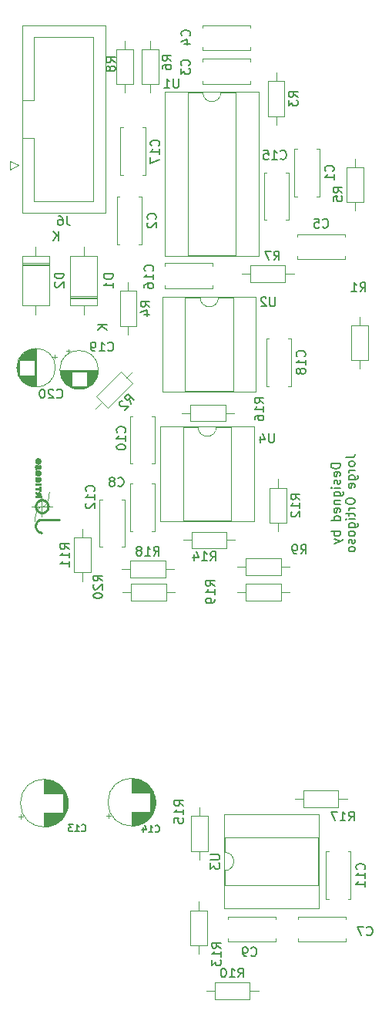
<source format=gbr>
%TF.GenerationSoftware,KiCad,Pcbnew,(6.0.1)*%
%TF.CreationDate,2023-06-21T18:56:58+02:00*%
%TF.ProjectId,output,6f757470-7574-42e6-9b69-6361645f7063,rev?*%
%TF.SameCoordinates,Original*%
%TF.FileFunction,Legend,Bot*%
%TF.FilePolarity,Positive*%
%FSLAX46Y46*%
G04 Gerber Fmt 4.6, Leading zero omitted, Abs format (unit mm)*
G04 Created by KiCad (PCBNEW (6.0.1)) date 2023-06-21 18:56:58*
%MOMM*%
%LPD*%
G01*
G04 APERTURE LIST*
%ADD10C,0.285014*%
%ADD11C,0.086743*%
%ADD12C,0.008261*%
%ADD13C,0.285013*%
%ADD14C,0.080547*%
%ADD15C,0.150000*%
%ADD16C,0.120000*%
G04 APERTURE END LIST*
D10*
X53725514Y-104282364D02*
X53700732Y-104304441D01*
X52630743Y-106225877D02*
X52645911Y-106256950D01*
X53918578Y-103971307D02*
X53907841Y-104003944D01*
X53562382Y-104395573D02*
X53532126Y-104409641D01*
X53128597Y-103074303D02*
X53162232Y-103068126D01*
D11*
X52622361Y-104412733D02*
X52646201Y-104351556D01*
X52698031Y-104236564D02*
X52725925Y-104182951D01*
X53345191Y-103754098D02*
X53305982Y-103760338D01*
D10*
X52617023Y-106193970D02*
X52630743Y-106225877D01*
D12*
X52779157Y-102298695D02*
X52528826Y-102195066D01*
X52528826Y-102195066D02*
X52528827Y-102356587D01*
X52528827Y-102356587D02*
X52752265Y-102446402D01*
X52752265Y-102446402D02*
X52752265Y-102594110D01*
X52752265Y-102594110D02*
X52528827Y-102594110D01*
X52528827Y-102594110D02*
X52528827Y-102740929D01*
X52528827Y-102740929D02*
X53115960Y-102740929D01*
X53115960Y-102740929D02*
X53115961Y-102396309D01*
X53115961Y-102396309D02*
X53115723Y-102386729D01*
X53115723Y-102386729D02*
X53115020Y-102377266D01*
X53115020Y-102377266D02*
X53113864Y-102367935D01*
X53113864Y-102367935D02*
X53112263Y-102358747D01*
X53112263Y-102358747D02*
X53110233Y-102349713D01*
X53110233Y-102349713D02*
X53107782Y-102340846D01*
X53107782Y-102340846D02*
X53104921Y-102332159D01*
X53104921Y-102332159D02*
X53101666Y-102323662D01*
X53101666Y-102323662D02*
X53098024Y-102315371D01*
X53098024Y-102315371D02*
X53094011Y-102307294D01*
X53094011Y-102307294D02*
X53089634Y-102299445D01*
X53089634Y-102299445D02*
X53084905Y-102291837D01*
X53084905Y-102291837D02*
X53079840Y-102284482D01*
X53079840Y-102284482D02*
X53074446Y-102277391D01*
X53074446Y-102277391D02*
X53068737Y-102270576D01*
X53068737Y-102270576D02*
X53062723Y-102264052D01*
X53062723Y-102264052D02*
X53056415Y-102257828D01*
X53056415Y-102257828D02*
X53049828Y-102251916D01*
X53049828Y-102251916D02*
X53042970Y-102246330D01*
X53042970Y-102246330D02*
X53035854Y-102241083D01*
X53035854Y-102241083D02*
X53028491Y-102236185D01*
X53028491Y-102236185D02*
X53020895Y-102231649D01*
X53020895Y-102231649D02*
X53013074Y-102227487D01*
X53013074Y-102227487D02*
X53005041Y-102223712D01*
X53005041Y-102223712D02*
X52996806Y-102220335D01*
X52996806Y-102220335D02*
X52988385Y-102217370D01*
X52988385Y-102217370D02*
X52979785Y-102214826D01*
X52979785Y-102214826D02*
X52971018Y-102212717D01*
X52971018Y-102212717D02*
X52962099Y-102211057D01*
X52962099Y-102211057D02*
X52953037Y-102209855D01*
X52953037Y-102209855D02*
X52943843Y-102209125D01*
X52943843Y-102209125D02*
X52934529Y-102208879D01*
X52934529Y-102208879D02*
X52922338Y-102209300D01*
X52922338Y-102209300D02*
X52910351Y-102210543D01*
X52910351Y-102210543D02*
X52898596Y-102212581D01*
X52898596Y-102212581D02*
X52887101Y-102215386D01*
X52887101Y-102215386D02*
X52875890Y-102218930D01*
X52875890Y-102218930D02*
X52864992Y-102223184D01*
X52864992Y-102223184D02*
X52854433Y-102228122D01*
X52854433Y-102228122D02*
X52844242Y-102233715D01*
X52844242Y-102233715D02*
X52834445Y-102239935D01*
X52834445Y-102239935D02*
X52825068Y-102246754D01*
X52825068Y-102246754D02*
X52816139Y-102254145D01*
X52816139Y-102254145D02*
X52807685Y-102262080D01*
X52807685Y-102262080D02*
X52799731Y-102270530D01*
X52799731Y-102270530D02*
X52792308Y-102279468D01*
X52792308Y-102279468D02*
X52785440Y-102288866D01*
X52785440Y-102288866D02*
X52779157Y-102298696D01*
X52779157Y-102298696D02*
X52779157Y-102298695D01*
X52779157Y-102298695D02*
X52779157Y-102298695D01*
G36*
X52779157Y-102298695D02*
G01*
X52779157Y-102298696D01*
X52785440Y-102288866D01*
X52792308Y-102279468D01*
X52799731Y-102270530D01*
X52807685Y-102262080D01*
X52816139Y-102254145D01*
X52825068Y-102246754D01*
X52834445Y-102239935D01*
X52844242Y-102233715D01*
X52854433Y-102228122D01*
X52864992Y-102223184D01*
X52875890Y-102218930D01*
X52887101Y-102215386D01*
X52898596Y-102212581D01*
X52910351Y-102210543D01*
X52922338Y-102209300D01*
X52934529Y-102208879D01*
X52943843Y-102209125D01*
X52953037Y-102209855D01*
X52962099Y-102211057D01*
X52971018Y-102212717D01*
X52979785Y-102214826D01*
X52988385Y-102217370D01*
X52996806Y-102220335D01*
X53005041Y-102223712D01*
X53013074Y-102227487D01*
X53020895Y-102231649D01*
X53028491Y-102236185D01*
X53035854Y-102241083D01*
X53042970Y-102246330D01*
X53049828Y-102251916D01*
X53056415Y-102257828D01*
X53062723Y-102264052D01*
X53068737Y-102270576D01*
X53074446Y-102277391D01*
X53079840Y-102284482D01*
X53084905Y-102291837D01*
X53089634Y-102299445D01*
X53094011Y-102307294D01*
X53098024Y-102315371D01*
X53101666Y-102323662D01*
X53104921Y-102332159D01*
X53107782Y-102340846D01*
X53110233Y-102349713D01*
X53112263Y-102358747D01*
X53113864Y-102367935D01*
X53115020Y-102377266D01*
X53115723Y-102386729D01*
X53115961Y-102396309D01*
X53115960Y-102740929D01*
X52528827Y-102740929D01*
X52528827Y-102594110D01*
X52752265Y-102594110D01*
X52752265Y-102446402D01*
X52528827Y-102356587D01*
X52528826Y-102195066D01*
X52779157Y-102298695D01*
G37*
X52779157Y-102298695D02*
X52779157Y-102298696D01*
X52785440Y-102288866D01*
X52792308Y-102279468D01*
X52799731Y-102270530D01*
X52807685Y-102262080D01*
X52816139Y-102254145D01*
X52825068Y-102246754D01*
X52834445Y-102239935D01*
X52844242Y-102233715D01*
X52854433Y-102228122D01*
X52864992Y-102223184D01*
X52875890Y-102218930D01*
X52887101Y-102215386D01*
X52898596Y-102212581D01*
X52910351Y-102210543D01*
X52922338Y-102209300D01*
X52934529Y-102208879D01*
X52943843Y-102209125D01*
X52953037Y-102209855D01*
X52962099Y-102211057D01*
X52971018Y-102212717D01*
X52979785Y-102214826D01*
X52988385Y-102217370D01*
X52996806Y-102220335D01*
X53005041Y-102223712D01*
X53013074Y-102227487D01*
X53020895Y-102231649D01*
X53028491Y-102236185D01*
X53035854Y-102241083D01*
X53042970Y-102246330D01*
X53049828Y-102251916D01*
X53056415Y-102257828D01*
X53062723Y-102264052D01*
X53068737Y-102270576D01*
X53074446Y-102277391D01*
X53079840Y-102284482D01*
X53084905Y-102291837D01*
X53089634Y-102299445D01*
X53094011Y-102307294D01*
X53098024Y-102315371D01*
X53101666Y-102323662D01*
X53104921Y-102332159D01*
X53107782Y-102340846D01*
X53110233Y-102349713D01*
X53112263Y-102358747D01*
X53113864Y-102367935D01*
X53115020Y-102377266D01*
X53115723Y-102386729D01*
X53115961Y-102396309D01*
X53115960Y-102740929D01*
X52528827Y-102740929D01*
X52528827Y-102594110D01*
X52752265Y-102594110D01*
X52752265Y-102446402D01*
X52528827Y-102356587D01*
X52528826Y-102195066D01*
X52779157Y-102298695D01*
D13*
X52898018Y-105303775D02*
X52927308Y-105286513D01*
D10*
X52699863Y-103369707D02*
X52718908Y-103342169D01*
X52586735Y-103834254D02*
X52584098Y-103798585D01*
X52806991Y-104282364D02*
X52783271Y-104259107D01*
X53771852Y-103290148D02*
X53793318Y-103315634D01*
X53832639Y-104155152D02*
X53813595Y-104182691D01*
X52739185Y-103315634D02*
X52760654Y-103290148D01*
X52682096Y-103398206D02*
X52699863Y-103369707D01*
X52571632Y-106023507D02*
X52577470Y-106058906D01*
X52594095Y-106127834D02*
X52604793Y-106161274D01*
X52604793Y-106161274D02*
X52617023Y-106193970D01*
X52624657Y-104003944D02*
X52613918Y-103971307D01*
X53095551Y-104442725D02*
X53063137Y-104433260D01*
X53162232Y-104456747D02*
X53128596Y-104450569D01*
X52583209Y-103762440D02*
X52583209Y-103762440D01*
X53186160Y-106633494D02*
X53221679Y-106636589D01*
D11*
X52579089Y-104541943D02*
X52599974Y-104476229D01*
D10*
X52583209Y-103762440D02*
X52584098Y-103726293D01*
D11*
X53961777Y-102846626D02*
X53944748Y-102916363D01*
D10*
X52814106Y-106470069D02*
X52840337Y-106491596D01*
D11*
X53305982Y-103760338D02*
X53266251Y-103762441D01*
D10*
X52970127Y-103129294D02*
X53000384Y-103115228D01*
X53301402Y-103060948D02*
X53336090Y-103063659D01*
X53620437Y-104363148D02*
X53591834Y-104380062D01*
X53832638Y-103369707D02*
X53850404Y-103398206D01*
X52699656Y-106344711D02*
X52720173Y-106371994D01*
X53620437Y-103161717D02*
X53648150Y-103179988D01*
X53017469Y-106592150D02*
X53049876Y-106603717D01*
X53162232Y-103068126D02*
X53196414Y-103063659D01*
X53866850Y-103427621D02*
X53881934Y-103457907D01*
X53260841Y-105200000D02*
X55200000Y-105200000D01*
D11*
X53785155Y-103342546D02*
X53757166Y-103393358D01*
D10*
X52665650Y-104097240D02*
X52650566Y-104066955D01*
X53116775Y-106621995D02*
X53151178Y-106628615D01*
X52840337Y-106491596D02*
X52867581Y-106511837D01*
D13*
X52645763Y-105575264D02*
X52662594Y-105545225D01*
D10*
X53948396Y-103798584D02*
X53945758Y-103834254D01*
D11*
X52488139Y-104977117D02*
X52498956Y-104900226D01*
D12*
X52948818Y-99522522D02*
X52942928Y-99519943D01*
X52942928Y-99519943D02*
X52941154Y-99518865D01*
X52941154Y-99518865D02*
X52939451Y-99517739D01*
X52939451Y-99517739D02*
X52937817Y-99516566D01*
X52937817Y-99516566D02*
X52936250Y-99515345D01*
X52936250Y-99515345D02*
X52934746Y-99514081D01*
X52934746Y-99514081D02*
X52933307Y-99512774D01*
X52933307Y-99512774D02*
X52931926Y-99511427D01*
X52931926Y-99511427D02*
X52930603Y-99510039D01*
X52930603Y-99510039D02*
X52929335Y-99508614D01*
X52929335Y-99508614D02*
X52928119Y-99507153D01*
X52928119Y-99507153D02*
X52925841Y-99504126D01*
X52925841Y-99504126D02*
X52923746Y-99500975D01*
X52923746Y-99500975D02*
X52921815Y-99497708D01*
X52921815Y-99497708D02*
X52920035Y-99494341D01*
X52920035Y-99494341D02*
X52918382Y-99490883D01*
X52918382Y-99490883D02*
X52916840Y-99487351D01*
X52916840Y-99487351D02*
X52915393Y-99483756D01*
X52915393Y-99483756D02*
X52914018Y-99480111D01*
X52914018Y-99480111D02*
X52912699Y-99476427D01*
X52912699Y-99476427D02*
X52910157Y-99468995D01*
X52910157Y-99468995D02*
X52904981Y-99451707D01*
X52904981Y-99451707D02*
X52900049Y-99434252D01*
X52900049Y-99434252D02*
X52890327Y-99399117D01*
X52890327Y-99399117D02*
X52885241Y-99381578D01*
X52885241Y-99381578D02*
X52879811Y-99364153D01*
X52879811Y-99364153D02*
X52873888Y-99346911D01*
X52873888Y-99346911D02*
X52870697Y-99338382D01*
X52870697Y-99338382D02*
X52867327Y-99329925D01*
X52867327Y-99329925D02*
X52864416Y-99323118D01*
X52864416Y-99323118D02*
X52861348Y-99316336D01*
X52861348Y-99316336D02*
X52858119Y-99309595D01*
X52858119Y-99309595D02*
X52854730Y-99302916D01*
X52854730Y-99302916D02*
X52851185Y-99296318D01*
X52851185Y-99296318D02*
X52847483Y-99289821D01*
X52847483Y-99289821D02*
X52843627Y-99283445D01*
X52843627Y-99283445D02*
X52839614Y-99277209D01*
X52839614Y-99277209D02*
X52836570Y-99272872D01*
X52836570Y-99272872D02*
X52833427Y-99268602D01*
X52833427Y-99268602D02*
X52830182Y-99264408D01*
X52830182Y-99264408D02*
X52826838Y-99260296D01*
X52826838Y-99260296D02*
X52823390Y-99256275D01*
X52823390Y-99256275D02*
X52819837Y-99252352D01*
X52819837Y-99252352D02*
X52816179Y-99248535D01*
X52816179Y-99248535D02*
X52812415Y-99244831D01*
X52812415Y-99244831D02*
X52808542Y-99241249D01*
X52808542Y-99241249D02*
X52804559Y-99237795D01*
X52804559Y-99237795D02*
X52800465Y-99234478D01*
X52800465Y-99234478D02*
X52796261Y-99231306D01*
X52796261Y-99231306D02*
X52791942Y-99228285D01*
X52791942Y-99228285D02*
X52787509Y-99225425D01*
X52787509Y-99225425D02*
X52782960Y-99222731D01*
X52782960Y-99222731D02*
X52778293Y-99220214D01*
X52778293Y-99220214D02*
X52769669Y-99215981D01*
X52769669Y-99215981D02*
X52760819Y-99212352D01*
X52760819Y-99212352D02*
X52751773Y-99209321D01*
X52751773Y-99209321D02*
X52742563Y-99206881D01*
X52742563Y-99206881D02*
X52733221Y-99205028D01*
X52733221Y-99205028D02*
X52723775Y-99203757D01*
X52723775Y-99203757D02*
X52714259Y-99203064D01*
X52714259Y-99203064D02*
X52704700Y-99202943D01*
X52704700Y-99202943D02*
X52695133Y-99203387D01*
X52695133Y-99203387D02*
X52685585Y-99204394D01*
X52685585Y-99204394D02*
X52676090Y-99205958D01*
X52676090Y-99205958D02*
X52666677Y-99208073D01*
X52666677Y-99208073D02*
X52657377Y-99210735D01*
X52657377Y-99210735D02*
X52648220Y-99213937D01*
X52648220Y-99213937D02*
X52639238Y-99217677D01*
X52639238Y-99217677D02*
X52630463Y-99221947D01*
X52630463Y-99221947D02*
X52622079Y-99226551D01*
X52622079Y-99226551D02*
X52613938Y-99231597D01*
X52613938Y-99231597D02*
X52606048Y-99237065D01*
X52606048Y-99237065D02*
X52598417Y-99242934D01*
X52598417Y-99242934D02*
X52591052Y-99249182D01*
X52591052Y-99249182D02*
X52583958Y-99255788D01*
X52583958Y-99255788D02*
X52577147Y-99262730D01*
X52577147Y-99262730D02*
X52570621Y-99269988D01*
X52570621Y-99269988D02*
X52564393Y-99277539D01*
X52564393Y-99277539D02*
X52558468Y-99285363D01*
X52558468Y-99285363D02*
X52552851Y-99293437D01*
X52552851Y-99293437D02*
X52547554Y-99301742D01*
X52547554Y-99301742D02*
X52542581Y-99310254D01*
X52542581Y-99310254D02*
X52537942Y-99318953D01*
X52537942Y-99318953D02*
X52533643Y-99327818D01*
X52533643Y-99327818D02*
X52529690Y-99336826D01*
X52529690Y-99336826D02*
X52526083Y-99345964D01*
X52526083Y-99345964D02*
X52522822Y-99355230D01*
X52522822Y-99355230D02*
X52519895Y-99364615D01*
X52519895Y-99364615D02*
X52517294Y-99374101D01*
X52517294Y-99374101D02*
X52515008Y-99383679D01*
X52515008Y-99383679D02*
X52513027Y-99393336D01*
X52513027Y-99393336D02*
X52511342Y-99403059D01*
X52511342Y-99403059D02*
X52509944Y-99412835D01*
X52509944Y-99412835D02*
X52508821Y-99422651D01*
X52508821Y-99422651D02*
X52507965Y-99432496D01*
X52507965Y-99432496D02*
X52507365Y-99442357D01*
X52507365Y-99442357D02*
X52507010Y-99452219D01*
X52507010Y-99452219D02*
X52506894Y-99462072D01*
X52506894Y-99462072D02*
X52507002Y-99471902D01*
X52507002Y-99471902D02*
X52507328Y-99481697D01*
X52507328Y-99481697D02*
X52507860Y-99491444D01*
X52507860Y-99491444D02*
X52509244Y-99507460D01*
X52509244Y-99507460D02*
X52511204Y-99523425D01*
X52511204Y-99523425D02*
X52513743Y-99539306D01*
X52513743Y-99539306D02*
X52516867Y-99555072D01*
X52516867Y-99555072D02*
X52520575Y-99570692D01*
X52520575Y-99570692D02*
X52524873Y-99586134D01*
X52524873Y-99586134D02*
X52529764Y-99601364D01*
X52529764Y-99601364D02*
X52535253Y-99616353D01*
X52535253Y-99616353D02*
X52541344Y-99631069D01*
X52541344Y-99631069D02*
X52548037Y-99645480D01*
X52548037Y-99645480D02*
X52555338Y-99659554D01*
X52555338Y-99659554D02*
X52563252Y-99673260D01*
X52563252Y-99673260D02*
X52571780Y-99686565D01*
X52571780Y-99686565D02*
X52580926Y-99699439D01*
X52580926Y-99699439D02*
X52590694Y-99711850D01*
X52590694Y-99711850D02*
X52601087Y-99723766D01*
X52601087Y-99723766D02*
X52707750Y-99605443D01*
X52707750Y-99605443D02*
X52699778Y-99596802D01*
X52699778Y-99596802D02*
X52692252Y-99587746D01*
X52692252Y-99587746D02*
X52685184Y-99578302D01*
X52685184Y-99578302D02*
X52678587Y-99568501D01*
X52678587Y-99568501D02*
X52672472Y-99558371D01*
X52672472Y-99558371D02*
X52666853Y-99547941D01*
X52666853Y-99547941D02*
X52661739Y-99537241D01*
X52661739Y-99537241D02*
X52657145Y-99526299D01*
X52657145Y-99526299D02*
X52653083Y-99515144D01*
X52653083Y-99515144D02*
X52649565Y-99503807D01*
X52649565Y-99503807D02*
X52646602Y-99492315D01*
X52646602Y-99492315D02*
X52644207Y-99480696D01*
X52644207Y-99480696D02*
X52642391Y-99468982D01*
X52642391Y-99468982D02*
X52641168Y-99457202D01*
X52641168Y-99457202D02*
X52640550Y-99445382D01*
X52640550Y-99445382D02*
X52640547Y-99433552D01*
X52640547Y-99433552D02*
X52640878Y-99427006D01*
X52640878Y-99427006D02*
X52641559Y-99420378D01*
X52641559Y-99420378D02*
X52642602Y-99413746D01*
X52642602Y-99413746D02*
X52644024Y-99407193D01*
X52644024Y-99407193D02*
X52645839Y-99400796D01*
X52645839Y-99400796D02*
X52648062Y-99394637D01*
X52648062Y-99394637D02*
X52650707Y-99388794D01*
X52650707Y-99388794D02*
X52653791Y-99383346D01*
X52653791Y-99383346D02*
X52655501Y-99380796D01*
X52655501Y-99380796D02*
X52657326Y-99378376D01*
X52657326Y-99378376D02*
X52659267Y-99376093D01*
X52659267Y-99376093D02*
X52661328Y-99373961D01*
X52661328Y-99373961D02*
X52663509Y-99371985D01*
X52663509Y-99371985D02*
X52665812Y-99370179D01*
X52665812Y-99370179D02*
X52668240Y-99368552D01*
X52668240Y-99368552D02*
X52670793Y-99367114D01*
X52670793Y-99367114D02*
X52673475Y-99365875D01*
X52673475Y-99365875D02*
X52676285Y-99364844D01*
X52676285Y-99364844D02*
X52679229Y-99364031D01*
X52679229Y-99364031D02*
X52682304Y-99363448D01*
X52682304Y-99363448D02*
X52685515Y-99363102D01*
X52685515Y-99363102D02*
X52688864Y-99363006D01*
X52688864Y-99363006D02*
X52692350Y-99363167D01*
X52692350Y-99363167D02*
X52695979Y-99363597D01*
X52695979Y-99363597D02*
X52697204Y-99363917D01*
X52697204Y-99363917D02*
X52698346Y-99364239D01*
X52698346Y-99364239D02*
X52699411Y-99364564D01*
X52699411Y-99364564D02*
X52700394Y-99364888D01*
X52700394Y-99364888D02*
X52701300Y-99365213D01*
X52701300Y-99365213D02*
X52702127Y-99365537D01*
X52702127Y-99365537D02*
X52702875Y-99365859D01*
X52702875Y-99365859D02*
X52703545Y-99366178D01*
X52703545Y-99366178D02*
X52705940Y-99367351D01*
X52705940Y-99367351D02*
X52708244Y-99368597D01*
X52708244Y-99368597D02*
X52710458Y-99369914D01*
X52710458Y-99369914D02*
X52712588Y-99371299D01*
X52712588Y-99371299D02*
X52714633Y-99372749D01*
X52714633Y-99372749D02*
X52716597Y-99374263D01*
X52716597Y-99374263D02*
X52718482Y-99375837D01*
X52718482Y-99375837D02*
X52720291Y-99377469D01*
X52720291Y-99377469D02*
X52722025Y-99379157D01*
X52722025Y-99379157D02*
X52723690Y-99380898D01*
X52723690Y-99380898D02*
X52725284Y-99382689D01*
X52725284Y-99382689D02*
X52726814Y-99384528D01*
X52726814Y-99384528D02*
X52728278Y-99386413D01*
X52728278Y-99386413D02*
X52729681Y-99388340D01*
X52729681Y-99388340D02*
X52732312Y-99392314D01*
X52732312Y-99392314D02*
X52734726Y-99396430D01*
X52734726Y-99396430D02*
X52736944Y-99400666D01*
X52736944Y-99400666D02*
X52738982Y-99405004D01*
X52738982Y-99405004D02*
X52740866Y-99409423D01*
X52740866Y-99409423D02*
X52742610Y-99413902D01*
X52742610Y-99413902D02*
X52744235Y-99418423D01*
X52744235Y-99418423D02*
X52745761Y-99422964D01*
X52745761Y-99422964D02*
X52747209Y-99427504D01*
X52747209Y-99427504D02*
X52779978Y-99543238D01*
X52779978Y-99543238D02*
X52784954Y-99557436D01*
X52784954Y-99557436D02*
X52787642Y-99564470D01*
X52787642Y-99564470D02*
X52790478Y-99571441D01*
X52790478Y-99571441D02*
X52793471Y-99578336D01*
X52793471Y-99578336D02*
X52796632Y-99585140D01*
X52796632Y-99585140D02*
X52799970Y-99591841D01*
X52799970Y-99591841D02*
X52803495Y-99598424D01*
X52803495Y-99598424D02*
X52807216Y-99604874D01*
X52807216Y-99604874D02*
X52811145Y-99611179D01*
X52811145Y-99611179D02*
X52815291Y-99617324D01*
X52815291Y-99617324D02*
X52819663Y-99623296D01*
X52819663Y-99623296D02*
X52824272Y-99629080D01*
X52824272Y-99629080D02*
X52829127Y-99634662D01*
X52829127Y-99634662D02*
X52834237Y-99640029D01*
X52834237Y-99640029D02*
X52839614Y-99645166D01*
X52839614Y-99645166D02*
X52845252Y-99650347D01*
X52845252Y-99650347D02*
X52851130Y-99655204D01*
X52851130Y-99655204D02*
X52857231Y-99659734D01*
X52857231Y-99659734D02*
X52863540Y-99663937D01*
X52863540Y-99663937D02*
X52870040Y-99667811D01*
X52870040Y-99667811D02*
X52876717Y-99671355D01*
X52876717Y-99671355D02*
X52883554Y-99674568D01*
X52883554Y-99674568D02*
X52890534Y-99677448D01*
X52890534Y-99677448D02*
X52897642Y-99679994D01*
X52897642Y-99679994D02*
X52904863Y-99682205D01*
X52904863Y-99682205D02*
X52912178Y-99684079D01*
X52912178Y-99684079D02*
X52919575Y-99685615D01*
X52919575Y-99685615D02*
X52927035Y-99686814D01*
X52927035Y-99686814D02*
X52934543Y-99687669D01*
X52934543Y-99687669D02*
X52942084Y-99688184D01*
X52942084Y-99688184D02*
X52949639Y-99688356D01*
X52949639Y-99688356D02*
X52957198Y-99688016D01*
X52957198Y-99688016D02*
X52964739Y-99687316D01*
X52964739Y-99687316D02*
X52972248Y-99686261D01*
X52972248Y-99686261D02*
X52979708Y-99684856D01*
X52979708Y-99684856D02*
X52987106Y-99683106D01*
X52987106Y-99683106D02*
X52994423Y-99681017D01*
X52994423Y-99681017D02*
X53001644Y-99678593D01*
X53001644Y-99678593D02*
X53008752Y-99675840D01*
X53008752Y-99675840D02*
X53015733Y-99672763D01*
X53015733Y-99672763D02*
X53022570Y-99669367D01*
X53022570Y-99669367D02*
X53029248Y-99665657D01*
X53029248Y-99665657D02*
X53035749Y-99661638D01*
X53035749Y-99661638D02*
X53042058Y-99657316D01*
X53042058Y-99657316D02*
X53048158Y-99652696D01*
X53048158Y-99652696D02*
X53054037Y-99647781D01*
X53054037Y-99647781D02*
X53059674Y-99642578D01*
X53059674Y-99642578D02*
X53065818Y-99636760D01*
X53065818Y-99636760D02*
X53071654Y-99630656D01*
X53071654Y-99630656D02*
X53077189Y-99624281D01*
X53077189Y-99624281D02*
X53082431Y-99617650D01*
X53082431Y-99617650D02*
X53087387Y-99610783D01*
X53087387Y-99610783D02*
X53092067Y-99603693D01*
X53092067Y-99603693D02*
X53096474Y-99596400D01*
X53096474Y-99596400D02*
X53100619Y-99588917D01*
X53100619Y-99588917D02*
X53104507Y-99581263D01*
X53104507Y-99581263D02*
X53108148Y-99573454D01*
X53108148Y-99573454D02*
X53111546Y-99565505D01*
X53111546Y-99565505D02*
X53114713Y-99557436D01*
X53114713Y-99557436D02*
X53117652Y-99549258D01*
X53117652Y-99549258D02*
X53120375Y-99540992D01*
X53120375Y-99540992D02*
X53122885Y-99532652D01*
X53122885Y-99532652D02*
X53125191Y-99524257D01*
X53125191Y-99524257D02*
X53127859Y-99513850D01*
X53127859Y-99513850D02*
X53130197Y-99503373D01*
X53130197Y-99503373D02*
X53132207Y-99492833D01*
X53132207Y-99492833D02*
X53133894Y-99482239D01*
X53133894Y-99482239D02*
X53135261Y-99471601D01*
X53135261Y-99471601D02*
X53136311Y-99460926D01*
X53136311Y-99460926D02*
X53137050Y-99450225D01*
X53137050Y-99450225D02*
X53137479Y-99439503D01*
X53137479Y-99439503D02*
X53137602Y-99428772D01*
X53137602Y-99428772D02*
X53137424Y-99418039D01*
X53137424Y-99418039D02*
X53136946Y-99407315D01*
X53136946Y-99407315D02*
X53136176Y-99396606D01*
X53136176Y-99396606D02*
X53135114Y-99385922D01*
X53135114Y-99385922D02*
X53133764Y-99375272D01*
X53133764Y-99375272D02*
X53132130Y-99364665D01*
X53132130Y-99364665D02*
X53130217Y-99354108D01*
X53130217Y-99354108D02*
X53128013Y-99343287D01*
X53128013Y-99343287D02*
X53125500Y-99332537D01*
X53125500Y-99332537D02*
X53122675Y-99321864D01*
X53122675Y-99321864D02*
X53119542Y-99311280D01*
X53119542Y-99311280D02*
X53116104Y-99300791D01*
X53116104Y-99300791D02*
X53112364Y-99290408D01*
X53112364Y-99290408D02*
X53108323Y-99280139D01*
X53108323Y-99280139D02*
X53103985Y-99269993D01*
X53103985Y-99269993D02*
X53099350Y-99259978D01*
X53099350Y-99259978D02*
X53094424Y-99250104D01*
X53094424Y-99250104D02*
X53089207Y-99240379D01*
X53089207Y-99240379D02*
X53083701Y-99230811D01*
X53083701Y-99230811D02*
X53077911Y-99221411D01*
X53077911Y-99221411D02*
X53071838Y-99212185D01*
X53071838Y-99212185D02*
X53065484Y-99203145D01*
X53065484Y-99203145D02*
X53058851Y-99194297D01*
X53058851Y-99194297D02*
X53012648Y-99243544D01*
X53012648Y-99243544D02*
X53004773Y-99251716D01*
X53004773Y-99251716D02*
X52996897Y-99260019D01*
X52996897Y-99260019D02*
X52981147Y-99276897D01*
X52981147Y-99276897D02*
X52949639Y-99310918D01*
X52949639Y-99310918D02*
X52957709Y-99318826D01*
X52957709Y-99318826D02*
X52965208Y-99327294D01*
X52965208Y-99327294D02*
X52972123Y-99336272D01*
X52972123Y-99336272D02*
X52978434Y-99345711D01*
X52978434Y-99345711D02*
X52984124Y-99355567D01*
X52984124Y-99355567D02*
X52989179Y-99365788D01*
X52989179Y-99365788D02*
X52993579Y-99376329D01*
X52993579Y-99376329D02*
X52997305Y-99387140D01*
X52997305Y-99387140D02*
X53000343Y-99398173D01*
X53000343Y-99398173D02*
X53002675Y-99409381D01*
X53002675Y-99409381D02*
X53004285Y-99420716D01*
X53004285Y-99420716D02*
X53005152Y-99432127D01*
X53005152Y-99432127D02*
X53005261Y-99443570D01*
X53005261Y-99443570D02*
X53004595Y-99454994D01*
X53004595Y-99454994D02*
X53003137Y-99466353D01*
X53003137Y-99466353D02*
X53000869Y-99477598D01*
X53000869Y-99477598D02*
X52999637Y-99482328D01*
X52999637Y-99482328D02*
X52998147Y-99487079D01*
X52998147Y-99487079D02*
X52996398Y-99491793D01*
X52996398Y-99491793D02*
X52994384Y-99496407D01*
X52994384Y-99496407D02*
X52992105Y-99500866D01*
X52992105Y-99500866D02*
X52989557Y-99505106D01*
X52989557Y-99505106D02*
X52986739Y-99509071D01*
X52986739Y-99509071D02*
X52985229Y-99510932D01*
X52985229Y-99510932D02*
X52983649Y-99512701D01*
X52983649Y-99512701D02*
X52982002Y-99514371D01*
X52982002Y-99514371D02*
X52980283Y-99515936D01*
X52980283Y-99515936D02*
X52978498Y-99517386D01*
X52978498Y-99517386D02*
X52976640Y-99518716D01*
X52976640Y-99518716D02*
X52974715Y-99519917D01*
X52974715Y-99519917D02*
X52972718Y-99520982D01*
X52972718Y-99520982D02*
X52970650Y-99521904D01*
X52970650Y-99521904D02*
X52968511Y-99522676D01*
X52968511Y-99522676D02*
X52966303Y-99523287D01*
X52966303Y-99523287D02*
X52964022Y-99523734D01*
X52964022Y-99523734D02*
X52961669Y-99524009D01*
X52961669Y-99524009D02*
X52959243Y-99524102D01*
X52959243Y-99524102D02*
X52956747Y-99524008D01*
X52956747Y-99524008D02*
X52954177Y-99523718D01*
X52954177Y-99523718D02*
X52951533Y-99523225D01*
X52951533Y-99523225D02*
X52948818Y-99522522D01*
X52948818Y-99522522D02*
X52948818Y-99522522D01*
G36*
X53065484Y-99203145D02*
G01*
X53071838Y-99212185D01*
X53077911Y-99221411D01*
X53083701Y-99230811D01*
X53089207Y-99240379D01*
X53094424Y-99250104D01*
X53099350Y-99259978D01*
X53103985Y-99269993D01*
X53108323Y-99280139D01*
X53112364Y-99290408D01*
X53116104Y-99300791D01*
X53119542Y-99311280D01*
X53122675Y-99321864D01*
X53125500Y-99332537D01*
X53128013Y-99343287D01*
X53130217Y-99354108D01*
X53132130Y-99364665D01*
X53133764Y-99375272D01*
X53135114Y-99385922D01*
X53136176Y-99396606D01*
X53136946Y-99407315D01*
X53137424Y-99418039D01*
X53137602Y-99428772D01*
X53137479Y-99439503D01*
X53137050Y-99450225D01*
X53136311Y-99460926D01*
X53135261Y-99471601D01*
X53133894Y-99482239D01*
X53132207Y-99492833D01*
X53130197Y-99503373D01*
X53127859Y-99513850D01*
X53125191Y-99524257D01*
X53122885Y-99532652D01*
X53120375Y-99540992D01*
X53117652Y-99549258D01*
X53114713Y-99557436D01*
X53111546Y-99565505D01*
X53108148Y-99573454D01*
X53104507Y-99581263D01*
X53100619Y-99588917D01*
X53096474Y-99596400D01*
X53092067Y-99603693D01*
X53087387Y-99610783D01*
X53082431Y-99617650D01*
X53077189Y-99624281D01*
X53071654Y-99630656D01*
X53065818Y-99636760D01*
X53059674Y-99642578D01*
X53054037Y-99647781D01*
X53048158Y-99652696D01*
X53042058Y-99657316D01*
X53035749Y-99661638D01*
X53029248Y-99665657D01*
X53022570Y-99669367D01*
X53015733Y-99672763D01*
X53008752Y-99675840D01*
X53001644Y-99678593D01*
X52994423Y-99681017D01*
X52987106Y-99683106D01*
X52979708Y-99684856D01*
X52972248Y-99686261D01*
X52964739Y-99687316D01*
X52957198Y-99688016D01*
X52949639Y-99688356D01*
X52942084Y-99688184D01*
X52934543Y-99687669D01*
X52927035Y-99686814D01*
X52919575Y-99685615D01*
X52912178Y-99684079D01*
X52904863Y-99682205D01*
X52897642Y-99679994D01*
X52890534Y-99677448D01*
X52883554Y-99674568D01*
X52876717Y-99671355D01*
X52870040Y-99667811D01*
X52863540Y-99663937D01*
X52857231Y-99659734D01*
X52851130Y-99655204D01*
X52845252Y-99650347D01*
X52839614Y-99645166D01*
X52834237Y-99640029D01*
X52829127Y-99634662D01*
X52824272Y-99629080D01*
X52819663Y-99623296D01*
X52815291Y-99617324D01*
X52811145Y-99611179D01*
X52807216Y-99604874D01*
X52803495Y-99598424D01*
X52799970Y-99591841D01*
X52796632Y-99585140D01*
X52793471Y-99578336D01*
X52790478Y-99571441D01*
X52787642Y-99564470D01*
X52784954Y-99557436D01*
X52779978Y-99543238D01*
X52747209Y-99427504D01*
X52745761Y-99422964D01*
X52744235Y-99418423D01*
X52742610Y-99413902D01*
X52740866Y-99409423D01*
X52738982Y-99405004D01*
X52736944Y-99400666D01*
X52734726Y-99396430D01*
X52732312Y-99392314D01*
X52729681Y-99388340D01*
X52728278Y-99386413D01*
X52726814Y-99384528D01*
X52725284Y-99382689D01*
X52723690Y-99380898D01*
X52722025Y-99379157D01*
X52720291Y-99377469D01*
X52718482Y-99375837D01*
X52716597Y-99374263D01*
X52714633Y-99372749D01*
X52712588Y-99371299D01*
X52710458Y-99369914D01*
X52708244Y-99368597D01*
X52705940Y-99367351D01*
X52703545Y-99366178D01*
X52702875Y-99365859D01*
X52702127Y-99365537D01*
X52701300Y-99365213D01*
X52700394Y-99364888D01*
X52699411Y-99364564D01*
X52698346Y-99364239D01*
X52697204Y-99363917D01*
X52695979Y-99363597D01*
X52692350Y-99363167D01*
X52688864Y-99363006D01*
X52685515Y-99363102D01*
X52682304Y-99363448D01*
X52679229Y-99364031D01*
X52676285Y-99364844D01*
X52673475Y-99365875D01*
X52670793Y-99367114D01*
X52668240Y-99368552D01*
X52665812Y-99370179D01*
X52663509Y-99371985D01*
X52661328Y-99373961D01*
X52659267Y-99376093D01*
X52657326Y-99378376D01*
X52655501Y-99380796D01*
X52653791Y-99383346D01*
X52650707Y-99388794D01*
X52648062Y-99394637D01*
X52645839Y-99400796D01*
X52644024Y-99407193D01*
X52642602Y-99413746D01*
X52641559Y-99420378D01*
X52640878Y-99427006D01*
X52640547Y-99433552D01*
X52640550Y-99445382D01*
X52641168Y-99457202D01*
X52642391Y-99468982D01*
X52644207Y-99480696D01*
X52646602Y-99492315D01*
X52649565Y-99503807D01*
X52653083Y-99515144D01*
X52657145Y-99526299D01*
X52661739Y-99537241D01*
X52666853Y-99547941D01*
X52672472Y-99558371D01*
X52678587Y-99568501D01*
X52685184Y-99578302D01*
X52692252Y-99587746D01*
X52699778Y-99596802D01*
X52707750Y-99605443D01*
X52601087Y-99723766D01*
X52590694Y-99711850D01*
X52580926Y-99699439D01*
X52571780Y-99686565D01*
X52563252Y-99673260D01*
X52555338Y-99659554D01*
X52548037Y-99645480D01*
X52541344Y-99631069D01*
X52535253Y-99616353D01*
X52529764Y-99601364D01*
X52524873Y-99586134D01*
X52520575Y-99570692D01*
X52516867Y-99555072D01*
X52513743Y-99539306D01*
X52511204Y-99523425D01*
X52509244Y-99507460D01*
X52507860Y-99491444D01*
X52507328Y-99481697D01*
X52507002Y-99471902D01*
X52506894Y-99462072D01*
X52507010Y-99452219D01*
X52507365Y-99442357D01*
X52507965Y-99432496D01*
X52508821Y-99422651D01*
X52509944Y-99412835D01*
X52511342Y-99403059D01*
X52513027Y-99393336D01*
X52515008Y-99383679D01*
X52517294Y-99374101D01*
X52519895Y-99364615D01*
X52522822Y-99355230D01*
X52526083Y-99345964D01*
X52529690Y-99336826D01*
X52533643Y-99327818D01*
X52537942Y-99318953D01*
X52542581Y-99310254D01*
X52547554Y-99301742D01*
X52552851Y-99293437D01*
X52558468Y-99285363D01*
X52564393Y-99277539D01*
X52570621Y-99269988D01*
X52577147Y-99262730D01*
X52583958Y-99255788D01*
X52591052Y-99249182D01*
X52598417Y-99242934D01*
X52606048Y-99237065D01*
X52613938Y-99231597D01*
X52622079Y-99226551D01*
X52630463Y-99221947D01*
X52639238Y-99217677D01*
X52648220Y-99213937D01*
X52657377Y-99210735D01*
X52666677Y-99208073D01*
X52676090Y-99205958D01*
X52685585Y-99204394D01*
X52695133Y-99203387D01*
X52704700Y-99202943D01*
X52714259Y-99203064D01*
X52723775Y-99203757D01*
X52733221Y-99205028D01*
X52742563Y-99206881D01*
X52751773Y-99209321D01*
X52760819Y-99212352D01*
X52769669Y-99215981D01*
X52778293Y-99220214D01*
X52782960Y-99222731D01*
X52787509Y-99225425D01*
X52791942Y-99228285D01*
X52796261Y-99231306D01*
X52800465Y-99234478D01*
X52804559Y-99237795D01*
X52808542Y-99241249D01*
X52812415Y-99244831D01*
X52816179Y-99248535D01*
X52819837Y-99252352D01*
X52823390Y-99256275D01*
X52826838Y-99260296D01*
X52830182Y-99264408D01*
X52833427Y-99268602D01*
X52836570Y-99272872D01*
X52839614Y-99277209D01*
X52843627Y-99283445D01*
X52847483Y-99289821D01*
X52851185Y-99296318D01*
X52854730Y-99302916D01*
X52858119Y-99309595D01*
X52861348Y-99316336D01*
X52864416Y-99323118D01*
X52867327Y-99329925D01*
X52870697Y-99338382D01*
X52873888Y-99346911D01*
X52879811Y-99364153D01*
X52885241Y-99381578D01*
X52890327Y-99399117D01*
X52900049Y-99434252D01*
X52904981Y-99451707D01*
X52910157Y-99468995D01*
X52912699Y-99476427D01*
X52914018Y-99480111D01*
X52915393Y-99483756D01*
X52916840Y-99487351D01*
X52918382Y-99490883D01*
X52920035Y-99494341D01*
X52921815Y-99497708D01*
X52923746Y-99500975D01*
X52925841Y-99504126D01*
X52928119Y-99507153D01*
X52929335Y-99508614D01*
X52930603Y-99510039D01*
X52931926Y-99511427D01*
X52933307Y-99512774D01*
X52934746Y-99514081D01*
X52936250Y-99515345D01*
X52937817Y-99516566D01*
X52939451Y-99517739D01*
X52941154Y-99518865D01*
X52942928Y-99519943D01*
X52948818Y-99522522D01*
X52951533Y-99523225D01*
X52954177Y-99523718D01*
X52956747Y-99524008D01*
X52959243Y-99524102D01*
X52961669Y-99524009D01*
X52964022Y-99523734D01*
X52966303Y-99523287D01*
X52968511Y-99522676D01*
X52970650Y-99521904D01*
X52972718Y-99520982D01*
X52974715Y-99519917D01*
X52976640Y-99518716D01*
X52978498Y-99517386D01*
X52980283Y-99515936D01*
X52982002Y-99514371D01*
X52983649Y-99512701D01*
X52985229Y-99510932D01*
X52986739Y-99509071D01*
X52989557Y-99505106D01*
X52992105Y-99500866D01*
X52994384Y-99496407D01*
X52996398Y-99491793D01*
X52998147Y-99487079D01*
X52999637Y-99482328D01*
X53000869Y-99477598D01*
X53003137Y-99466353D01*
X53004595Y-99454994D01*
X53005261Y-99443570D01*
X53005152Y-99432127D01*
X53004285Y-99420716D01*
X53002675Y-99409381D01*
X53000343Y-99398173D01*
X52997305Y-99387140D01*
X52993579Y-99376329D01*
X52989179Y-99365788D01*
X52984124Y-99355567D01*
X52978434Y-99345711D01*
X52972123Y-99336272D01*
X52965208Y-99327294D01*
X52957709Y-99318826D01*
X52949639Y-99310918D01*
X52981147Y-99276897D01*
X52996897Y-99260019D01*
X53004773Y-99251716D01*
X53012648Y-99243544D01*
X53058851Y-99194297D01*
X53065484Y-99203145D01*
G37*
X53065484Y-99203145D02*
X53071838Y-99212185D01*
X53077911Y-99221411D01*
X53083701Y-99230811D01*
X53089207Y-99240379D01*
X53094424Y-99250104D01*
X53099350Y-99259978D01*
X53103985Y-99269993D01*
X53108323Y-99280139D01*
X53112364Y-99290408D01*
X53116104Y-99300791D01*
X53119542Y-99311280D01*
X53122675Y-99321864D01*
X53125500Y-99332537D01*
X53128013Y-99343287D01*
X53130217Y-99354108D01*
X53132130Y-99364665D01*
X53133764Y-99375272D01*
X53135114Y-99385922D01*
X53136176Y-99396606D01*
X53136946Y-99407315D01*
X53137424Y-99418039D01*
X53137602Y-99428772D01*
X53137479Y-99439503D01*
X53137050Y-99450225D01*
X53136311Y-99460926D01*
X53135261Y-99471601D01*
X53133894Y-99482239D01*
X53132207Y-99492833D01*
X53130197Y-99503373D01*
X53127859Y-99513850D01*
X53125191Y-99524257D01*
X53122885Y-99532652D01*
X53120375Y-99540992D01*
X53117652Y-99549258D01*
X53114713Y-99557436D01*
X53111546Y-99565505D01*
X53108148Y-99573454D01*
X53104507Y-99581263D01*
X53100619Y-99588917D01*
X53096474Y-99596400D01*
X53092067Y-99603693D01*
X53087387Y-99610783D01*
X53082431Y-99617650D01*
X53077189Y-99624281D01*
X53071654Y-99630656D01*
X53065818Y-99636760D01*
X53059674Y-99642578D01*
X53054037Y-99647781D01*
X53048158Y-99652696D01*
X53042058Y-99657316D01*
X53035749Y-99661638D01*
X53029248Y-99665657D01*
X53022570Y-99669367D01*
X53015733Y-99672763D01*
X53008752Y-99675840D01*
X53001644Y-99678593D01*
X52994423Y-99681017D01*
X52987106Y-99683106D01*
X52979708Y-99684856D01*
X52972248Y-99686261D01*
X52964739Y-99687316D01*
X52957198Y-99688016D01*
X52949639Y-99688356D01*
X52942084Y-99688184D01*
X52934543Y-99687669D01*
X52927035Y-99686814D01*
X52919575Y-99685615D01*
X52912178Y-99684079D01*
X52904863Y-99682205D01*
X52897642Y-99679994D01*
X52890534Y-99677448D01*
X52883554Y-99674568D01*
X52876717Y-99671355D01*
X52870040Y-99667811D01*
X52863540Y-99663937D01*
X52857231Y-99659734D01*
X52851130Y-99655204D01*
X52845252Y-99650347D01*
X52839614Y-99645166D01*
X52834237Y-99640029D01*
X52829127Y-99634662D01*
X52824272Y-99629080D01*
X52819663Y-99623296D01*
X52815291Y-99617324D01*
X52811145Y-99611179D01*
X52807216Y-99604874D01*
X52803495Y-99598424D01*
X52799970Y-99591841D01*
X52796632Y-99585140D01*
X52793471Y-99578336D01*
X52790478Y-99571441D01*
X52787642Y-99564470D01*
X52784954Y-99557436D01*
X52779978Y-99543238D01*
X52747209Y-99427504D01*
X52745761Y-99422964D01*
X52744235Y-99418423D01*
X52742610Y-99413902D01*
X52740866Y-99409423D01*
X52738982Y-99405004D01*
X52736944Y-99400666D01*
X52734726Y-99396430D01*
X52732312Y-99392314D01*
X52729681Y-99388340D01*
X52728278Y-99386413D01*
X52726814Y-99384528D01*
X52725284Y-99382689D01*
X52723690Y-99380898D01*
X52722025Y-99379157D01*
X52720291Y-99377469D01*
X52718482Y-99375837D01*
X52716597Y-99374263D01*
X52714633Y-99372749D01*
X52712588Y-99371299D01*
X52710458Y-99369914D01*
X52708244Y-99368597D01*
X52705940Y-99367351D01*
X52703545Y-99366178D01*
X52702875Y-99365859D01*
X52702127Y-99365537D01*
X52701300Y-99365213D01*
X52700394Y-99364888D01*
X52699411Y-99364564D01*
X52698346Y-99364239D01*
X52697204Y-99363917D01*
X52695979Y-99363597D01*
X52692350Y-99363167D01*
X52688864Y-99363006D01*
X52685515Y-99363102D01*
X52682304Y-99363448D01*
X52679229Y-99364031D01*
X52676285Y-99364844D01*
X52673475Y-99365875D01*
X52670793Y-99367114D01*
X52668240Y-99368552D01*
X52665812Y-99370179D01*
X52663509Y-99371985D01*
X52661328Y-99373961D01*
X52659267Y-99376093D01*
X52657326Y-99378376D01*
X52655501Y-99380796D01*
X52653791Y-99383346D01*
X52650707Y-99388794D01*
X52648062Y-99394637D01*
X52645839Y-99400796D01*
X52644024Y-99407193D01*
X52642602Y-99413746D01*
X52641559Y-99420378D01*
X52640878Y-99427006D01*
X52640547Y-99433552D01*
X52640550Y-99445382D01*
X52641168Y-99457202D01*
X52642391Y-99468982D01*
X52644207Y-99480696D01*
X52646602Y-99492315D01*
X52649565Y-99503807D01*
X52653083Y-99515144D01*
X52657145Y-99526299D01*
X52661739Y-99537241D01*
X52666853Y-99547941D01*
X52672472Y-99558371D01*
X52678587Y-99568501D01*
X52685184Y-99578302D01*
X52692252Y-99587746D01*
X52699778Y-99596802D01*
X52707750Y-99605443D01*
X52601087Y-99723766D01*
X52590694Y-99711850D01*
X52580926Y-99699439D01*
X52571780Y-99686565D01*
X52563252Y-99673260D01*
X52555338Y-99659554D01*
X52548037Y-99645480D01*
X52541344Y-99631069D01*
X52535253Y-99616353D01*
X52529764Y-99601364D01*
X52524873Y-99586134D01*
X52520575Y-99570692D01*
X52516867Y-99555072D01*
X52513743Y-99539306D01*
X52511204Y-99523425D01*
X52509244Y-99507460D01*
X52507860Y-99491444D01*
X52507328Y-99481697D01*
X52507002Y-99471902D01*
X52506894Y-99462072D01*
X52507010Y-99452219D01*
X52507365Y-99442357D01*
X52507965Y-99432496D01*
X52508821Y-99422651D01*
X52509944Y-99412835D01*
X52511342Y-99403059D01*
X52513027Y-99393336D01*
X52515008Y-99383679D01*
X52517294Y-99374101D01*
X52519895Y-99364615D01*
X52522822Y-99355230D01*
X52526083Y-99345964D01*
X52529690Y-99336826D01*
X52533643Y-99327818D01*
X52537942Y-99318953D01*
X52542581Y-99310254D01*
X52547554Y-99301742D01*
X52552851Y-99293437D01*
X52558468Y-99285363D01*
X52564393Y-99277539D01*
X52570621Y-99269988D01*
X52577147Y-99262730D01*
X52583958Y-99255788D01*
X52591052Y-99249182D01*
X52598417Y-99242934D01*
X52606048Y-99237065D01*
X52613938Y-99231597D01*
X52622079Y-99226551D01*
X52630463Y-99221947D01*
X52639238Y-99217677D01*
X52648220Y-99213937D01*
X52657377Y-99210735D01*
X52666677Y-99208073D01*
X52676090Y-99205958D01*
X52685585Y-99204394D01*
X52695133Y-99203387D01*
X52704700Y-99202943D01*
X52714259Y-99203064D01*
X52723775Y-99203757D01*
X52733221Y-99205028D01*
X52742563Y-99206881D01*
X52751773Y-99209321D01*
X52760819Y-99212352D01*
X52769669Y-99215981D01*
X52778293Y-99220214D01*
X52782960Y-99222731D01*
X52787509Y-99225425D01*
X52791942Y-99228285D01*
X52796261Y-99231306D01*
X52800465Y-99234478D01*
X52804559Y-99237795D01*
X52808542Y-99241249D01*
X52812415Y-99244831D01*
X52816179Y-99248535D01*
X52819837Y-99252352D01*
X52823390Y-99256275D01*
X52826838Y-99260296D01*
X52830182Y-99264408D01*
X52833427Y-99268602D01*
X52836570Y-99272872D01*
X52839614Y-99277209D01*
X52843627Y-99283445D01*
X52847483Y-99289821D01*
X52851185Y-99296318D01*
X52854730Y-99302916D01*
X52858119Y-99309595D01*
X52861348Y-99316336D01*
X52864416Y-99323118D01*
X52867327Y-99329925D01*
X52870697Y-99338382D01*
X52873888Y-99346911D01*
X52879811Y-99364153D01*
X52885241Y-99381578D01*
X52890327Y-99399117D01*
X52900049Y-99434252D01*
X52904981Y-99451707D01*
X52910157Y-99468995D01*
X52912699Y-99476427D01*
X52914018Y-99480111D01*
X52915393Y-99483756D01*
X52916840Y-99487351D01*
X52918382Y-99490883D01*
X52920035Y-99494341D01*
X52921815Y-99497708D01*
X52923746Y-99500975D01*
X52925841Y-99504126D01*
X52928119Y-99507153D01*
X52929335Y-99508614D01*
X52930603Y-99510039D01*
X52931926Y-99511427D01*
X52933307Y-99512774D01*
X52934746Y-99514081D01*
X52936250Y-99515345D01*
X52937817Y-99516566D01*
X52939451Y-99517739D01*
X52941154Y-99518865D01*
X52942928Y-99519943D01*
X52948818Y-99522522D01*
X52951533Y-99523225D01*
X52954177Y-99523718D01*
X52956747Y-99524008D01*
X52959243Y-99524102D01*
X52961669Y-99524009D01*
X52964022Y-99523734D01*
X52966303Y-99523287D01*
X52968511Y-99522676D01*
X52970650Y-99521904D01*
X52972718Y-99520982D01*
X52974715Y-99519917D01*
X52976640Y-99518716D01*
X52978498Y-99517386D01*
X52980283Y-99515936D01*
X52982002Y-99514371D01*
X52983649Y-99512701D01*
X52985229Y-99510932D01*
X52986739Y-99509071D01*
X52989557Y-99505106D01*
X52992105Y-99500866D01*
X52994384Y-99496407D01*
X52996398Y-99491793D01*
X52998147Y-99487079D01*
X52999637Y-99482328D01*
X53000869Y-99477598D01*
X53003137Y-99466353D01*
X53004595Y-99454994D01*
X53005261Y-99443570D01*
X53005152Y-99432127D01*
X53004285Y-99420716D01*
X53002675Y-99409381D01*
X53000343Y-99398173D01*
X52997305Y-99387140D01*
X52993579Y-99376329D01*
X52989179Y-99365788D01*
X52984124Y-99355567D01*
X52978434Y-99345711D01*
X52972123Y-99336272D01*
X52965208Y-99327294D01*
X52957709Y-99318826D01*
X52949639Y-99310918D01*
X52981147Y-99276897D01*
X52996897Y-99260019D01*
X53004773Y-99251716D01*
X53012648Y-99243544D01*
X53058851Y-99194297D01*
X53065484Y-99203145D01*
D10*
X53674929Y-103199569D02*
X53700732Y-103220421D01*
D11*
X53926179Y-102984091D02*
X53906120Y-103049705D01*
D10*
X52739185Y-104209226D02*
X52718908Y-104182691D01*
X53945758Y-103690620D02*
X53948396Y-103726293D01*
D11*
X53666474Y-103528464D02*
X53634163Y-103567384D01*
X52599974Y-104476229D02*
X52622361Y-104412733D01*
D10*
X53700732Y-103220421D02*
X53725514Y-103242497D01*
X53128596Y-104450569D02*
X53095551Y-104442725D01*
D11*
X52917786Y-103922035D02*
X52953378Y-103889620D01*
X53421838Y-103729612D02*
X53383826Y-103743822D01*
D13*
X53224821Y-105200933D02*
X53260841Y-105200000D01*
D10*
X53648149Y-104344877D02*
X53620437Y-104363148D01*
X52912073Y-104363148D02*
X52884359Y-104344877D01*
D11*
X52472118Y-105135320D02*
X52479177Y-105055515D01*
D10*
X52806992Y-103242498D02*
X52831775Y-103220421D01*
D13*
X52790432Y-105386238D02*
X52815804Y-105363699D01*
D10*
X53949285Y-103762441D02*
X53949285Y-103762441D01*
D13*
X52766147Y-105409980D02*
X52790432Y-105386238D01*
D12*
X53115961Y-101564490D02*
X52973156Y-101564490D01*
X52973156Y-101564490D02*
X52973157Y-101754508D01*
X52973157Y-101754508D02*
X52528827Y-101754508D01*
X52528827Y-101754508D02*
X52528827Y-101901362D01*
X52528827Y-101901362D02*
X52973156Y-101901361D01*
X52973156Y-101901361D02*
X52973157Y-102091371D01*
X52973157Y-102091371D02*
X53115960Y-102091371D01*
X53115960Y-102091371D02*
X53115961Y-101564490D01*
X53115961Y-101564490D02*
X53115961Y-101564490D01*
G36*
X53115960Y-102091371D02*
G01*
X52973157Y-102091371D01*
X52973156Y-101901361D01*
X52528827Y-101901362D01*
X52528827Y-101754508D01*
X52973157Y-101754508D01*
X52973156Y-101564490D01*
X53115961Y-101564490D01*
X53115960Y-102091371D01*
G37*
X53115960Y-102091371D02*
X52973157Y-102091371D01*
X52973156Y-101901361D01*
X52528827Y-101901362D01*
X52528827Y-101754508D01*
X52973157Y-101754508D01*
X52973156Y-101564490D01*
X53115961Y-101564490D01*
X53115960Y-102091371D01*
D11*
X53495807Y-103689791D02*
X53459182Y-103711567D01*
D10*
X53532126Y-103115228D02*
X53562383Y-103129294D01*
X52764854Y-106423334D02*
X52788930Y-106447300D01*
X53918579Y-103553558D02*
X53927782Y-103586890D01*
D14*
X52102475Y-103762441D02*
X54430016Y-103762440D01*
D10*
X53000384Y-104409641D02*
X52970128Y-104395573D01*
X53063138Y-103091610D02*
X53095550Y-103082145D01*
X52940675Y-104380061D02*
X52912073Y-104363148D01*
X52718908Y-103342169D02*
X52739185Y-103315634D01*
D12*
X52823639Y-98627684D02*
X52831780Y-98627894D01*
X52831780Y-98627894D02*
X52839810Y-98628520D01*
X52839810Y-98628520D02*
X52847724Y-98629551D01*
X52847724Y-98629551D02*
X52855509Y-98630977D01*
X52855509Y-98630977D02*
X52863157Y-98632787D01*
X52863157Y-98632787D02*
X52870657Y-98634970D01*
X52870657Y-98634970D02*
X52877999Y-98637519D01*
X52877999Y-98637519D02*
X52885174Y-98640422D01*
X52885174Y-98640422D02*
X52892170Y-98643669D01*
X52892170Y-98643669D02*
X52898981Y-98647250D01*
X52898981Y-98647250D02*
X52905594Y-98651155D01*
X52905594Y-98651155D02*
X52912000Y-98655373D01*
X52912000Y-98655373D02*
X52918191Y-98659897D01*
X52918191Y-98659897D02*
X52924154Y-98664711D01*
X52924154Y-98664711D02*
X52929881Y-98669810D01*
X52929881Y-98669810D02*
X52935362Y-98675183D01*
X52935362Y-98675183D02*
X52940586Y-98680818D01*
X52940586Y-98680818D02*
X52945545Y-98686707D01*
X52945545Y-98686707D02*
X52950228Y-98692839D01*
X52950228Y-98692839D02*
X52954627Y-98699203D01*
X52954627Y-98699203D02*
X52958729Y-98705790D01*
X52958729Y-98705790D02*
X52962526Y-98712590D01*
X52962526Y-98712590D02*
X52966008Y-98719592D01*
X52966008Y-98719592D02*
X52969166Y-98726786D01*
X52969166Y-98726786D02*
X52971990Y-98734162D01*
X52971990Y-98734162D02*
X52974467Y-98741711D01*
X52974467Y-98741711D02*
X52976592Y-98749423D01*
X52976592Y-98749423D02*
X52978352Y-98757284D01*
X52978352Y-98757284D02*
X52979737Y-98765288D01*
X52979737Y-98765288D02*
X52980739Y-98773425D01*
X52980739Y-98773425D02*
X52981348Y-98781682D01*
X52981348Y-98781682D02*
X52981554Y-98790050D01*
X52981554Y-98790050D02*
X52981349Y-98798344D01*
X52981349Y-98798344D02*
X52980740Y-98806536D01*
X52980740Y-98806536D02*
X52979737Y-98814616D01*
X52979737Y-98814616D02*
X52978351Y-98822572D01*
X52978351Y-98822572D02*
X52976592Y-98830396D01*
X52976592Y-98830396D02*
X52974467Y-98838075D01*
X52974467Y-98838075D02*
X52971990Y-98845600D01*
X52971990Y-98845600D02*
X52969166Y-98852959D01*
X52969166Y-98852959D02*
X52966008Y-98860143D01*
X52966008Y-98860143D02*
X52962527Y-98867140D01*
X52962527Y-98867140D02*
X52958729Y-98873940D01*
X52958729Y-98873940D02*
X52954627Y-98880532D01*
X52954627Y-98880532D02*
X52950228Y-98886907D01*
X52950228Y-98886907D02*
X52945545Y-98893052D01*
X52945545Y-98893052D02*
X52940586Y-98898959D01*
X52940586Y-98898959D02*
X52935362Y-98904614D01*
X52935362Y-98904614D02*
X52929881Y-98910009D01*
X52929881Y-98910009D02*
X52924154Y-98915133D01*
X52924154Y-98915133D02*
X52918190Y-98919975D01*
X52918190Y-98919975D02*
X52912001Y-98924526D01*
X52912001Y-98924526D02*
X52905594Y-98928771D01*
X52905594Y-98928771D02*
X52898980Y-98932704D01*
X52898980Y-98932704D02*
X52892171Y-98936313D01*
X52892171Y-98936313D02*
X52885174Y-98939586D01*
X52885174Y-98939586D02*
X52877998Y-98942515D01*
X52877998Y-98942515D02*
X52870656Y-98945087D01*
X52870656Y-98945087D02*
X52863157Y-98947294D01*
X52863157Y-98947294D02*
X52855509Y-98949121D01*
X52855509Y-98949121D02*
X52847725Y-98950563D01*
X52847725Y-98950563D02*
X52839810Y-98951604D01*
X52839810Y-98951604D02*
X52831780Y-98952237D01*
X52831780Y-98952237D02*
X52823639Y-98952450D01*
X52823639Y-98952450D02*
X52815501Y-98952237D01*
X52815501Y-98952237D02*
X52807471Y-98951604D01*
X52807471Y-98951604D02*
X52799560Y-98950563D01*
X52799560Y-98950563D02*
X52791776Y-98949121D01*
X52791776Y-98949121D02*
X52784130Y-98947293D01*
X52784130Y-98947293D02*
X52776632Y-98945087D01*
X52776632Y-98945087D02*
X52769292Y-98942515D01*
X52769292Y-98942515D02*
X52762119Y-98939586D01*
X52762119Y-98939586D02*
X52755122Y-98936313D01*
X52755122Y-98936313D02*
X52748313Y-98932705D01*
X52748313Y-98932705D02*
X52741701Y-98928771D01*
X52741701Y-98928771D02*
X52735296Y-98924526D01*
X52735296Y-98924526D02*
X52729108Y-98919975D01*
X52729108Y-98919975D02*
X52723145Y-98915133D01*
X52723145Y-98915133D02*
X52717418Y-98910009D01*
X52717418Y-98910009D02*
X52711938Y-98904614D01*
X52711938Y-98904614D02*
X52706714Y-98898958D01*
X52706714Y-98898958D02*
X52701755Y-98893052D01*
X52701755Y-98893052D02*
X52697073Y-98886907D01*
X52697073Y-98886907D02*
X52692675Y-98880532D01*
X52692675Y-98880532D02*
X52688573Y-98873940D01*
X52688573Y-98873940D02*
X52684776Y-98867140D01*
X52684776Y-98867140D02*
X52681294Y-98860143D01*
X52681294Y-98860143D02*
X52678135Y-98852959D01*
X52678135Y-98852959D02*
X52675312Y-98845600D01*
X52675312Y-98845600D02*
X52672835Y-98838075D01*
X52672835Y-98838075D02*
X52670711Y-98830396D01*
X52670711Y-98830396D02*
X52668951Y-98822573D01*
X52668951Y-98822573D02*
X52667565Y-98814615D01*
X52667565Y-98814615D02*
X52666561Y-98806536D01*
X52666561Y-98806536D02*
X52665954Y-98798344D01*
X52665954Y-98798344D02*
X52665749Y-98790050D01*
X52665749Y-98790050D02*
X52665954Y-98781681D01*
X52665954Y-98781681D02*
X52666561Y-98773424D01*
X52666561Y-98773424D02*
X52667565Y-98765289D01*
X52667565Y-98765289D02*
X52668951Y-98757284D01*
X52668951Y-98757284D02*
X52670711Y-98749422D01*
X52670711Y-98749422D02*
X52672835Y-98741712D01*
X52672835Y-98741712D02*
X52675312Y-98734163D01*
X52675312Y-98734163D02*
X52678135Y-98726786D01*
X52678135Y-98726786D02*
X52681294Y-98719593D01*
X52681294Y-98719593D02*
X52684776Y-98712591D01*
X52684776Y-98712591D02*
X52688573Y-98705790D01*
X52688573Y-98705790D02*
X52692675Y-98699203D01*
X52692675Y-98699203D02*
X52697073Y-98692839D01*
X52697073Y-98692839D02*
X52701755Y-98686707D01*
X52701755Y-98686707D02*
X52706714Y-98680818D01*
X52706714Y-98680818D02*
X52711938Y-98675183D01*
X52711938Y-98675183D02*
X52717419Y-98669810D01*
X52717419Y-98669810D02*
X52723145Y-98664711D01*
X52723145Y-98664711D02*
X52729108Y-98659897D01*
X52729108Y-98659897D02*
X52735297Y-98655373D01*
X52735297Y-98655373D02*
X52741701Y-98651155D01*
X52741701Y-98651155D02*
X52748313Y-98647250D01*
X52748313Y-98647250D02*
X52755123Y-98643669D01*
X52755123Y-98643669D02*
X52762119Y-98640422D01*
X52762119Y-98640422D02*
X52769291Y-98637519D01*
X52769291Y-98637519D02*
X52776633Y-98634970D01*
X52776633Y-98634970D02*
X52784130Y-98632786D01*
X52784130Y-98632786D02*
X52791776Y-98630977D01*
X52791776Y-98630977D02*
X52799560Y-98629552D01*
X52799560Y-98629552D02*
X52807471Y-98628520D01*
X52807471Y-98628520D02*
X52815501Y-98627894D01*
X52815501Y-98627894D02*
X52823639Y-98627684D01*
X52823639Y-98627684D02*
X52823639Y-98627684D01*
G36*
X52831780Y-98627894D02*
G01*
X52839810Y-98628520D01*
X52847724Y-98629551D01*
X52855509Y-98630977D01*
X52863157Y-98632787D01*
X52870657Y-98634970D01*
X52877999Y-98637519D01*
X52885174Y-98640422D01*
X52892170Y-98643669D01*
X52898981Y-98647250D01*
X52905594Y-98651155D01*
X52912000Y-98655373D01*
X52918191Y-98659897D01*
X52924154Y-98664711D01*
X52929881Y-98669810D01*
X52935362Y-98675183D01*
X52940586Y-98680818D01*
X52945545Y-98686707D01*
X52950228Y-98692839D01*
X52954627Y-98699203D01*
X52958729Y-98705790D01*
X52962526Y-98712590D01*
X52966008Y-98719592D01*
X52969166Y-98726786D01*
X52971990Y-98734162D01*
X52974467Y-98741711D01*
X52976592Y-98749423D01*
X52978352Y-98757284D01*
X52979737Y-98765288D01*
X52980739Y-98773425D01*
X52981348Y-98781682D01*
X52981554Y-98790050D01*
X52981349Y-98798344D01*
X52980740Y-98806536D01*
X52979737Y-98814616D01*
X52978351Y-98822572D01*
X52976592Y-98830396D01*
X52974467Y-98838075D01*
X52971990Y-98845600D01*
X52969166Y-98852959D01*
X52966008Y-98860143D01*
X52962527Y-98867140D01*
X52958729Y-98873940D01*
X52954627Y-98880532D01*
X52950228Y-98886907D01*
X52945545Y-98893052D01*
X52940586Y-98898959D01*
X52935362Y-98904614D01*
X52929881Y-98910009D01*
X52924154Y-98915133D01*
X52918190Y-98919975D01*
X52912001Y-98924526D01*
X52905594Y-98928771D01*
X52898980Y-98932704D01*
X52892171Y-98936313D01*
X52885174Y-98939586D01*
X52877998Y-98942515D01*
X52870656Y-98945087D01*
X52863157Y-98947294D01*
X52855509Y-98949121D01*
X52847725Y-98950563D01*
X52839810Y-98951604D01*
X52831780Y-98952237D01*
X52823639Y-98952450D01*
X52815501Y-98952237D01*
X52807471Y-98951604D01*
X52799560Y-98950563D01*
X52791776Y-98949121D01*
X52784130Y-98947293D01*
X52776632Y-98945087D01*
X52769292Y-98942515D01*
X52762119Y-98939586D01*
X52755122Y-98936313D01*
X52748313Y-98932705D01*
X52741701Y-98928771D01*
X52735296Y-98924526D01*
X52729108Y-98919975D01*
X52723145Y-98915133D01*
X52717418Y-98910009D01*
X52711938Y-98904614D01*
X52706714Y-98898958D01*
X52701755Y-98893052D01*
X52697073Y-98886907D01*
X52692675Y-98880532D01*
X52688573Y-98873940D01*
X52684776Y-98867140D01*
X52681294Y-98860143D01*
X52678135Y-98852959D01*
X52675312Y-98845600D01*
X52672835Y-98838075D01*
X52670711Y-98830396D01*
X52668951Y-98822573D01*
X52667565Y-98814615D01*
X52666561Y-98806536D01*
X52665954Y-98798344D01*
X52665749Y-98790050D01*
X52665954Y-98781681D01*
X52666561Y-98773424D01*
X52667565Y-98765289D01*
X52668951Y-98757284D01*
X52670711Y-98749422D01*
X52672835Y-98741712D01*
X52675312Y-98734163D01*
X52678135Y-98726786D01*
X52681294Y-98719593D01*
X52684776Y-98712591D01*
X52688573Y-98705790D01*
X52692675Y-98699203D01*
X52697073Y-98692839D01*
X52701755Y-98686707D01*
X52706714Y-98680818D01*
X52711938Y-98675183D01*
X52717419Y-98669810D01*
X52723145Y-98664711D01*
X52729108Y-98659897D01*
X52735297Y-98655373D01*
X52741701Y-98651155D01*
X52748313Y-98647250D01*
X52755123Y-98643669D01*
X52762119Y-98640422D01*
X52769291Y-98637519D01*
X52776633Y-98634970D01*
X52784130Y-98632786D01*
X52791776Y-98630977D01*
X52799560Y-98629552D01*
X52807471Y-98628520D01*
X52815501Y-98627894D01*
X52823639Y-98627684D01*
X52831780Y-98627894D01*
G37*
X52831780Y-98627894D02*
X52839810Y-98628520D01*
X52847724Y-98629551D01*
X52855509Y-98630977D01*
X52863157Y-98632787D01*
X52870657Y-98634970D01*
X52877999Y-98637519D01*
X52885174Y-98640422D01*
X52892170Y-98643669D01*
X52898981Y-98647250D01*
X52905594Y-98651155D01*
X52912000Y-98655373D01*
X52918191Y-98659897D01*
X52924154Y-98664711D01*
X52929881Y-98669810D01*
X52935362Y-98675183D01*
X52940586Y-98680818D01*
X52945545Y-98686707D01*
X52950228Y-98692839D01*
X52954627Y-98699203D01*
X52958729Y-98705790D01*
X52962526Y-98712590D01*
X52966008Y-98719592D01*
X52969166Y-98726786D01*
X52971990Y-98734162D01*
X52974467Y-98741711D01*
X52976592Y-98749423D01*
X52978352Y-98757284D01*
X52979737Y-98765288D01*
X52980739Y-98773425D01*
X52981348Y-98781682D01*
X52981554Y-98790050D01*
X52981349Y-98798344D01*
X52980740Y-98806536D01*
X52979737Y-98814616D01*
X52978351Y-98822572D01*
X52976592Y-98830396D01*
X52974467Y-98838075D01*
X52971990Y-98845600D01*
X52969166Y-98852959D01*
X52966008Y-98860143D01*
X52962527Y-98867140D01*
X52958729Y-98873940D01*
X52954627Y-98880532D01*
X52950228Y-98886907D01*
X52945545Y-98893052D01*
X52940586Y-98898959D01*
X52935362Y-98904614D01*
X52929881Y-98910009D01*
X52924154Y-98915133D01*
X52918190Y-98919975D01*
X52912001Y-98924526D01*
X52905594Y-98928771D01*
X52898980Y-98932704D01*
X52892171Y-98936313D01*
X52885174Y-98939586D01*
X52877998Y-98942515D01*
X52870656Y-98945087D01*
X52863157Y-98947294D01*
X52855509Y-98949121D01*
X52847725Y-98950563D01*
X52839810Y-98951604D01*
X52831780Y-98952237D01*
X52823639Y-98952450D01*
X52815501Y-98952237D01*
X52807471Y-98951604D01*
X52799560Y-98950563D01*
X52791776Y-98949121D01*
X52784130Y-98947293D01*
X52776632Y-98945087D01*
X52769292Y-98942515D01*
X52762119Y-98939586D01*
X52755122Y-98936313D01*
X52748313Y-98932705D01*
X52741701Y-98928771D01*
X52735296Y-98924526D01*
X52729108Y-98919975D01*
X52723145Y-98915133D01*
X52717418Y-98910009D01*
X52711938Y-98904614D01*
X52706714Y-98898958D01*
X52701755Y-98893052D01*
X52697073Y-98886907D01*
X52692675Y-98880532D01*
X52688573Y-98873940D01*
X52684776Y-98867140D01*
X52681294Y-98860143D01*
X52678135Y-98852959D01*
X52675312Y-98845600D01*
X52672835Y-98838075D01*
X52670711Y-98830396D01*
X52668951Y-98822573D01*
X52667565Y-98814615D01*
X52666561Y-98806536D01*
X52665954Y-98798344D01*
X52665749Y-98790050D01*
X52665954Y-98781681D01*
X52666561Y-98773424D01*
X52667565Y-98765289D01*
X52668951Y-98757284D01*
X52670711Y-98749422D01*
X52672835Y-98741712D01*
X52675312Y-98734163D01*
X52678135Y-98726786D01*
X52681294Y-98719593D01*
X52684776Y-98712591D01*
X52688573Y-98705790D01*
X52692675Y-98699203D01*
X52697073Y-98692839D01*
X52701755Y-98686707D01*
X52706714Y-98680818D01*
X52711938Y-98675183D01*
X52717419Y-98669810D01*
X52723145Y-98664711D01*
X52729108Y-98659897D01*
X52735297Y-98655373D01*
X52741701Y-98651155D01*
X52748313Y-98647250D01*
X52755123Y-98643669D01*
X52762119Y-98640422D01*
X52769291Y-98637519D01*
X52776633Y-98634970D01*
X52784130Y-98632786D01*
X52791776Y-98630977D01*
X52799560Y-98629552D01*
X52807471Y-98628520D01*
X52815501Y-98627894D01*
X52823639Y-98627684D01*
X52831780Y-98627894D01*
D11*
X53531666Y-103664383D02*
X53495807Y-103689791D01*
D10*
X53082993Y-106613682D02*
X53116775Y-106621995D01*
D13*
X52842221Y-105342413D02*
X52869640Y-105322424D01*
D11*
X53566710Y-103635446D02*
X53531666Y-103664383D01*
D10*
X53813595Y-104182691D02*
X53793318Y-104209226D01*
D11*
X53143816Y-103781085D02*
X53184047Y-103770796D01*
D12*
X52594058Y-105849852D02*
X52596194Y-105849829D01*
X52596194Y-105849829D02*
X52598330Y-105849760D01*
X52598330Y-105849760D02*
X52600465Y-105849642D01*
X52600465Y-105849642D02*
X52602598Y-105849475D01*
X52602598Y-105849475D02*
X52604730Y-105849256D01*
X52604730Y-105849256D02*
X52606864Y-105848985D01*
X52606864Y-105848985D02*
X52608995Y-105848660D01*
X52608995Y-105848660D02*
X52611128Y-105848280D01*
X52611128Y-105848280D02*
X52613259Y-105847841D01*
X52613259Y-105847841D02*
X52615389Y-105847346D01*
X52615389Y-105847346D02*
X52617521Y-105846788D01*
X52617521Y-105846788D02*
X52619652Y-105846169D01*
X52619652Y-105846169D02*
X52621782Y-105845489D01*
X52621782Y-105845489D02*
X52623913Y-105844742D01*
X52623913Y-105844742D02*
X52626043Y-105843930D01*
X52626043Y-105843930D02*
X52628174Y-105843051D01*
X52628174Y-105843051D02*
X52632028Y-105841173D01*
X52632028Y-105841173D02*
X52635787Y-105839183D01*
X52635787Y-105839183D02*
X52637625Y-105838139D01*
X52637625Y-105838139D02*
X52639435Y-105837058D01*
X52639435Y-105837058D02*
X52641214Y-105835937D01*
X52641214Y-105835937D02*
X52642962Y-105834773D01*
X52642962Y-105834773D02*
X52644677Y-105833563D01*
X52644677Y-105833563D02*
X52646356Y-105832305D01*
X52646356Y-105832305D02*
X52648002Y-105830995D01*
X52648002Y-105830995D02*
X52649608Y-105829633D01*
X52649608Y-105829633D02*
X52651175Y-105828211D01*
X52651175Y-105828211D02*
X52652703Y-105826729D01*
X52652703Y-105826729D02*
X52654190Y-105825185D01*
X52654190Y-105825185D02*
X52655631Y-105823575D01*
X52655631Y-105823575D02*
X52657198Y-105822093D01*
X52657198Y-105822093D02*
X52658700Y-105820565D01*
X52658700Y-105820565D02*
X52660141Y-105818996D01*
X52660141Y-105818996D02*
X52661522Y-105817385D01*
X52661522Y-105817385D02*
X52662848Y-105815734D01*
X52662848Y-105815734D02*
X52664120Y-105814042D01*
X52664120Y-105814042D02*
X52665343Y-105812315D01*
X52665343Y-105812315D02*
X52666518Y-105810551D01*
X52666518Y-105810551D02*
X52667649Y-105808754D01*
X52667649Y-105808754D02*
X52668739Y-105806923D01*
X52668739Y-105806923D02*
X52669790Y-105805062D01*
X52669790Y-105805062D02*
X52670805Y-105803171D01*
X52670805Y-105803171D02*
X52671786Y-105801250D01*
X52671786Y-105801250D02*
X52672739Y-105799305D01*
X52672739Y-105799305D02*
X52674564Y-105795336D01*
X52674564Y-105795336D02*
X52675935Y-105791269D01*
X52675935Y-105791269D02*
X52677195Y-105787111D01*
X52677195Y-105787111D02*
X52678322Y-105782863D01*
X52678322Y-105782863D02*
X52678828Y-105780705D01*
X52678828Y-105780705D02*
X52679291Y-105778525D01*
X52679291Y-105778525D02*
X52679712Y-105776322D01*
X52679712Y-105776322D02*
X52680085Y-105774097D01*
X52680085Y-105774097D02*
X52680408Y-105771848D01*
X52680408Y-105771848D02*
X52680677Y-105769577D01*
X52680677Y-105769577D02*
X52680892Y-105767283D01*
X52680892Y-105767283D02*
X52681050Y-105764966D01*
X52681050Y-105764966D02*
X52681145Y-105762626D01*
X52681145Y-105762626D02*
X52681179Y-105760263D01*
X52681179Y-105760263D02*
X52681146Y-105757905D01*
X52681146Y-105757905D02*
X52681050Y-105755569D01*
X52681050Y-105755569D02*
X52680893Y-105753255D01*
X52680893Y-105753255D02*
X52680677Y-105750962D01*
X52680677Y-105750962D02*
X52680407Y-105748692D01*
X52680407Y-105748692D02*
X52680085Y-105746444D01*
X52680085Y-105746444D02*
X52679711Y-105744219D01*
X52679711Y-105744219D02*
X52679292Y-105742016D01*
X52679292Y-105742016D02*
X52678322Y-105737678D01*
X52678322Y-105737678D02*
X52677195Y-105733430D01*
X52677195Y-105733430D02*
X52675935Y-105729276D01*
X52675935Y-105729276D02*
X52674564Y-105725215D01*
X52674564Y-105725215D02*
X52672739Y-105721247D01*
X52672739Y-105721247D02*
X52670805Y-105717369D01*
X52670805Y-105717369D02*
X52669790Y-105715465D01*
X52669790Y-105715465D02*
X52668738Y-105713582D01*
X52668738Y-105713582D02*
X52667650Y-105711721D01*
X52667650Y-105711721D02*
X52666518Y-105709883D01*
X52666518Y-105709883D02*
X52665343Y-105708068D01*
X52665343Y-105708068D02*
X52664121Y-105706274D01*
X52664121Y-105706274D02*
X52662848Y-105704504D01*
X52662848Y-105704504D02*
X52661522Y-105702757D01*
X52661522Y-105702757D02*
X52660140Y-105701033D01*
X52660140Y-105701033D02*
X52658700Y-105699331D01*
X52658700Y-105699331D02*
X52657198Y-105697652D01*
X52657198Y-105697652D02*
X52655631Y-105695996D01*
X52655631Y-105695996D02*
X52654190Y-105694558D01*
X52654190Y-105694558D02*
X52652703Y-105693165D01*
X52652703Y-105693165D02*
X52651177Y-105691815D01*
X52651177Y-105691815D02*
X52649608Y-105690506D01*
X52649608Y-105690506D02*
X52648003Y-105689238D01*
X52648003Y-105689238D02*
X52646357Y-105688008D01*
X52646357Y-105688008D02*
X52644677Y-105686816D01*
X52644677Y-105686816D02*
X52642964Y-105685659D01*
X52642964Y-105685659D02*
X52641216Y-105684536D01*
X52641216Y-105684536D02*
X52639436Y-105683446D01*
X52639436Y-105683446D02*
X52637626Y-105682388D01*
X52637626Y-105682388D02*
X52635788Y-105681358D01*
X52635788Y-105681358D02*
X52633922Y-105680357D01*
X52633922Y-105680357D02*
X52632030Y-105679383D01*
X52632030Y-105679383D02*
X52628173Y-105677509D01*
X52628173Y-105677509D02*
X52626043Y-105676629D01*
X52626043Y-105676629D02*
X52623913Y-105675816D01*
X52623913Y-105675816D02*
X52621782Y-105675068D01*
X52621782Y-105675068D02*
X52619652Y-105674384D01*
X52619652Y-105674384D02*
X52617521Y-105673764D01*
X52617521Y-105673764D02*
X52615389Y-105673204D01*
X52615389Y-105673204D02*
X52613258Y-105672704D01*
X52613258Y-105672704D02*
X52611128Y-105672264D01*
X52611128Y-105672264D02*
X52608995Y-105671879D01*
X52608995Y-105671879D02*
X52606864Y-105671550D01*
X52606864Y-105671550D02*
X52604730Y-105671277D01*
X52604730Y-105671277D02*
X52602597Y-105671056D01*
X52602597Y-105671056D02*
X52600464Y-105670886D01*
X52600464Y-105670886D02*
X52598330Y-105670767D01*
X52598330Y-105670767D02*
X52596194Y-105670696D01*
X52596194Y-105670696D02*
X52594059Y-105670674D01*
X52594059Y-105670674D02*
X52591765Y-105670696D01*
X52591765Y-105670696D02*
X52589494Y-105670767D01*
X52589494Y-105670767D02*
X52587244Y-105670886D01*
X52587244Y-105670886D02*
X52585014Y-105671056D01*
X52585014Y-105671056D02*
X52582807Y-105671277D01*
X52582807Y-105671277D02*
X52580622Y-105671550D01*
X52580622Y-105671550D02*
X52578458Y-105671879D01*
X52578458Y-105671879D02*
X52576315Y-105672263D01*
X52576315Y-105672263D02*
X52574195Y-105672704D01*
X52574195Y-105672704D02*
X52572097Y-105673203D01*
X52572097Y-105673203D02*
X52570021Y-105673763D01*
X52570021Y-105673763D02*
X52567967Y-105674384D01*
X52567967Y-105674384D02*
X52565934Y-105675068D01*
X52565934Y-105675068D02*
X52563925Y-105675815D01*
X52563925Y-105675815D02*
X52561940Y-105676628D01*
X52561940Y-105676628D02*
X52559977Y-105677509D01*
X52559977Y-105677509D02*
X52557880Y-105678434D01*
X52557880Y-105678434D02*
X52555846Y-105679383D01*
X52555846Y-105679383D02*
X52553869Y-105680357D01*
X52553869Y-105680357D02*
X52551946Y-105681359D01*
X52551946Y-105681359D02*
X52550073Y-105682388D01*
X52550073Y-105682388D02*
X52548246Y-105683446D01*
X52548246Y-105683446D02*
X52546460Y-105684536D01*
X52546460Y-105684536D02*
X52544710Y-105685659D01*
X52544710Y-105685659D02*
X52542995Y-105686816D01*
X52542995Y-105686816D02*
X52541308Y-105688008D01*
X52541308Y-105688008D02*
X52539645Y-105689238D01*
X52539645Y-105689238D02*
X52538005Y-105690507D01*
X52538005Y-105690507D02*
X52536379Y-105691815D01*
X52536379Y-105691815D02*
X52534768Y-105693165D01*
X52534768Y-105693165D02*
X52531565Y-105695996D01*
X52531565Y-105695996D02*
X52528774Y-105699331D01*
X52528774Y-105699331D02*
X52527419Y-105701033D01*
X52527419Y-105701033D02*
X52526095Y-105702757D01*
X52526095Y-105702757D02*
X52524803Y-105704504D01*
X52524803Y-105704504D02*
X52523548Y-105706274D01*
X52523548Y-105706274D02*
X52522333Y-105708067D01*
X52522333Y-105708067D02*
X52521157Y-105709883D01*
X52521157Y-105709883D02*
X52520026Y-105711721D01*
X52520026Y-105711721D02*
X52518944Y-105713582D01*
X52518944Y-105713582D02*
X52517910Y-105715464D01*
X52517910Y-105715464D02*
X52516929Y-105717369D01*
X52516929Y-105717369D02*
X52516004Y-105719297D01*
X52516004Y-105719297D02*
X52515136Y-105721247D01*
X52515136Y-105721247D02*
X52514330Y-105723220D01*
X52514330Y-105723220D02*
X52513587Y-105725214D01*
X52513587Y-105725214D02*
X52512731Y-105727233D01*
X52512731Y-105727233D02*
X52511940Y-105729276D01*
X52511940Y-105729276D02*
X52511215Y-105731341D01*
X52511215Y-105731341D02*
X52510552Y-105733430D01*
X52510552Y-105733430D02*
X52509951Y-105735543D01*
X52509951Y-105735543D02*
X52509410Y-105737678D01*
X52509410Y-105737678D02*
X52508927Y-105739835D01*
X52508927Y-105739835D02*
X52508500Y-105742016D01*
X52508500Y-105742016D02*
X52508130Y-105744219D01*
X52508130Y-105744219D02*
X52507814Y-105746444D01*
X52507814Y-105746444D02*
X52507551Y-105748692D01*
X52507551Y-105748692D02*
X52507338Y-105750962D01*
X52507338Y-105750962D02*
X52507175Y-105753255D01*
X52507175Y-105753255D02*
X52507061Y-105755570D01*
X52507061Y-105755570D02*
X52506994Y-105757905D01*
X52506994Y-105757905D02*
X52506971Y-105760263D01*
X52506971Y-105760263D02*
X52507062Y-105764966D01*
X52507062Y-105764966D02*
X52507176Y-105767283D01*
X52507176Y-105767283D02*
X52507338Y-105769577D01*
X52507338Y-105769577D02*
X52507551Y-105771849D01*
X52507551Y-105771849D02*
X52507815Y-105774097D01*
X52507815Y-105774097D02*
X52508130Y-105776322D01*
X52508130Y-105776322D02*
X52508501Y-105778525D01*
X52508501Y-105778525D02*
X52508927Y-105780706D01*
X52508927Y-105780706D02*
X52509410Y-105782863D01*
X52509410Y-105782863D02*
X52509951Y-105784997D01*
X52509951Y-105784997D02*
X52510552Y-105787111D01*
X52510552Y-105787111D02*
X52511214Y-105789200D01*
X52511214Y-105789200D02*
X52511940Y-105791269D01*
X52511940Y-105791269D02*
X52512731Y-105793313D01*
X52512731Y-105793313D02*
X52513586Y-105795336D01*
X52513586Y-105795336D02*
X52514330Y-105797332D01*
X52514330Y-105797332D02*
X52515135Y-105799304D01*
X52515135Y-105799304D02*
X52516003Y-105801250D01*
X52516003Y-105801250D02*
X52516928Y-105803171D01*
X52516928Y-105803171D02*
X52517910Y-105805063D01*
X52517910Y-105805063D02*
X52518944Y-105806923D01*
X52518944Y-105806923D02*
X52520027Y-105808754D01*
X52520027Y-105808754D02*
X52521158Y-105810551D01*
X52521158Y-105810551D02*
X52522333Y-105812316D01*
X52522333Y-105812316D02*
X52523549Y-105814042D01*
X52523549Y-105814042D02*
X52524804Y-105815733D01*
X52524804Y-105815733D02*
X52526094Y-105817384D01*
X52526094Y-105817384D02*
X52527420Y-105818996D01*
X52527420Y-105818996D02*
X52528774Y-105820566D01*
X52528774Y-105820566D02*
X52530156Y-105822092D01*
X52530156Y-105822092D02*
X52531565Y-105823574D01*
X52531565Y-105823574D02*
X52533163Y-105825186D01*
X52533163Y-105825186D02*
X52534768Y-105826729D01*
X52534768Y-105826729D02*
X52536379Y-105828211D01*
X52536379Y-105828211D02*
X52538004Y-105829632D01*
X52538004Y-105829632D02*
X52539646Y-105830995D01*
X52539646Y-105830995D02*
X52541307Y-105832305D01*
X52541307Y-105832305D02*
X52542995Y-105833563D01*
X52542995Y-105833563D02*
X52544710Y-105834773D01*
X52544710Y-105834773D02*
X52546459Y-105835937D01*
X52546459Y-105835937D02*
X52548245Y-105837058D01*
X52548245Y-105837058D02*
X52550072Y-105838139D01*
X52550072Y-105838139D02*
X52551946Y-105839183D01*
X52551946Y-105839183D02*
X52553868Y-105840194D01*
X52553868Y-105840194D02*
X52555845Y-105841173D01*
X52555845Y-105841173D02*
X52557880Y-105842124D01*
X52557880Y-105842124D02*
X52559977Y-105843050D01*
X52559977Y-105843050D02*
X52561939Y-105843930D01*
X52561939Y-105843930D02*
X52563926Y-105844742D01*
X52563926Y-105844742D02*
X52565935Y-105845488D01*
X52565935Y-105845488D02*
X52567967Y-105846169D01*
X52567967Y-105846169D02*
X52570021Y-105846788D01*
X52570021Y-105846788D02*
X52572097Y-105847345D01*
X52572097Y-105847345D02*
X52574194Y-105847841D01*
X52574194Y-105847841D02*
X52576315Y-105848279D01*
X52576315Y-105848279D02*
X52578458Y-105848660D01*
X52578458Y-105848660D02*
X52580622Y-105848985D01*
X52580622Y-105848985D02*
X52582807Y-105849256D01*
X52582807Y-105849256D02*
X52585015Y-105849475D01*
X52585015Y-105849475D02*
X52587244Y-105849642D01*
X52587244Y-105849642D02*
X52589494Y-105849760D01*
X52589494Y-105849760D02*
X52591766Y-105849830D01*
X52591766Y-105849830D02*
X52594058Y-105849852D01*
X52594058Y-105849852D02*
X52594058Y-105849852D01*
G36*
X52596194Y-105670696D02*
G01*
X52598330Y-105670767D01*
X52600464Y-105670886D01*
X52602597Y-105671056D01*
X52604730Y-105671277D01*
X52606864Y-105671550D01*
X52608995Y-105671879D01*
X52611128Y-105672264D01*
X52613258Y-105672704D01*
X52615389Y-105673204D01*
X52617521Y-105673764D01*
X52619652Y-105674384D01*
X52621782Y-105675068D01*
X52623913Y-105675816D01*
X52626043Y-105676629D01*
X52628173Y-105677509D01*
X52632030Y-105679383D01*
X52633922Y-105680357D01*
X52635788Y-105681358D01*
X52637626Y-105682388D01*
X52639436Y-105683446D01*
X52641216Y-105684536D01*
X52642964Y-105685659D01*
X52644677Y-105686816D01*
X52646357Y-105688008D01*
X52648003Y-105689238D01*
X52649608Y-105690506D01*
X52651177Y-105691815D01*
X52652703Y-105693165D01*
X52654190Y-105694558D01*
X52655631Y-105695996D01*
X52657198Y-105697652D01*
X52658700Y-105699331D01*
X52660140Y-105701033D01*
X52661522Y-105702757D01*
X52662848Y-105704504D01*
X52664121Y-105706274D01*
X52665343Y-105708068D01*
X52666518Y-105709883D01*
X52667650Y-105711721D01*
X52668738Y-105713582D01*
X52669790Y-105715465D01*
X52670805Y-105717369D01*
X52672739Y-105721247D01*
X52674564Y-105725215D01*
X52675935Y-105729276D01*
X52677195Y-105733430D01*
X52678322Y-105737678D01*
X52679292Y-105742016D01*
X52679711Y-105744219D01*
X52680085Y-105746444D01*
X52680407Y-105748692D01*
X52680677Y-105750962D01*
X52680893Y-105753255D01*
X52681050Y-105755569D01*
X52681146Y-105757905D01*
X52681179Y-105760263D01*
X52681145Y-105762626D01*
X52681050Y-105764966D01*
X52680892Y-105767283D01*
X52680677Y-105769577D01*
X52680408Y-105771848D01*
X52680085Y-105774097D01*
X52679712Y-105776322D01*
X52679291Y-105778525D01*
X52678828Y-105780705D01*
X52678322Y-105782863D01*
X52677195Y-105787111D01*
X52675935Y-105791269D01*
X52674564Y-105795336D01*
X52672739Y-105799305D01*
X52671786Y-105801250D01*
X52670805Y-105803171D01*
X52669790Y-105805062D01*
X52668739Y-105806923D01*
X52667649Y-105808754D01*
X52666518Y-105810551D01*
X52665343Y-105812315D01*
X52664120Y-105814042D01*
X52662848Y-105815734D01*
X52661522Y-105817385D01*
X52660141Y-105818996D01*
X52658700Y-105820565D01*
X52657198Y-105822093D01*
X52655631Y-105823575D01*
X52654190Y-105825185D01*
X52652703Y-105826729D01*
X52651175Y-105828211D01*
X52649608Y-105829633D01*
X52648002Y-105830995D01*
X52646356Y-105832305D01*
X52644677Y-105833563D01*
X52642962Y-105834773D01*
X52641214Y-105835937D01*
X52639435Y-105837058D01*
X52637625Y-105838139D01*
X52635787Y-105839183D01*
X52632028Y-105841173D01*
X52628174Y-105843051D01*
X52626043Y-105843930D01*
X52623913Y-105844742D01*
X52621782Y-105845489D01*
X52619652Y-105846169D01*
X52617521Y-105846788D01*
X52615389Y-105847346D01*
X52613259Y-105847841D01*
X52611128Y-105848280D01*
X52608995Y-105848660D01*
X52606864Y-105848985D01*
X52604730Y-105849256D01*
X52602598Y-105849475D01*
X52600465Y-105849642D01*
X52598330Y-105849760D01*
X52596194Y-105849829D01*
X52594058Y-105849852D01*
X52591766Y-105849830D01*
X52589494Y-105849760D01*
X52587244Y-105849642D01*
X52585015Y-105849475D01*
X52582807Y-105849256D01*
X52580622Y-105848985D01*
X52578458Y-105848660D01*
X52576315Y-105848279D01*
X52574194Y-105847841D01*
X52572097Y-105847345D01*
X52570021Y-105846788D01*
X52567967Y-105846169D01*
X52565935Y-105845488D01*
X52563926Y-105844742D01*
X52561939Y-105843930D01*
X52559977Y-105843050D01*
X52557880Y-105842124D01*
X52555845Y-105841173D01*
X52553868Y-105840194D01*
X52551946Y-105839183D01*
X52550072Y-105838139D01*
X52548245Y-105837058D01*
X52546459Y-105835937D01*
X52544710Y-105834773D01*
X52542995Y-105833563D01*
X52541307Y-105832305D01*
X52539646Y-105830995D01*
X52538004Y-105829632D01*
X52536379Y-105828211D01*
X52534768Y-105826729D01*
X52533163Y-105825186D01*
X52531565Y-105823574D01*
X52530156Y-105822092D01*
X52528774Y-105820566D01*
X52527420Y-105818996D01*
X52526094Y-105817384D01*
X52524804Y-105815733D01*
X52523549Y-105814042D01*
X52522333Y-105812316D01*
X52521158Y-105810551D01*
X52520027Y-105808754D01*
X52518944Y-105806923D01*
X52517910Y-105805063D01*
X52516928Y-105803171D01*
X52516003Y-105801250D01*
X52515135Y-105799304D01*
X52514330Y-105797332D01*
X52513586Y-105795336D01*
X52512731Y-105793313D01*
X52511940Y-105791269D01*
X52511214Y-105789200D01*
X52510552Y-105787111D01*
X52509951Y-105784997D01*
X52509410Y-105782863D01*
X52508927Y-105780706D01*
X52508501Y-105778525D01*
X52508130Y-105776322D01*
X52507815Y-105774097D01*
X52507551Y-105771849D01*
X52507338Y-105769577D01*
X52507176Y-105767283D01*
X52507062Y-105764966D01*
X52506971Y-105760263D01*
X52506994Y-105757905D01*
X52507061Y-105755570D01*
X52507175Y-105753255D01*
X52507338Y-105750962D01*
X52507551Y-105748692D01*
X52507814Y-105746444D01*
X52508130Y-105744219D01*
X52508500Y-105742016D01*
X52508927Y-105739835D01*
X52509410Y-105737678D01*
X52509951Y-105735543D01*
X52510552Y-105733430D01*
X52511215Y-105731341D01*
X52511940Y-105729276D01*
X52512731Y-105727233D01*
X52513587Y-105725214D01*
X52514330Y-105723220D01*
X52515136Y-105721247D01*
X52516004Y-105719297D01*
X52516929Y-105717369D01*
X52517910Y-105715464D01*
X52518944Y-105713582D01*
X52520026Y-105711721D01*
X52521157Y-105709883D01*
X52522333Y-105708067D01*
X52523548Y-105706274D01*
X52524803Y-105704504D01*
X52526095Y-105702757D01*
X52527419Y-105701033D01*
X52528774Y-105699331D01*
X52531565Y-105695996D01*
X52534768Y-105693165D01*
X52536379Y-105691815D01*
X52538005Y-105690507D01*
X52539645Y-105689238D01*
X52541308Y-105688008D01*
X52542995Y-105686816D01*
X52544710Y-105685659D01*
X52546460Y-105684536D01*
X52548246Y-105683446D01*
X52550073Y-105682388D01*
X52551946Y-105681359D01*
X52553869Y-105680357D01*
X52555846Y-105679383D01*
X52557880Y-105678434D01*
X52559977Y-105677509D01*
X52561940Y-105676628D01*
X52563925Y-105675815D01*
X52565934Y-105675068D01*
X52567967Y-105674384D01*
X52570021Y-105673763D01*
X52572097Y-105673203D01*
X52574195Y-105672704D01*
X52576315Y-105672263D01*
X52578458Y-105671879D01*
X52580622Y-105671550D01*
X52582807Y-105671277D01*
X52585014Y-105671056D01*
X52587244Y-105670886D01*
X52589494Y-105670767D01*
X52591765Y-105670696D01*
X52594059Y-105670674D01*
X52596194Y-105670696D01*
G37*
X52596194Y-105670696D02*
X52598330Y-105670767D01*
X52600464Y-105670886D01*
X52602597Y-105671056D01*
X52604730Y-105671277D01*
X52606864Y-105671550D01*
X52608995Y-105671879D01*
X52611128Y-105672264D01*
X52613258Y-105672704D01*
X52615389Y-105673204D01*
X52617521Y-105673764D01*
X52619652Y-105674384D01*
X52621782Y-105675068D01*
X52623913Y-105675816D01*
X52626043Y-105676629D01*
X52628173Y-105677509D01*
X52632030Y-105679383D01*
X52633922Y-105680357D01*
X52635788Y-105681358D01*
X52637626Y-105682388D01*
X52639436Y-105683446D01*
X52641216Y-105684536D01*
X52642964Y-105685659D01*
X52644677Y-105686816D01*
X52646357Y-105688008D01*
X52648003Y-105689238D01*
X52649608Y-105690506D01*
X52651177Y-105691815D01*
X52652703Y-105693165D01*
X52654190Y-105694558D01*
X52655631Y-105695996D01*
X52657198Y-105697652D01*
X52658700Y-105699331D01*
X52660140Y-105701033D01*
X52661522Y-105702757D01*
X52662848Y-105704504D01*
X52664121Y-105706274D01*
X52665343Y-105708068D01*
X52666518Y-105709883D01*
X52667650Y-105711721D01*
X52668738Y-105713582D01*
X52669790Y-105715465D01*
X52670805Y-105717369D01*
X52672739Y-105721247D01*
X52674564Y-105725215D01*
X52675935Y-105729276D01*
X52677195Y-105733430D01*
X52678322Y-105737678D01*
X52679292Y-105742016D01*
X52679711Y-105744219D01*
X52680085Y-105746444D01*
X52680407Y-105748692D01*
X52680677Y-105750962D01*
X52680893Y-105753255D01*
X52681050Y-105755569D01*
X52681146Y-105757905D01*
X52681179Y-105760263D01*
X52681145Y-105762626D01*
X52681050Y-105764966D01*
X52680892Y-105767283D01*
X52680677Y-105769577D01*
X52680408Y-105771848D01*
X52680085Y-105774097D01*
X52679712Y-105776322D01*
X52679291Y-105778525D01*
X52678828Y-105780705D01*
X52678322Y-105782863D01*
X52677195Y-105787111D01*
X52675935Y-105791269D01*
X52674564Y-105795336D01*
X52672739Y-105799305D01*
X52671786Y-105801250D01*
X52670805Y-105803171D01*
X52669790Y-105805062D01*
X52668739Y-105806923D01*
X52667649Y-105808754D01*
X52666518Y-105810551D01*
X52665343Y-105812315D01*
X52664120Y-105814042D01*
X52662848Y-105815734D01*
X52661522Y-105817385D01*
X52660141Y-105818996D01*
X52658700Y-105820565D01*
X52657198Y-105822093D01*
X52655631Y-105823575D01*
X52654190Y-105825185D01*
X52652703Y-105826729D01*
X52651175Y-105828211D01*
X52649608Y-105829633D01*
X52648002Y-105830995D01*
X52646356Y-105832305D01*
X52644677Y-105833563D01*
X52642962Y-105834773D01*
X52641214Y-105835937D01*
X52639435Y-105837058D01*
X52637625Y-105838139D01*
X52635787Y-105839183D01*
X52632028Y-105841173D01*
X52628174Y-105843051D01*
X52626043Y-105843930D01*
X52623913Y-105844742D01*
X52621782Y-105845489D01*
X52619652Y-105846169D01*
X52617521Y-105846788D01*
X52615389Y-105847346D01*
X52613259Y-105847841D01*
X52611128Y-105848280D01*
X52608995Y-105848660D01*
X52606864Y-105848985D01*
X52604730Y-105849256D01*
X52602598Y-105849475D01*
X52600465Y-105849642D01*
X52598330Y-105849760D01*
X52596194Y-105849829D01*
X52594058Y-105849852D01*
X52591766Y-105849830D01*
X52589494Y-105849760D01*
X52587244Y-105849642D01*
X52585015Y-105849475D01*
X52582807Y-105849256D01*
X52580622Y-105848985D01*
X52578458Y-105848660D01*
X52576315Y-105848279D01*
X52574194Y-105847841D01*
X52572097Y-105847345D01*
X52570021Y-105846788D01*
X52567967Y-105846169D01*
X52565935Y-105845488D01*
X52563926Y-105844742D01*
X52561939Y-105843930D01*
X52559977Y-105843050D01*
X52557880Y-105842124D01*
X52555845Y-105841173D01*
X52553868Y-105840194D01*
X52551946Y-105839183D01*
X52550072Y-105838139D01*
X52548245Y-105837058D01*
X52546459Y-105835937D01*
X52544710Y-105834773D01*
X52542995Y-105833563D01*
X52541307Y-105832305D01*
X52539646Y-105830995D01*
X52538004Y-105829632D01*
X52536379Y-105828211D01*
X52534768Y-105826729D01*
X52533163Y-105825186D01*
X52531565Y-105823574D01*
X52530156Y-105822092D01*
X52528774Y-105820566D01*
X52527420Y-105818996D01*
X52526094Y-105817384D01*
X52524804Y-105815733D01*
X52523549Y-105814042D01*
X52522333Y-105812316D01*
X52521158Y-105810551D01*
X52520027Y-105808754D01*
X52518944Y-105806923D01*
X52517910Y-105805063D01*
X52516928Y-105803171D01*
X52516003Y-105801250D01*
X52515135Y-105799304D01*
X52514330Y-105797332D01*
X52513586Y-105795336D01*
X52512731Y-105793313D01*
X52511940Y-105791269D01*
X52511214Y-105789200D01*
X52510552Y-105787111D01*
X52509951Y-105784997D01*
X52509410Y-105782863D01*
X52508927Y-105780706D01*
X52508501Y-105778525D01*
X52508130Y-105776322D01*
X52507815Y-105774097D01*
X52507551Y-105771849D01*
X52507338Y-105769577D01*
X52507176Y-105767283D01*
X52507062Y-105764966D01*
X52506971Y-105760263D01*
X52506994Y-105757905D01*
X52507061Y-105755570D01*
X52507175Y-105753255D01*
X52507338Y-105750962D01*
X52507551Y-105748692D01*
X52507814Y-105746444D01*
X52508130Y-105744219D01*
X52508500Y-105742016D01*
X52508927Y-105739835D01*
X52509410Y-105737678D01*
X52509951Y-105735543D01*
X52510552Y-105733430D01*
X52511215Y-105731341D01*
X52511940Y-105729276D01*
X52512731Y-105727233D01*
X52513587Y-105725214D01*
X52514330Y-105723220D01*
X52515136Y-105721247D01*
X52516004Y-105719297D01*
X52516929Y-105717369D01*
X52517910Y-105715464D01*
X52518944Y-105713582D01*
X52520026Y-105711721D01*
X52521157Y-105709883D01*
X52522333Y-105708067D01*
X52523548Y-105706274D01*
X52524803Y-105704504D01*
X52526095Y-105702757D01*
X52527419Y-105701033D01*
X52528774Y-105699331D01*
X52531565Y-105695996D01*
X52534768Y-105693165D01*
X52536379Y-105691815D01*
X52538005Y-105690507D01*
X52539645Y-105689238D01*
X52541308Y-105688008D01*
X52542995Y-105686816D01*
X52544710Y-105685659D01*
X52546460Y-105684536D01*
X52548246Y-105683446D01*
X52550073Y-105682388D01*
X52551946Y-105681359D01*
X52553869Y-105680357D01*
X52555846Y-105679383D01*
X52557880Y-105678434D01*
X52559977Y-105677509D01*
X52561940Y-105676628D01*
X52563925Y-105675815D01*
X52565934Y-105675068D01*
X52567967Y-105674384D01*
X52570021Y-105673763D01*
X52572097Y-105673203D01*
X52574195Y-105672704D01*
X52576315Y-105672263D01*
X52578458Y-105671879D01*
X52580622Y-105671550D01*
X52582807Y-105671277D01*
X52585014Y-105671056D01*
X52587244Y-105670886D01*
X52589494Y-105670767D01*
X52591765Y-105670696D01*
X52594059Y-105670674D01*
X52596194Y-105670696D01*
D13*
X52569461Y-105808011D02*
X52575606Y-105772668D01*
D10*
X52954953Y-106564384D02*
X52985813Y-106579024D01*
X53501108Y-104422217D02*
X53469371Y-104433260D01*
X53196414Y-103063659D02*
X53231102Y-103060947D01*
D11*
X53224875Y-103764546D02*
X53266251Y-103762441D01*
D10*
X53469371Y-104433260D02*
X53436958Y-104442725D01*
D13*
X53085935Y-105222564D02*
X53119788Y-105214561D01*
D11*
X52725925Y-104182951D02*
X52755068Y-104132064D01*
D12*
X52934529Y-102356588D02*
X52936488Y-102356639D01*
X52936488Y-102356639D02*
X52938424Y-102356796D01*
X52938424Y-102356796D02*
X52940335Y-102357054D01*
X52940335Y-102357054D02*
X52942218Y-102357408D01*
X52942218Y-102357408D02*
X52944072Y-102357859D01*
X52944072Y-102357859D02*
X52945892Y-102358402D01*
X52945892Y-102358402D02*
X52947676Y-102359036D01*
X52947676Y-102359036D02*
X52949423Y-102359757D01*
X52949423Y-102359757D02*
X52951129Y-102360562D01*
X52951129Y-102360562D02*
X52952794Y-102361451D01*
X52952794Y-102361451D02*
X52954411Y-102362417D01*
X52954411Y-102362417D02*
X52955979Y-102363461D01*
X52955979Y-102363461D02*
X52957497Y-102364580D01*
X52957497Y-102364580D02*
X52958961Y-102365768D01*
X52958961Y-102365768D02*
X52960369Y-102367026D01*
X52960369Y-102367026D02*
X52961718Y-102368351D01*
X52961718Y-102368351D02*
X52963005Y-102369737D01*
X52963005Y-102369737D02*
X52964227Y-102371185D01*
X52964227Y-102371185D02*
X52965385Y-102372691D01*
X52965385Y-102372691D02*
X52966471Y-102374251D01*
X52966471Y-102374251D02*
X52967486Y-102375864D01*
X52967486Y-102375864D02*
X52968428Y-102377527D01*
X52968428Y-102377527D02*
X52969291Y-102379237D01*
X52969291Y-102379237D02*
X52970074Y-102380992D01*
X52970074Y-102380992D02*
X52970776Y-102382790D01*
X52970776Y-102382790D02*
X52971391Y-102384625D01*
X52971391Y-102384625D02*
X52971920Y-102386498D01*
X52971920Y-102386498D02*
X52972359Y-102388402D01*
X52972359Y-102388402D02*
X52972704Y-102390339D01*
X52972704Y-102390339D02*
X52972953Y-102392305D01*
X52972953Y-102392305D02*
X52973105Y-102394295D01*
X52973105Y-102394295D02*
X52973156Y-102396309D01*
X52973156Y-102396309D02*
X52973156Y-102594111D01*
X52973156Y-102594111D02*
X52895039Y-102594111D01*
X52895039Y-102594111D02*
X52895039Y-102396309D01*
X52895039Y-102396309D02*
X52895090Y-102394295D01*
X52895090Y-102394295D02*
X52895242Y-102392305D01*
X52895242Y-102392305D02*
X52895493Y-102390339D01*
X52895493Y-102390339D02*
X52895840Y-102388402D01*
X52895840Y-102388402D02*
X52896280Y-102386497D01*
X52896280Y-102386497D02*
X52896811Y-102384624D01*
X52896811Y-102384624D02*
X52897429Y-102382789D01*
X52897429Y-102382789D02*
X52898134Y-102380992D01*
X52898134Y-102380992D02*
X52898925Y-102379237D01*
X52898925Y-102379237D02*
X52899795Y-102377527D01*
X52899795Y-102377527D02*
X52900744Y-102375864D01*
X52900744Y-102375864D02*
X52901770Y-102374251D01*
X52901770Y-102374251D02*
X52902869Y-102372690D01*
X52902869Y-102372690D02*
X52904040Y-102371185D01*
X52904040Y-102371185D02*
X52905280Y-102369737D01*
X52905280Y-102369737D02*
X52906586Y-102368351D01*
X52906586Y-102368351D02*
X52907955Y-102367026D01*
X52907955Y-102367026D02*
X52909387Y-102365768D01*
X52909387Y-102365768D02*
X52910879Y-102364580D01*
X52910879Y-102364580D02*
X52912427Y-102363462D01*
X52912427Y-102363462D02*
X52914028Y-102362417D01*
X52914028Y-102362417D02*
X52915683Y-102361450D01*
X52915683Y-102361450D02*
X52917385Y-102360562D01*
X52917385Y-102360562D02*
X52919136Y-102359758D01*
X52919136Y-102359758D02*
X52920929Y-102359036D01*
X52920929Y-102359036D02*
X52922767Y-102358402D01*
X52922767Y-102358402D02*
X52924643Y-102357859D01*
X52924643Y-102357859D02*
X52926555Y-102357408D01*
X52926555Y-102357408D02*
X52928503Y-102357053D01*
X52928503Y-102357053D02*
X52930482Y-102356796D01*
X52930482Y-102356796D02*
X52932493Y-102356639D01*
X52932493Y-102356639D02*
X52934529Y-102356588D01*
X52934529Y-102356588D02*
X52934529Y-102356588D01*
G36*
X52936488Y-102356639D02*
G01*
X52938424Y-102356796D01*
X52940335Y-102357054D01*
X52942218Y-102357408D01*
X52944072Y-102357859D01*
X52945892Y-102358402D01*
X52947676Y-102359036D01*
X52949423Y-102359757D01*
X52951129Y-102360562D01*
X52952794Y-102361451D01*
X52954411Y-102362417D01*
X52955979Y-102363461D01*
X52957497Y-102364580D01*
X52958961Y-102365768D01*
X52960369Y-102367026D01*
X52961718Y-102368351D01*
X52963005Y-102369737D01*
X52964227Y-102371185D01*
X52965385Y-102372691D01*
X52966471Y-102374251D01*
X52967486Y-102375864D01*
X52968428Y-102377527D01*
X52969291Y-102379237D01*
X52970074Y-102380992D01*
X52970776Y-102382790D01*
X52971391Y-102384625D01*
X52971920Y-102386498D01*
X52972359Y-102388402D01*
X52972704Y-102390339D01*
X52972953Y-102392305D01*
X52973105Y-102394295D01*
X52973156Y-102396309D01*
X52973156Y-102594111D01*
X52895039Y-102594111D01*
X52895039Y-102396309D01*
X52895090Y-102394295D01*
X52895242Y-102392305D01*
X52895493Y-102390339D01*
X52895840Y-102388402D01*
X52896280Y-102386497D01*
X52896811Y-102384624D01*
X52897429Y-102382789D01*
X52898134Y-102380992D01*
X52898925Y-102379237D01*
X52899795Y-102377527D01*
X52900744Y-102375864D01*
X52901770Y-102374251D01*
X52902869Y-102372690D01*
X52904040Y-102371185D01*
X52905280Y-102369737D01*
X52906586Y-102368351D01*
X52907955Y-102367026D01*
X52909387Y-102365768D01*
X52910879Y-102364580D01*
X52912427Y-102363462D01*
X52914028Y-102362417D01*
X52915683Y-102361450D01*
X52917385Y-102360562D01*
X52919136Y-102359758D01*
X52920929Y-102359036D01*
X52922767Y-102358402D01*
X52924643Y-102357859D01*
X52926555Y-102357408D01*
X52928503Y-102357053D01*
X52930482Y-102356796D01*
X52932493Y-102356639D01*
X52934529Y-102356588D01*
X52936488Y-102356639D01*
G37*
X52936488Y-102356639D02*
X52938424Y-102356796D01*
X52940335Y-102357054D01*
X52942218Y-102357408D01*
X52944072Y-102357859D01*
X52945892Y-102358402D01*
X52947676Y-102359036D01*
X52949423Y-102359757D01*
X52951129Y-102360562D01*
X52952794Y-102361451D01*
X52954411Y-102362417D01*
X52955979Y-102363461D01*
X52957497Y-102364580D01*
X52958961Y-102365768D01*
X52960369Y-102367026D01*
X52961718Y-102368351D01*
X52963005Y-102369737D01*
X52964227Y-102371185D01*
X52965385Y-102372691D01*
X52966471Y-102374251D01*
X52967486Y-102375864D01*
X52968428Y-102377527D01*
X52969291Y-102379237D01*
X52970074Y-102380992D01*
X52970776Y-102382790D01*
X52971391Y-102384625D01*
X52971920Y-102386498D01*
X52972359Y-102388402D01*
X52972704Y-102390339D01*
X52972953Y-102392305D01*
X52973105Y-102394295D01*
X52973156Y-102396309D01*
X52973156Y-102594111D01*
X52895039Y-102594111D01*
X52895039Y-102396309D01*
X52895090Y-102394295D01*
X52895242Y-102392305D01*
X52895493Y-102390339D01*
X52895840Y-102388402D01*
X52896280Y-102386497D01*
X52896811Y-102384624D01*
X52897429Y-102382789D01*
X52898134Y-102380992D01*
X52898925Y-102379237D01*
X52899795Y-102377527D01*
X52900744Y-102375864D01*
X52901770Y-102374251D01*
X52902869Y-102372690D01*
X52904040Y-102371185D01*
X52905280Y-102369737D01*
X52906586Y-102368351D01*
X52907955Y-102367026D01*
X52909387Y-102365768D01*
X52910879Y-102364580D01*
X52912427Y-102363462D01*
X52914028Y-102362417D01*
X52915683Y-102361450D01*
X52917385Y-102360562D01*
X52919136Y-102359758D01*
X52920929Y-102359036D01*
X52922767Y-102358402D01*
X52924643Y-102357859D01*
X52926555Y-102357408D01*
X52928503Y-102357053D01*
X52930482Y-102356796D01*
X52932493Y-102356639D01*
X52934529Y-102356588D01*
X52936488Y-102356639D01*
D10*
X53532126Y-104409641D02*
X53501108Y-104422217D01*
D13*
X52592826Y-105703897D02*
X52603815Y-105670558D01*
X52742997Y-105434885D02*
X52766147Y-105409980D01*
D11*
X52671441Y-104292799D02*
X52698031Y-104236564D01*
D10*
X52970128Y-104395573D02*
X52940675Y-104380061D01*
X53881934Y-104066953D02*
X53866850Y-104097239D01*
X52857579Y-103199570D02*
X52884359Y-103179987D01*
D11*
X52849500Y-103996758D02*
X52883142Y-103957781D01*
D10*
X52718908Y-104182691D02*
X52699864Y-104155154D01*
X52884359Y-104344877D02*
X52857579Y-104325294D01*
X53266250Y-104464840D02*
X53266250Y-104464840D01*
X52760654Y-103290148D02*
X52783271Y-103265755D01*
D13*
X52700266Y-105488001D02*
X52721022Y-105460907D01*
D12*
X52869843Y-100810423D02*
X52869842Y-100540926D01*
X52869842Y-100540926D02*
X52635521Y-100540926D01*
X52635521Y-100540926D02*
X52614520Y-100561667D01*
X52614520Y-100561667D02*
X52604356Y-100572456D01*
X52604356Y-100572456D02*
X52594672Y-100584056D01*
X52594672Y-100584056D02*
X52585488Y-100596408D01*
X52585488Y-100596408D02*
X52576831Y-100609454D01*
X52576831Y-100609454D02*
X52568723Y-100623130D01*
X52568723Y-100623130D02*
X52561194Y-100637381D01*
X52561194Y-100637381D02*
X52554263Y-100652145D01*
X52554263Y-100652145D02*
X52547958Y-100667364D01*
X52547958Y-100667364D02*
X52542303Y-100682977D01*
X52542303Y-100682977D02*
X52537322Y-100698925D01*
X52537322Y-100698925D02*
X52533039Y-100715148D01*
X52533039Y-100715148D02*
X52529479Y-100731587D01*
X52529479Y-100731587D02*
X52526669Y-100748182D01*
X52526669Y-100748182D02*
X52524631Y-100764876D01*
X52524631Y-100764876D02*
X52523389Y-100781604D01*
X52523389Y-100781604D02*
X52522970Y-100798310D01*
X52522970Y-100798310D02*
X52523361Y-100814169D01*
X52523361Y-100814169D02*
X52524520Y-100829820D01*
X52524520Y-100829820D02*
X52526428Y-100845245D01*
X52526428Y-100845245D02*
X52529067Y-100860424D01*
X52529067Y-100860424D02*
X52532419Y-100875338D01*
X52532419Y-100875338D02*
X52536462Y-100889967D01*
X52536462Y-100889967D02*
X52541181Y-100904292D01*
X52541181Y-100904292D02*
X52546552Y-100918294D01*
X52546552Y-100918294D02*
X52552561Y-100931951D01*
X52552561Y-100931951D02*
X52559187Y-100945247D01*
X52559187Y-100945247D02*
X52566412Y-100958160D01*
X52566412Y-100958160D02*
X52574215Y-100970672D01*
X52574215Y-100970672D02*
X52582579Y-100982764D01*
X52582579Y-100982764D02*
X52591483Y-100994415D01*
X52591483Y-100994415D02*
X52600911Y-101005607D01*
X52600911Y-101005607D02*
X52610843Y-101016318D01*
X52610843Y-101016318D02*
X52621260Y-101026532D01*
X52621260Y-101026532D02*
X52632141Y-101036229D01*
X52632141Y-101036229D02*
X52643471Y-101045386D01*
X52643471Y-101045386D02*
X52655228Y-101053988D01*
X52655228Y-101053988D02*
X52667394Y-101062012D01*
X52667394Y-101062012D02*
X52679950Y-101069441D01*
X52679950Y-101069441D02*
X52692877Y-101076254D01*
X52692877Y-101076254D02*
X52706156Y-101082433D01*
X52706156Y-101082433D02*
X52719770Y-101087958D01*
X52719770Y-101087958D02*
X52733697Y-101092810D01*
X52733697Y-101092810D02*
X52747921Y-101096968D01*
X52747921Y-101096968D02*
X52762420Y-101100414D01*
X52762420Y-101100414D02*
X52777179Y-101103128D01*
X52777179Y-101103128D02*
X52792175Y-101105090D01*
X52792175Y-101105090D02*
X52807391Y-101106282D01*
X52807391Y-101106282D02*
X52822809Y-101106685D01*
X52822809Y-101106685D02*
X52838227Y-101106282D01*
X52838227Y-101106282D02*
X52853445Y-101105091D01*
X52853445Y-101105091D02*
X52868442Y-101103129D01*
X52868442Y-101103129D02*
X52883201Y-101100414D01*
X52883201Y-101100414D02*
X52897702Y-101096968D01*
X52897702Y-101096968D02*
X52911927Y-101092810D01*
X52911927Y-101092810D02*
X52925856Y-101087958D01*
X52925856Y-101087958D02*
X52939469Y-101082433D01*
X52939469Y-101082433D02*
X52952751Y-101076254D01*
X52952751Y-101076254D02*
X52965679Y-101069441D01*
X52965679Y-101069441D02*
X52978238Y-101062012D01*
X52978238Y-101062012D02*
X52990405Y-101053988D01*
X52990405Y-101053988D02*
X53002164Y-101045386D01*
X53002164Y-101045386D02*
X53013493Y-101036228D01*
X53013493Y-101036228D02*
X53024377Y-101026532D01*
X53024377Y-101026532D02*
X53034795Y-101016318D01*
X53034795Y-101016318D02*
X53044728Y-101005606D01*
X53044728Y-101005606D02*
X53054156Y-100994415D01*
X53054156Y-100994415D02*
X53063062Y-100982764D01*
X53063062Y-100982764D02*
X53071428Y-100970672D01*
X53071428Y-100970672D02*
X53079233Y-100958160D01*
X53079233Y-100958160D02*
X53086458Y-100945247D01*
X53086458Y-100945247D02*
X53093085Y-100931952D01*
X53093085Y-100931952D02*
X53099095Y-100918293D01*
X53099095Y-100918293D02*
X53104468Y-100904292D01*
X53104468Y-100904292D02*
X53109186Y-100889967D01*
X53109186Y-100889967D02*
X53113231Y-100875338D01*
X53113231Y-100875338D02*
X53116582Y-100860424D01*
X53116582Y-100860424D02*
X53119221Y-100845245D01*
X53119221Y-100845245D02*
X53121130Y-100829821D01*
X53121130Y-100829821D02*
X53122289Y-100814169D01*
X53122289Y-100814169D02*
X53122680Y-100798310D01*
X53122680Y-100798310D02*
X53122231Y-100781527D01*
X53122231Y-100781527D02*
X53120891Y-100764875D01*
X53120891Y-100764875D02*
X53118678Y-100748392D01*
X53118678Y-100748392D02*
X53115607Y-100732108D01*
X53115607Y-100732108D02*
X53111695Y-100716057D01*
X53111695Y-100716057D02*
X53106956Y-100700272D01*
X53106956Y-100700272D02*
X53101408Y-100684784D01*
X53101408Y-100684784D02*
X53095067Y-100669628D01*
X53095067Y-100669628D02*
X53087947Y-100654838D01*
X53087947Y-100654838D02*
X53080065Y-100640443D01*
X53080065Y-100640443D02*
X53071439Y-100626479D01*
X53071439Y-100626479D02*
X53062081Y-100612976D01*
X53062081Y-100612976D02*
X53052009Y-100599970D01*
X53052009Y-100599970D02*
X53041241Y-100587493D01*
X53041241Y-100587493D02*
X53029789Y-100575577D01*
X53029789Y-100575577D02*
X53017672Y-100564255D01*
X53017672Y-100564255D02*
X52924445Y-100675676D01*
X52924445Y-100675676D02*
X52930882Y-100681663D01*
X52930882Y-100681663D02*
X52936958Y-100687957D01*
X52936958Y-100687957D02*
X52942662Y-100694540D01*
X52942662Y-100694540D02*
X52947991Y-100701394D01*
X52947991Y-100701394D02*
X52952935Y-100708502D01*
X52952935Y-100708502D02*
X52957488Y-100715844D01*
X52957488Y-100715844D02*
X52961641Y-100723405D01*
X52961641Y-100723405D02*
X52965390Y-100731166D01*
X52965390Y-100731166D02*
X52968724Y-100739109D01*
X52968724Y-100739109D02*
X52971637Y-100747215D01*
X52971637Y-100747215D02*
X52974122Y-100755468D01*
X52974122Y-100755468D02*
X52976171Y-100763850D01*
X52976171Y-100763850D02*
X52977778Y-100772343D01*
X52977778Y-100772343D02*
X52978935Y-100780929D01*
X52978935Y-100780929D02*
X52979635Y-100789591D01*
X52979635Y-100789591D02*
X52979869Y-100798310D01*
X52979869Y-100798310D02*
X52979663Y-100806601D01*
X52979663Y-100806601D02*
X52979056Y-100814786D01*
X52979056Y-100814786D02*
X52978053Y-100822854D01*
X52978053Y-100822854D02*
X52976669Y-100830794D01*
X52976669Y-100830794D02*
X52974911Y-100838599D01*
X52974911Y-100838599D02*
X52972789Y-100846253D01*
X52972789Y-100846253D02*
X52970314Y-100853751D01*
X52970314Y-100853751D02*
X52967495Y-100861082D01*
X52967495Y-100861082D02*
X52964342Y-100868232D01*
X52964342Y-100868232D02*
X52960868Y-100875194D01*
X52960868Y-100875194D02*
X52957079Y-100881958D01*
X52957079Y-100881958D02*
X52952987Y-100888513D01*
X52952987Y-100888513D02*
X52948601Y-100894846D01*
X52948601Y-100894846D02*
X52943931Y-100900951D01*
X52943931Y-100900951D02*
X52938988Y-100906816D01*
X52938988Y-100906816D02*
X52933783Y-100912430D01*
X52933783Y-100912430D02*
X52928324Y-100917785D01*
X52928324Y-100917785D02*
X52922621Y-100922867D01*
X52922621Y-100922867D02*
X52916683Y-100927669D01*
X52916683Y-100927669D02*
X52910524Y-100932178D01*
X52910524Y-100932178D02*
X52904151Y-100936386D01*
X52904151Y-100936386D02*
X52897574Y-100940283D01*
X52897574Y-100940283D02*
X52890802Y-100943856D01*
X52890802Y-100943856D02*
X52883849Y-100947098D01*
X52883849Y-100947098D02*
X52876722Y-100949996D01*
X52876722Y-100949996D02*
X52869431Y-100952541D01*
X52869431Y-100952541D02*
X52861985Y-100954723D01*
X52861985Y-100954723D02*
X52854398Y-100956532D01*
X52854398Y-100956532D02*
X52846675Y-100957957D01*
X52846675Y-100957957D02*
X52838831Y-100958986D01*
X52838831Y-100958986D02*
X52830872Y-100959613D01*
X52830872Y-100959613D02*
X52822809Y-100959822D01*
X52822809Y-100959822D02*
X52814749Y-100959612D01*
X52814749Y-100959612D02*
X52806796Y-100958986D01*
X52806796Y-100958986D02*
X52798962Y-100957956D01*
X52798962Y-100957956D02*
X52791256Y-100956532D01*
X52791256Y-100956532D02*
X52783687Y-100954723D01*
X52783687Y-100954723D02*
X52776264Y-100952541D01*
X52776264Y-100952541D02*
X52768997Y-100949996D01*
X52768997Y-100949996D02*
X52761898Y-100947098D01*
X52761898Y-100947098D02*
X52754974Y-100943856D01*
X52754974Y-100943856D02*
X52748236Y-100940283D01*
X52748236Y-100940283D02*
X52741693Y-100936386D01*
X52741693Y-100936386D02*
X52735354Y-100932179D01*
X52735354Y-100932179D02*
X52729231Y-100927668D01*
X52729231Y-100927668D02*
X52723333Y-100922867D01*
X52723333Y-100922867D02*
X52717669Y-100917784D01*
X52717669Y-100917784D02*
X52712247Y-100912430D01*
X52712247Y-100912430D02*
X52707080Y-100906816D01*
X52707080Y-100906816D02*
X52702175Y-100900951D01*
X52702175Y-100900951D02*
X52697544Y-100894846D01*
X52697544Y-100894846D02*
X52693194Y-100888513D01*
X52693194Y-100888513D02*
X52689138Y-100881958D01*
X52689138Y-100881958D02*
X52685383Y-100875194D01*
X52685383Y-100875194D02*
X52681939Y-100868232D01*
X52681939Y-100868232D02*
X52678819Y-100861081D01*
X52678819Y-100861081D02*
X52676027Y-100853751D01*
X52676027Y-100853751D02*
X52673576Y-100846253D01*
X52673576Y-100846253D02*
X52671476Y-100838598D01*
X52671476Y-100838598D02*
X52669738Y-100830794D01*
X52669738Y-100830794D02*
X52668367Y-100822854D01*
X52668367Y-100822854D02*
X52667377Y-100814787D01*
X52667377Y-100814787D02*
X52666775Y-100806601D01*
X52666775Y-100806601D02*
X52666573Y-100798310D01*
X52666573Y-100798310D02*
X52666718Y-100791140D01*
X52666718Y-100791140D02*
X52667150Y-100783893D01*
X52667150Y-100783893D02*
X52667857Y-100776592D01*
X52667857Y-100776592D02*
X52668830Y-100769259D01*
X52668830Y-100769259D02*
X52670059Y-100761922D01*
X52670059Y-100761922D02*
X52671535Y-100754604D01*
X52671535Y-100754604D02*
X52673246Y-100747328D01*
X52673246Y-100747328D02*
X52675184Y-100740119D01*
X52675184Y-100740119D02*
X52677340Y-100733001D01*
X52677340Y-100733001D02*
X52679701Y-100725997D01*
X52679701Y-100725997D02*
X52682260Y-100719133D01*
X52682260Y-100719133D02*
X52685006Y-100712433D01*
X52685006Y-100712433D02*
X52687929Y-100705919D01*
X52687929Y-100705919D02*
X52691020Y-100699618D01*
X52691020Y-100699618D02*
X52694269Y-100693553D01*
X52694269Y-100693553D02*
X52697666Y-100687745D01*
X52697666Y-100687745D02*
X52727062Y-100687745D01*
X52727062Y-100687745D02*
X52727063Y-100810423D01*
X52727063Y-100810423D02*
X52869843Y-100810423D01*
X52869843Y-100810423D02*
X52869843Y-100810423D01*
G36*
X52869843Y-100810423D02*
G01*
X52727063Y-100810423D01*
X52727062Y-100687745D01*
X52697666Y-100687745D01*
X52694269Y-100693553D01*
X52691020Y-100699618D01*
X52687929Y-100705919D01*
X52685006Y-100712433D01*
X52682260Y-100719133D01*
X52679701Y-100725997D01*
X52677340Y-100733001D01*
X52675184Y-100740119D01*
X52673246Y-100747328D01*
X52671535Y-100754604D01*
X52670059Y-100761922D01*
X52668830Y-100769259D01*
X52667857Y-100776592D01*
X52667150Y-100783893D01*
X52666718Y-100791140D01*
X52666573Y-100798310D01*
X52666775Y-100806601D01*
X52667377Y-100814787D01*
X52668367Y-100822854D01*
X52669738Y-100830794D01*
X52671476Y-100838598D01*
X52673576Y-100846253D01*
X52676027Y-100853751D01*
X52678819Y-100861081D01*
X52681939Y-100868232D01*
X52685383Y-100875194D01*
X52689138Y-100881958D01*
X52693194Y-100888513D01*
X52697544Y-100894846D01*
X52702175Y-100900951D01*
X52707080Y-100906816D01*
X52712247Y-100912430D01*
X52717669Y-100917784D01*
X52723333Y-100922867D01*
X52729231Y-100927668D01*
X52735354Y-100932179D01*
X52741693Y-100936386D01*
X52748236Y-100940283D01*
X52754974Y-100943856D01*
X52761898Y-100947098D01*
X52768997Y-100949996D01*
X52776264Y-100952541D01*
X52783687Y-100954723D01*
X52791256Y-100956532D01*
X52798962Y-100957956D01*
X52806796Y-100958986D01*
X52814749Y-100959612D01*
X52822809Y-100959822D01*
X52830872Y-100959613D01*
X52838831Y-100958986D01*
X52846675Y-100957957D01*
X52854398Y-100956532D01*
X52861985Y-100954723D01*
X52869431Y-100952541D01*
X52876722Y-100949996D01*
X52883849Y-100947098D01*
X52890802Y-100943856D01*
X52897574Y-100940283D01*
X52904151Y-100936386D01*
X52910524Y-100932178D01*
X52916683Y-100927669D01*
X52922621Y-100922867D01*
X52928324Y-100917785D01*
X52933783Y-100912430D01*
X52938988Y-100906816D01*
X52943931Y-100900951D01*
X52948601Y-100894846D01*
X52952987Y-100888513D01*
X52957079Y-100881958D01*
X52960868Y-100875194D01*
X52964342Y-100868232D01*
X52967495Y-100861082D01*
X52970314Y-100853751D01*
X52972789Y-100846253D01*
X52974911Y-100838599D01*
X52976669Y-100830794D01*
X52978053Y-100822854D01*
X52979056Y-100814786D01*
X52979663Y-100806601D01*
X52979869Y-100798310D01*
X52979635Y-100789591D01*
X52978935Y-100780929D01*
X52977778Y-100772343D01*
X52976171Y-100763850D01*
X52974122Y-100755468D01*
X52971637Y-100747215D01*
X52968724Y-100739109D01*
X52965390Y-100731166D01*
X52961641Y-100723405D01*
X52957488Y-100715844D01*
X52952935Y-100708502D01*
X52947991Y-100701394D01*
X52942662Y-100694540D01*
X52936958Y-100687957D01*
X52930882Y-100681663D01*
X52924445Y-100675676D01*
X53017672Y-100564255D01*
X53029789Y-100575577D01*
X53041241Y-100587493D01*
X53052009Y-100599970D01*
X53062081Y-100612976D01*
X53071439Y-100626479D01*
X53080065Y-100640443D01*
X53087947Y-100654838D01*
X53095067Y-100669628D01*
X53101408Y-100684784D01*
X53106956Y-100700272D01*
X53111695Y-100716057D01*
X53115607Y-100732108D01*
X53118678Y-100748392D01*
X53120891Y-100764875D01*
X53122231Y-100781527D01*
X53122680Y-100798310D01*
X53122289Y-100814169D01*
X53121130Y-100829821D01*
X53119221Y-100845245D01*
X53116582Y-100860424D01*
X53113231Y-100875338D01*
X53109186Y-100889967D01*
X53104468Y-100904292D01*
X53099095Y-100918293D01*
X53093085Y-100931952D01*
X53086458Y-100945247D01*
X53079233Y-100958160D01*
X53071428Y-100970672D01*
X53063062Y-100982764D01*
X53054156Y-100994415D01*
X53044728Y-101005606D01*
X53034795Y-101016318D01*
X53024377Y-101026532D01*
X53013493Y-101036228D01*
X53002164Y-101045386D01*
X52990405Y-101053988D01*
X52978238Y-101062012D01*
X52965679Y-101069441D01*
X52952751Y-101076254D01*
X52939469Y-101082433D01*
X52925856Y-101087958D01*
X52911927Y-101092810D01*
X52897702Y-101096968D01*
X52883201Y-101100414D01*
X52868442Y-101103129D01*
X52853445Y-101105091D01*
X52838227Y-101106282D01*
X52822809Y-101106685D01*
X52807391Y-101106282D01*
X52792175Y-101105090D01*
X52777179Y-101103128D01*
X52762420Y-101100414D01*
X52747921Y-101096968D01*
X52733697Y-101092810D01*
X52719770Y-101087958D01*
X52706156Y-101082433D01*
X52692877Y-101076254D01*
X52679950Y-101069441D01*
X52667394Y-101062012D01*
X52655228Y-101053988D01*
X52643471Y-101045386D01*
X52632141Y-101036229D01*
X52621260Y-101026532D01*
X52610843Y-101016318D01*
X52600911Y-101005607D01*
X52591483Y-100994415D01*
X52582579Y-100982764D01*
X52574215Y-100970672D01*
X52566412Y-100958160D01*
X52559187Y-100945247D01*
X52552561Y-100931951D01*
X52546552Y-100918294D01*
X52541181Y-100904292D01*
X52536462Y-100889967D01*
X52532419Y-100875338D01*
X52529067Y-100860424D01*
X52526428Y-100845245D01*
X52524520Y-100829820D01*
X52523361Y-100814169D01*
X52522970Y-100798310D01*
X52523389Y-100781604D01*
X52524631Y-100764876D01*
X52526669Y-100748182D01*
X52529479Y-100731587D01*
X52533039Y-100715148D01*
X52537322Y-100698925D01*
X52542303Y-100682977D01*
X52547958Y-100667364D01*
X52554263Y-100652145D01*
X52561194Y-100637381D01*
X52568723Y-100623130D01*
X52576831Y-100609454D01*
X52585488Y-100596408D01*
X52594672Y-100584056D01*
X52604356Y-100572456D01*
X52614520Y-100561667D01*
X52635521Y-100540926D01*
X52869842Y-100540926D01*
X52869843Y-100810423D01*
G37*
X52869843Y-100810423D02*
X52727063Y-100810423D01*
X52727062Y-100687745D01*
X52697666Y-100687745D01*
X52694269Y-100693553D01*
X52691020Y-100699618D01*
X52687929Y-100705919D01*
X52685006Y-100712433D01*
X52682260Y-100719133D01*
X52679701Y-100725997D01*
X52677340Y-100733001D01*
X52675184Y-100740119D01*
X52673246Y-100747328D01*
X52671535Y-100754604D01*
X52670059Y-100761922D01*
X52668830Y-100769259D01*
X52667857Y-100776592D01*
X52667150Y-100783893D01*
X52666718Y-100791140D01*
X52666573Y-100798310D01*
X52666775Y-100806601D01*
X52667377Y-100814787D01*
X52668367Y-100822854D01*
X52669738Y-100830794D01*
X52671476Y-100838598D01*
X52673576Y-100846253D01*
X52676027Y-100853751D01*
X52678819Y-100861081D01*
X52681939Y-100868232D01*
X52685383Y-100875194D01*
X52689138Y-100881958D01*
X52693194Y-100888513D01*
X52697544Y-100894846D01*
X52702175Y-100900951D01*
X52707080Y-100906816D01*
X52712247Y-100912430D01*
X52717669Y-100917784D01*
X52723333Y-100922867D01*
X52729231Y-100927668D01*
X52735354Y-100932179D01*
X52741693Y-100936386D01*
X52748236Y-100940283D01*
X52754974Y-100943856D01*
X52761898Y-100947098D01*
X52768997Y-100949996D01*
X52776264Y-100952541D01*
X52783687Y-100954723D01*
X52791256Y-100956532D01*
X52798962Y-100957956D01*
X52806796Y-100958986D01*
X52814749Y-100959612D01*
X52822809Y-100959822D01*
X52830872Y-100959613D01*
X52838831Y-100958986D01*
X52846675Y-100957957D01*
X52854398Y-100956532D01*
X52861985Y-100954723D01*
X52869431Y-100952541D01*
X52876722Y-100949996D01*
X52883849Y-100947098D01*
X52890802Y-100943856D01*
X52897574Y-100940283D01*
X52904151Y-100936386D01*
X52910524Y-100932178D01*
X52916683Y-100927669D01*
X52922621Y-100922867D01*
X52928324Y-100917785D01*
X52933783Y-100912430D01*
X52938988Y-100906816D01*
X52943931Y-100900951D01*
X52948601Y-100894846D01*
X52952987Y-100888513D01*
X52957079Y-100881958D01*
X52960868Y-100875194D01*
X52964342Y-100868232D01*
X52967495Y-100861082D01*
X52970314Y-100853751D01*
X52972789Y-100846253D01*
X52974911Y-100838599D01*
X52976669Y-100830794D01*
X52978053Y-100822854D01*
X52979056Y-100814786D01*
X52979663Y-100806601D01*
X52979869Y-100798310D01*
X52979635Y-100789591D01*
X52978935Y-100780929D01*
X52977778Y-100772343D01*
X52976171Y-100763850D01*
X52974122Y-100755468D01*
X52971637Y-100747215D01*
X52968724Y-100739109D01*
X52965390Y-100731166D01*
X52961641Y-100723405D01*
X52957488Y-100715844D01*
X52952935Y-100708502D01*
X52947991Y-100701394D01*
X52942662Y-100694540D01*
X52936958Y-100687957D01*
X52930882Y-100681663D01*
X52924445Y-100675676D01*
X53017672Y-100564255D01*
X53029789Y-100575577D01*
X53041241Y-100587493D01*
X53052009Y-100599970D01*
X53062081Y-100612976D01*
X53071439Y-100626479D01*
X53080065Y-100640443D01*
X53087947Y-100654838D01*
X53095067Y-100669628D01*
X53101408Y-100684784D01*
X53106956Y-100700272D01*
X53111695Y-100716057D01*
X53115607Y-100732108D01*
X53118678Y-100748392D01*
X53120891Y-100764875D01*
X53122231Y-100781527D01*
X53122680Y-100798310D01*
X53122289Y-100814169D01*
X53121130Y-100829821D01*
X53119221Y-100845245D01*
X53116582Y-100860424D01*
X53113231Y-100875338D01*
X53109186Y-100889967D01*
X53104468Y-100904292D01*
X53099095Y-100918293D01*
X53093085Y-100931952D01*
X53086458Y-100945247D01*
X53079233Y-100958160D01*
X53071428Y-100970672D01*
X53063062Y-100982764D01*
X53054156Y-100994415D01*
X53044728Y-101005606D01*
X53034795Y-101016318D01*
X53024377Y-101026532D01*
X53013493Y-101036228D01*
X53002164Y-101045386D01*
X52990405Y-101053988D01*
X52978238Y-101062012D01*
X52965679Y-101069441D01*
X52952751Y-101076254D01*
X52939469Y-101082433D01*
X52925856Y-101087958D01*
X52911927Y-101092810D01*
X52897702Y-101096968D01*
X52883201Y-101100414D01*
X52868442Y-101103129D01*
X52853445Y-101105091D01*
X52838227Y-101106282D01*
X52822809Y-101106685D01*
X52807391Y-101106282D01*
X52792175Y-101105090D01*
X52777179Y-101103128D01*
X52762420Y-101100414D01*
X52747921Y-101096968D01*
X52733697Y-101092810D01*
X52719770Y-101087958D01*
X52706156Y-101082433D01*
X52692877Y-101076254D01*
X52679950Y-101069441D01*
X52667394Y-101062012D01*
X52655228Y-101053988D01*
X52643471Y-101045386D01*
X52632141Y-101036229D01*
X52621260Y-101026532D01*
X52610843Y-101016318D01*
X52600911Y-101005607D01*
X52591483Y-100994415D01*
X52582579Y-100982764D01*
X52574215Y-100970672D01*
X52566412Y-100958160D01*
X52559187Y-100945247D01*
X52552561Y-100931951D01*
X52546552Y-100918294D01*
X52541181Y-100904292D01*
X52536462Y-100889967D01*
X52532419Y-100875338D01*
X52529067Y-100860424D01*
X52526428Y-100845245D01*
X52524520Y-100829820D01*
X52523361Y-100814169D01*
X52522970Y-100798310D01*
X52523389Y-100781604D01*
X52524631Y-100764876D01*
X52526669Y-100748182D01*
X52529479Y-100731587D01*
X52533039Y-100715148D01*
X52537322Y-100698925D01*
X52542303Y-100682977D01*
X52547958Y-100667364D01*
X52554263Y-100652145D01*
X52561194Y-100637381D01*
X52568723Y-100623130D01*
X52576831Y-100609454D01*
X52585488Y-100596408D01*
X52594672Y-100584056D01*
X52604356Y-100572456D01*
X52614520Y-100561667D01*
X52635521Y-100540926D01*
X52869842Y-100540926D01*
X52869843Y-100810423D01*
D13*
X53020224Y-105243491D02*
X53052732Y-105232222D01*
D10*
X52604712Y-103937976D02*
X52597086Y-103903995D01*
D11*
X53977218Y-102774977D02*
X53961777Y-102846626D01*
D10*
X52597086Y-103903995D02*
X52591078Y-103869406D01*
D11*
X52755068Y-104132064D02*
X52785412Y-104084001D01*
D10*
X52720173Y-106371994D02*
X52741920Y-106398217D01*
X53771851Y-104234712D02*
X53749236Y-104259107D01*
X53793318Y-104209226D02*
X53771851Y-104234712D01*
X52662481Y-106287143D02*
X52680409Y-106316412D01*
D11*
X52467015Y-105216430D02*
X52472118Y-105135320D01*
D10*
X53336090Y-103063659D02*
X53370275Y-103068125D01*
D11*
X54037805Y-102145166D02*
X54036801Y-102228452D01*
D10*
X52924932Y-106548277D02*
X52954953Y-106564384D01*
D11*
X52816906Y-104038866D02*
X52849500Y-103996758D01*
D10*
X53151178Y-106628615D02*
X53186160Y-106633494D01*
D11*
X53184047Y-103770796D02*
X53224875Y-103764546D01*
D10*
X52597085Y-103620874D02*
X52604713Y-103586890D01*
X53266251Y-103060033D02*
X53266251Y-103060033D01*
X53436958Y-104442725D02*
X53403912Y-104450569D01*
X53935409Y-103620874D02*
X53941415Y-103655465D01*
D11*
X54013535Y-102549581D02*
X54003146Y-102626353D01*
D13*
X52565017Y-105843931D02*
X52569461Y-105808011D01*
D11*
X53861723Y-103174192D02*
X53837483Y-103232861D01*
D10*
X53749236Y-103265755D02*
X53771852Y-103290148D01*
D13*
X53119788Y-105214561D02*
X53154250Y-105208258D01*
D10*
X52682097Y-104126654D02*
X52665650Y-104097240D01*
D13*
X52988455Y-105256326D02*
X53020224Y-105243491D01*
D10*
X52564529Y-105914118D02*
X52565118Y-105951068D01*
D13*
X52562319Y-105880385D02*
X52565017Y-105843931D01*
D11*
X52463914Y-105298744D02*
X52467015Y-105216430D01*
D10*
X52567501Y-105987546D02*
X52571632Y-106023507D01*
X53336090Y-104461213D02*
X53301402Y-104463927D01*
D13*
X52927308Y-105286513D02*
X52957467Y-105270682D01*
D10*
X52788930Y-106447300D02*
X52814106Y-106470069D01*
D13*
X52721022Y-105460907D02*
X52742997Y-105434885D01*
D11*
X53757166Y-103393358D02*
X53728023Y-103441350D01*
X52542028Y-104679617D02*
X52559758Y-104609774D01*
D10*
X53301402Y-104463927D02*
X53266250Y-104464840D01*
D11*
X52953378Y-103889620D02*
X52989869Y-103860640D01*
D10*
X53370275Y-103068125D02*
X53403912Y-103074303D01*
D13*
X52662594Y-105545225D02*
X52680776Y-105516122D01*
D11*
X53634163Y-103567384D02*
X53600893Y-103603078D01*
D13*
X53052732Y-105232222D02*
X53085935Y-105222564D01*
X52561410Y-105917327D02*
X52562319Y-105880385D01*
D10*
X53813596Y-103342168D02*
X53832638Y-103369707D01*
X52895793Y-106530745D02*
X52924932Y-106548277D01*
X52884359Y-103179987D02*
X52912073Y-103161717D01*
D11*
X54036801Y-102228452D02*
X54033826Y-102310638D01*
D10*
X52699864Y-104155154D02*
X52682097Y-104126654D01*
X52636886Y-103489022D02*
X52650566Y-103457908D01*
D13*
X52869640Y-105322424D02*
X52898018Y-105303775D01*
X52957467Y-105270682D02*
X52988455Y-105256326D01*
D11*
X54022144Y-102471303D02*
X54013535Y-102549581D01*
D13*
X53154250Y-105208258D02*
X53189276Y-105203700D01*
D10*
X53501108Y-103102653D02*
X53532126Y-103115228D01*
X52680409Y-106316412D02*
X52699656Y-106344711D01*
X52636887Y-104035840D02*
X52624657Y-104003944D01*
D11*
X53065345Y-103813387D02*
X53104231Y-103795317D01*
X53944748Y-102916363D02*
X53926179Y-102984091D01*
X53728023Y-103441350D02*
X53697776Y-103486419D01*
D10*
X53948396Y-103726293D02*
X53949285Y-103762441D01*
X52613918Y-103971307D02*
X52604712Y-103937976D01*
X52831775Y-103220421D02*
X52857579Y-103199570D01*
D11*
X53104231Y-103795317D02*
X53143816Y-103781085D01*
D10*
X52613918Y-103553557D02*
X52624657Y-103520920D01*
X53591834Y-104380062D02*
X53562382Y-104395573D01*
X53700732Y-104304441D02*
X53674929Y-104325294D01*
X52783271Y-104259107D02*
X52760653Y-104234712D01*
D11*
X53027208Y-103835195D02*
X53065345Y-103813387D01*
D12*
X52823639Y-99939759D02*
X52831780Y-99939971D01*
X52831780Y-99939971D02*
X52839810Y-99940596D01*
X52839810Y-99940596D02*
X52847724Y-99941627D01*
X52847724Y-99941627D02*
X52855510Y-99943052D01*
X52855510Y-99943052D02*
X52863158Y-99944862D01*
X52863158Y-99944862D02*
X52870656Y-99947046D01*
X52870656Y-99947046D02*
X52877998Y-99949595D01*
X52877998Y-99949595D02*
X52885174Y-99952498D01*
X52885174Y-99952498D02*
X52892171Y-99955745D01*
X52892171Y-99955745D02*
X52898981Y-99959326D01*
X52898981Y-99959326D02*
X52905594Y-99963231D01*
X52905594Y-99963231D02*
X52912000Y-99967449D01*
X52912000Y-99967449D02*
X52918191Y-99971971D01*
X52918191Y-99971971D02*
X52924154Y-99976787D01*
X52924154Y-99976787D02*
X52929881Y-99981886D01*
X52929881Y-99981886D02*
X52935362Y-99987260D01*
X52935362Y-99987260D02*
X52940586Y-99992894D01*
X52940586Y-99992894D02*
X52945545Y-99998783D01*
X52945545Y-99998783D02*
X52950228Y-100004914D01*
X52950228Y-100004914D02*
X52954627Y-100011279D01*
X52954627Y-100011279D02*
X52958729Y-100017866D01*
X52958729Y-100017866D02*
X52962526Y-100024665D01*
X52962526Y-100024665D02*
X52966009Y-100031667D01*
X52966009Y-100031667D02*
X52969166Y-100038862D01*
X52969166Y-100038862D02*
X52971990Y-100046238D01*
X52971990Y-100046238D02*
X52974467Y-100053787D01*
X52974467Y-100053787D02*
X52976592Y-100061497D01*
X52976592Y-100061497D02*
X52978351Y-100069360D01*
X52978351Y-100069360D02*
X52979737Y-100077364D01*
X52979737Y-100077364D02*
X52980740Y-100085500D01*
X52980740Y-100085500D02*
X52981349Y-100093757D01*
X52981349Y-100093757D02*
X52981554Y-100102126D01*
X52981554Y-100102126D02*
X52981348Y-100110420D01*
X52981348Y-100110420D02*
X52980739Y-100118612D01*
X52980739Y-100118612D02*
X52979738Y-100126691D01*
X52979738Y-100126691D02*
X52978351Y-100134648D01*
X52978351Y-100134648D02*
X52976592Y-100142472D01*
X52976592Y-100142472D02*
X52974467Y-100150152D01*
X52974467Y-100150152D02*
X52971990Y-100157677D01*
X52971990Y-100157677D02*
X52969167Y-100165035D01*
X52969167Y-100165035D02*
X52966009Y-100172219D01*
X52966009Y-100172219D02*
X52962526Y-100179216D01*
X52962526Y-100179216D02*
X52958729Y-100186016D01*
X52958729Y-100186016D02*
X52954626Y-100192609D01*
X52954626Y-100192609D02*
X52950228Y-100198984D01*
X52950228Y-100198984D02*
X52945545Y-100205128D01*
X52945545Y-100205128D02*
X52940585Y-100211034D01*
X52940585Y-100211034D02*
X52935362Y-100216690D01*
X52935362Y-100216690D02*
X52929881Y-100222085D01*
X52929881Y-100222085D02*
X52924154Y-100227209D01*
X52924154Y-100227209D02*
X52918191Y-100232051D01*
X52918191Y-100232051D02*
X52912000Y-100236601D01*
X52912000Y-100236601D02*
X52905594Y-100240847D01*
X52905594Y-100240847D02*
X52898980Y-100244780D01*
X52898980Y-100244780D02*
X52892171Y-100248389D01*
X52892171Y-100248389D02*
X52885174Y-100251662D01*
X52885174Y-100251662D02*
X52877998Y-100254591D01*
X52877998Y-100254591D02*
X52870656Y-100257163D01*
X52870656Y-100257163D02*
X52863158Y-100259369D01*
X52863158Y-100259369D02*
X52855509Y-100261197D01*
X52855509Y-100261197D02*
X52847724Y-100262638D01*
X52847724Y-100262638D02*
X52839810Y-100263680D01*
X52839810Y-100263680D02*
X52831780Y-100264313D01*
X52831780Y-100264313D02*
X52823639Y-100264526D01*
X52823639Y-100264526D02*
X52815501Y-100264313D01*
X52815501Y-100264313D02*
X52807471Y-100263680D01*
X52807471Y-100263680D02*
X52799560Y-100262638D01*
X52799560Y-100262638D02*
X52791776Y-100261197D01*
X52791776Y-100261197D02*
X52784130Y-100259369D01*
X52784130Y-100259369D02*
X52776632Y-100257163D01*
X52776632Y-100257163D02*
X52769292Y-100254591D01*
X52769292Y-100254591D02*
X52762119Y-100251662D01*
X52762119Y-100251662D02*
X52755122Y-100248389D01*
X52755122Y-100248389D02*
X52748314Y-100244780D01*
X52748314Y-100244780D02*
X52741701Y-100240847D01*
X52741701Y-100240847D02*
X52735297Y-100236601D01*
X52735297Y-100236601D02*
X52729108Y-100232051D01*
X52729108Y-100232051D02*
X52723145Y-100227209D01*
X52723145Y-100227209D02*
X52717418Y-100222086D01*
X52717418Y-100222086D02*
X52711938Y-100216690D01*
X52711938Y-100216690D02*
X52706714Y-100211034D01*
X52706714Y-100211034D02*
X52701755Y-100205128D01*
X52701755Y-100205128D02*
X52697072Y-100198983D01*
X52697072Y-100198983D02*
X52692674Y-100192609D01*
X52692674Y-100192609D02*
X52688573Y-100186016D01*
X52688573Y-100186016D02*
X52684776Y-100179217D01*
X52684776Y-100179217D02*
X52681294Y-100172219D01*
X52681294Y-100172219D02*
X52678136Y-100165035D01*
X52678136Y-100165035D02*
X52675312Y-100157676D01*
X52675312Y-100157676D02*
X52672835Y-100150151D01*
X52672835Y-100150151D02*
X52670711Y-100142472D01*
X52670711Y-100142472D02*
X52668951Y-100134648D01*
X52668951Y-100134648D02*
X52667565Y-100126691D01*
X52667565Y-100126691D02*
X52666561Y-100118613D01*
X52666561Y-100118613D02*
X52665953Y-100110420D01*
X52665953Y-100110420D02*
X52665749Y-100102126D01*
X52665749Y-100102126D02*
X52665954Y-100093757D01*
X52665954Y-100093757D02*
X52666561Y-100085500D01*
X52666561Y-100085500D02*
X52667564Y-100077364D01*
X52667564Y-100077364D02*
X52668951Y-100069360D01*
X52668951Y-100069360D02*
X52670711Y-100061497D01*
X52670711Y-100061497D02*
X52672834Y-100053787D01*
X52672834Y-100053787D02*
X52675313Y-100046238D01*
X52675313Y-100046238D02*
X52678135Y-100038862D01*
X52678135Y-100038862D02*
X52681294Y-100031667D01*
X52681294Y-100031667D02*
X52684776Y-100024666D01*
X52684776Y-100024666D02*
X52688573Y-100017866D01*
X52688573Y-100017866D02*
X52692675Y-100011279D01*
X52692675Y-100011279D02*
X52697073Y-100004914D01*
X52697073Y-100004914D02*
X52701755Y-99998783D01*
X52701755Y-99998783D02*
X52706714Y-99992895D01*
X52706714Y-99992895D02*
X52711938Y-99987260D01*
X52711938Y-99987260D02*
X52717418Y-99981886D01*
X52717418Y-99981886D02*
X52723145Y-99976787D01*
X52723145Y-99976787D02*
X52729108Y-99971971D01*
X52729108Y-99971971D02*
X52735297Y-99967449D01*
X52735297Y-99967449D02*
X52741701Y-99963231D01*
X52741701Y-99963231D02*
X52748313Y-99959326D01*
X52748313Y-99959326D02*
X52755123Y-99955745D01*
X52755123Y-99955745D02*
X52762119Y-99952498D01*
X52762119Y-99952498D02*
X52769292Y-99949595D01*
X52769292Y-99949595D02*
X52776632Y-99947046D01*
X52776632Y-99947046D02*
X52784130Y-99944862D01*
X52784130Y-99944862D02*
X52791777Y-99943052D01*
X52791777Y-99943052D02*
X52799560Y-99941627D01*
X52799560Y-99941627D02*
X52807471Y-99940596D01*
X52807471Y-99940596D02*
X52815501Y-99939971D01*
X52815501Y-99939971D02*
X52823639Y-99939759D01*
X52823639Y-99939759D02*
X52823639Y-99939759D01*
G36*
X52831780Y-99939971D02*
G01*
X52839810Y-99940596D01*
X52847724Y-99941627D01*
X52855510Y-99943052D01*
X52863158Y-99944862D01*
X52870656Y-99947046D01*
X52877998Y-99949595D01*
X52885174Y-99952498D01*
X52892171Y-99955745D01*
X52898981Y-99959326D01*
X52905594Y-99963231D01*
X52912000Y-99967449D01*
X52918191Y-99971971D01*
X52924154Y-99976787D01*
X52929881Y-99981886D01*
X52935362Y-99987260D01*
X52940586Y-99992894D01*
X52945545Y-99998783D01*
X52950228Y-100004914D01*
X52954627Y-100011279D01*
X52958729Y-100017866D01*
X52962526Y-100024665D01*
X52966009Y-100031667D01*
X52969166Y-100038862D01*
X52971990Y-100046238D01*
X52974467Y-100053787D01*
X52976592Y-100061497D01*
X52978351Y-100069360D01*
X52979737Y-100077364D01*
X52980740Y-100085500D01*
X52981349Y-100093757D01*
X52981554Y-100102126D01*
X52981348Y-100110420D01*
X52980739Y-100118612D01*
X52979738Y-100126691D01*
X52978351Y-100134648D01*
X52976592Y-100142472D01*
X52974467Y-100150152D01*
X52971990Y-100157677D01*
X52969167Y-100165035D01*
X52966009Y-100172219D01*
X52962526Y-100179216D01*
X52958729Y-100186016D01*
X52954626Y-100192609D01*
X52950228Y-100198984D01*
X52945545Y-100205128D01*
X52940585Y-100211034D01*
X52935362Y-100216690D01*
X52929881Y-100222085D01*
X52924154Y-100227209D01*
X52918191Y-100232051D01*
X52912000Y-100236601D01*
X52905594Y-100240847D01*
X52898980Y-100244780D01*
X52892171Y-100248389D01*
X52885174Y-100251662D01*
X52877998Y-100254591D01*
X52870656Y-100257163D01*
X52863158Y-100259369D01*
X52855509Y-100261197D01*
X52847724Y-100262638D01*
X52839810Y-100263680D01*
X52831780Y-100264313D01*
X52823639Y-100264526D01*
X52815501Y-100264313D01*
X52807471Y-100263680D01*
X52799560Y-100262638D01*
X52791776Y-100261197D01*
X52784130Y-100259369D01*
X52776632Y-100257163D01*
X52769292Y-100254591D01*
X52762119Y-100251662D01*
X52755122Y-100248389D01*
X52748314Y-100244780D01*
X52741701Y-100240847D01*
X52735297Y-100236601D01*
X52729108Y-100232051D01*
X52723145Y-100227209D01*
X52717418Y-100222086D01*
X52711938Y-100216690D01*
X52706714Y-100211034D01*
X52701755Y-100205128D01*
X52697072Y-100198983D01*
X52692674Y-100192609D01*
X52688573Y-100186016D01*
X52684776Y-100179217D01*
X52681294Y-100172219D01*
X52678136Y-100165035D01*
X52675312Y-100157676D01*
X52672835Y-100150151D01*
X52670711Y-100142472D01*
X52668951Y-100134648D01*
X52667565Y-100126691D01*
X52666561Y-100118613D01*
X52665953Y-100110420D01*
X52665749Y-100102126D01*
X52665954Y-100093757D01*
X52666561Y-100085500D01*
X52667564Y-100077364D01*
X52668951Y-100069360D01*
X52670711Y-100061497D01*
X52672834Y-100053787D01*
X52675313Y-100046238D01*
X52678135Y-100038862D01*
X52681294Y-100031667D01*
X52684776Y-100024666D01*
X52688573Y-100017866D01*
X52692675Y-100011279D01*
X52697073Y-100004914D01*
X52701755Y-99998783D01*
X52706714Y-99992895D01*
X52711938Y-99987260D01*
X52717418Y-99981886D01*
X52723145Y-99976787D01*
X52729108Y-99971971D01*
X52735297Y-99967449D01*
X52741701Y-99963231D01*
X52748313Y-99959326D01*
X52755123Y-99955745D01*
X52762119Y-99952498D01*
X52769292Y-99949595D01*
X52776632Y-99947046D01*
X52784130Y-99944862D01*
X52791777Y-99943052D01*
X52799560Y-99941627D01*
X52807471Y-99940596D01*
X52815501Y-99939971D01*
X52823639Y-99939759D01*
X52831780Y-99939971D01*
G37*
X52831780Y-99939971D02*
X52839810Y-99940596D01*
X52847724Y-99941627D01*
X52855510Y-99943052D01*
X52863158Y-99944862D01*
X52870656Y-99947046D01*
X52877998Y-99949595D01*
X52885174Y-99952498D01*
X52892171Y-99955745D01*
X52898981Y-99959326D01*
X52905594Y-99963231D01*
X52912000Y-99967449D01*
X52918191Y-99971971D01*
X52924154Y-99976787D01*
X52929881Y-99981886D01*
X52935362Y-99987260D01*
X52940586Y-99992894D01*
X52945545Y-99998783D01*
X52950228Y-100004914D01*
X52954627Y-100011279D01*
X52958729Y-100017866D01*
X52962526Y-100024665D01*
X52966009Y-100031667D01*
X52969166Y-100038862D01*
X52971990Y-100046238D01*
X52974467Y-100053787D01*
X52976592Y-100061497D01*
X52978351Y-100069360D01*
X52979737Y-100077364D01*
X52980740Y-100085500D01*
X52981349Y-100093757D01*
X52981554Y-100102126D01*
X52981348Y-100110420D01*
X52980739Y-100118612D01*
X52979738Y-100126691D01*
X52978351Y-100134648D01*
X52976592Y-100142472D01*
X52974467Y-100150152D01*
X52971990Y-100157677D01*
X52969167Y-100165035D01*
X52966009Y-100172219D01*
X52962526Y-100179216D01*
X52958729Y-100186016D01*
X52954626Y-100192609D01*
X52950228Y-100198984D01*
X52945545Y-100205128D01*
X52940585Y-100211034D01*
X52935362Y-100216690D01*
X52929881Y-100222085D01*
X52924154Y-100227209D01*
X52918191Y-100232051D01*
X52912000Y-100236601D01*
X52905594Y-100240847D01*
X52898980Y-100244780D01*
X52892171Y-100248389D01*
X52885174Y-100251662D01*
X52877998Y-100254591D01*
X52870656Y-100257163D01*
X52863158Y-100259369D01*
X52855509Y-100261197D01*
X52847724Y-100262638D01*
X52839810Y-100263680D01*
X52831780Y-100264313D01*
X52823639Y-100264526D01*
X52815501Y-100264313D01*
X52807471Y-100263680D01*
X52799560Y-100262638D01*
X52791776Y-100261197D01*
X52784130Y-100259369D01*
X52776632Y-100257163D01*
X52769292Y-100254591D01*
X52762119Y-100251662D01*
X52755122Y-100248389D01*
X52748314Y-100244780D01*
X52741701Y-100240847D01*
X52735297Y-100236601D01*
X52729108Y-100232051D01*
X52723145Y-100227209D01*
X52717418Y-100222086D01*
X52711938Y-100216690D01*
X52706714Y-100211034D01*
X52701755Y-100205128D01*
X52697072Y-100198983D01*
X52692674Y-100192609D01*
X52688573Y-100186016D01*
X52684776Y-100179217D01*
X52681294Y-100172219D01*
X52678136Y-100165035D01*
X52675312Y-100157676D01*
X52672835Y-100150151D01*
X52670711Y-100142472D01*
X52668951Y-100134648D01*
X52667565Y-100126691D01*
X52666561Y-100118613D01*
X52665953Y-100110420D01*
X52665749Y-100102126D01*
X52665954Y-100093757D01*
X52666561Y-100085500D01*
X52667564Y-100077364D01*
X52668951Y-100069360D01*
X52670711Y-100061497D01*
X52672834Y-100053787D01*
X52675313Y-100046238D01*
X52678135Y-100038862D01*
X52681294Y-100031667D01*
X52684776Y-100024666D01*
X52688573Y-100017866D01*
X52692675Y-100011279D01*
X52697073Y-100004914D01*
X52701755Y-99998783D01*
X52706714Y-99992895D01*
X52711938Y-99987260D01*
X52717418Y-99981886D01*
X52723145Y-99976787D01*
X52729108Y-99971971D01*
X52735297Y-99967449D01*
X52741701Y-99963231D01*
X52748313Y-99959326D01*
X52755123Y-99955745D01*
X52762119Y-99952498D01*
X52769292Y-99949595D01*
X52776632Y-99947046D01*
X52784130Y-99944862D01*
X52791777Y-99943052D01*
X52799560Y-99941627D01*
X52807471Y-99940596D01*
X52815501Y-99939971D01*
X52823639Y-99939759D01*
X52831780Y-99939971D01*
D10*
X53895610Y-103489021D02*
X53907841Y-103520919D01*
D13*
X52575606Y-105772668D02*
X52583410Y-105737949D01*
D10*
X53850404Y-103398206D02*
X53866850Y-103427621D01*
D11*
X53600893Y-103603078D02*
X53566710Y-103635446D01*
D10*
X53850404Y-104126654D02*
X53832639Y-104155152D01*
D11*
X53837483Y-103232861D02*
X53811943Y-103289013D01*
D10*
X52985813Y-106579024D02*
X53017469Y-106592150D01*
D13*
X53189276Y-105203700D02*
X53224821Y-105200933D01*
D10*
X53196415Y-104461213D02*
X53162232Y-104456747D01*
D11*
X53383826Y-103743822D02*
X53345191Y-103754098D01*
D10*
X53403912Y-104450569D02*
X53370275Y-104456746D01*
D12*
X52823639Y-98480831D02*
X52808146Y-98481233D01*
X52808146Y-98481233D02*
X52792859Y-98482425D01*
X52792859Y-98482425D02*
X52777796Y-98484388D01*
X52777796Y-98484388D02*
X52762977Y-98487104D01*
X52762977Y-98487104D02*
X52748418Y-98490552D01*
X52748418Y-98490552D02*
X52734142Y-98494714D01*
X52734142Y-98494714D02*
X52720165Y-98499569D01*
X52720165Y-98499569D02*
X52706506Y-98505100D01*
X52706506Y-98505100D02*
X52693185Y-98511285D01*
X52693185Y-98511285D02*
X52680218Y-98518106D01*
X52680218Y-98518106D02*
X52667627Y-98525546D01*
X52667627Y-98525546D02*
X52655429Y-98533582D01*
X52655429Y-98533582D02*
X52643643Y-98542196D01*
X52643643Y-98542196D02*
X52632288Y-98551368D01*
X52632288Y-98551368D02*
X52621383Y-98561081D01*
X52621383Y-98561081D02*
X52610946Y-98571314D01*
X52610946Y-98571314D02*
X52600995Y-98582048D01*
X52600995Y-98582048D02*
X52591551Y-98593264D01*
X52591551Y-98593264D02*
X52582633Y-98604942D01*
X52582633Y-98604942D02*
X52574258Y-98617064D01*
X52574258Y-98617064D02*
X52566443Y-98629608D01*
X52566443Y-98629608D02*
X52559211Y-98642558D01*
X52559211Y-98642558D02*
X52552579Y-98655892D01*
X52552579Y-98655892D02*
X52546565Y-98669593D01*
X52546565Y-98669593D02*
X52541188Y-98683640D01*
X52541188Y-98683640D02*
X52536466Y-98698014D01*
X52536466Y-98698014D02*
X52532420Y-98712696D01*
X52532420Y-98712696D02*
X52529067Y-98727667D01*
X52529067Y-98727667D02*
X52526428Y-98742907D01*
X52526428Y-98742907D02*
X52524518Y-98758397D01*
X52524518Y-98758397D02*
X52523359Y-98774118D01*
X52523359Y-98774118D02*
X52522968Y-98790050D01*
X52522968Y-98790050D02*
X52523359Y-98805908D01*
X52523359Y-98805908D02*
X52524518Y-98821564D01*
X52524518Y-98821564D02*
X52526428Y-98836998D01*
X52526428Y-98836998D02*
X52529067Y-98852191D01*
X52529067Y-98852191D02*
X52532421Y-98867122D01*
X52532421Y-98867122D02*
X52536466Y-98881772D01*
X52536466Y-98881772D02*
X52541188Y-98896122D01*
X52541188Y-98896122D02*
X52546565Y-98910151D01*
X52546565Y-98910151D02*
X52552578Y-98923840D01*
X52552578Y-98923840D02*
X52559212Y-98937168D01*
X52559212Y-98937168D02*
X52566443Y-98950116D01*
X52566443Y-98950116D02*
X52574258Y-98962665D01*
X52574258Y-98962665D02*
X52582633Y-98974794D01*
X52582633Y-98974794D02*
X52591551Y-98986485D01*
X52591551Y-98986485D02*
X52600995Y-98997717D01*
X52600995Y-98997717D02*
X52610946Y-99008469D01*
X52610946Y-99008469D02*
X52621383Y-99018724D01*
X52621383Y-99018724D02*
X52632287Y-99028458D01*
X52632287Y-99028458D02*
X52643643Y-99037656D01*
X52643643Y-99037656D02*
X52655429Y-99046296D01*
X52655429Y-99046296D02*
X52667627Y-99054358D01*
X52667627Y-99054358D02*
X52680218Y-99061823D01*
X52680218Y-99061823D02*
X52693185Y-99068671D01*
X52693185Y-99068671D02*
X52706506Y-99074882D01*
X52706506Y-99074882D02*
X52720164Y-99080437D01*
X52720164Y-99080437D02*
X52734142Y-99085315D01*
X52734142Y-99085315D02*
X52748419Y-99089496D01*
X52748419Y-99089496D02*
X52762977Y-99092963D01*
X52762977Y-99092963D02*
X52777796Y-99095693D01*
X52777796Y-99095693D02*
X52792859Y-99097666D01*
X52792859Y-99097666D02*
X52808146Y-99098865D01*
X52808146Y-99098865D02*
X52823639Y-99099269D01*
X52823639Y-99099269D02*
X52839061Y-99098866D01*
X52839061Y-99098866D02*
X52854288Y-99097666D01*
X52854288Y-99097666D02*
X52869299Y-99095692D01*
X52869299Y-99095692D02*
X52884074Y-99092963D01*
X52884074Y-99092963D02*
X52898597Y-99089496D01*
X52898597Y-99089496D02*
X52912844Y-99085314D01*
X52912844Y-99085314D02*
X52926799Y-99080437D01*
X52926799Y-99080437D02*
X52940444Y-99074882D01*
X52940444Y-99074882D02*
X52953756Y-99068671D01*
X52953756Y-99068671D02*
X52966718Y-99061823D01*
X52966718Y-99061823D02*
X52979311Y-99054358D01*
X52979311Y-99054358D02*
X52991516Y-99046296D01*
X52991516Y-99046296D02*
X53003313Y-99037656D01*
X53003313Y-99037656D02*
X53014682Y-99028458D01*
X53014682Y-99028458D02*
X53025605Y-99018724D01*
X53025605Y-99018724D02*
X53036061Y-99008469D01*
X53036061Y-99008469D02*
X53046034Y-98997716D01*
X53046034Y-98997716D02*
X53055501Y-98986485D01*
X53055501Y-98986485D02*
X53064447Y-98974794D01*
X53064447Y-98974794D02*
X53072849Y-98962665D01*
X53072849Y-98962665D02*
X53080690Y-98950116D01*
X53080690Y-98950116D02*
X53087950Y-98937168D01*
X53087950Y-98937168D02*
X53094610Y-98923840D01*
X53094610Y-98923840D02*
X53100650Y-98910152D01*
X53100650Y-98910152D02*
X53106051Y-98896123D01*
X53106051Y-98896123D02*
X53110795Y-98881772D01*
X53110795Y-98881772D02*
X53114862Y-98867122D01*
X53114862Y-98867122D02*
X53118231Y-98852191D01*
X53118231Y-98852191D02*
X53120887Y-98836998D01*
X53120887Y-98836998D02*
X53122806Y-98821564D01*
X53122806Y-98821564D02*
X53123973Y-98805908D01*
X53123973Y-98805908D02*
X53124366Y-98790050D01*
X53124366Y-98790050D02*
X53123973Y-98774118D01*
X53123973Y-98774118D02*
X53122807Y-98758397D01*
X53122807Y-98758397D02*
X53120887Y-98742907D01*
X53120887Y-98742907D02*
X53118231Y-98727667D01*
X53118231Y-98727667D02*
X53114861Y-98712696D01*
X53114861Y-98712696D02*
X53110795Y-98698015D01*
X53110795Y-98698015D02*
X53106051Y-98683640D01*
X53106051Y-98683640D02*
X53100649Y-98669593D01*
X53100649Y-98669593D02*
X53094609Y-98655892D01*
X53094609Y-98655892D02*
X53087950Y-98642558D01*
X53087950Y-98642558D02*
X53080690Y-98629608D01*
X53080690Y-98629608D02*
X53072850Y-98617064D01*
X53072850Y-98617064D02*
X53064447Y-98604942D01*
X53064447Y-98604942D02*
X53055502Y-98593264D01*
X53055502Y-98593264D02*
X53046034Y-98582048D01*
X53046034Y-98582048D02*
X53036061Y-98571314D01*
X53036061Y-98571314D02*
X53025605Y-98561081D01*
X53025605Y-98561081D02*
X53014681Y-98551368D01*
X53014681Y-98551368D02*
X53003313Y-98542195D01*
X53003313Y-98542195D02*
X52991517Y-98533581D01*
X52991517Y-98533581D02*
X52979312Y-98525545D01*
X52979312Y-98525545D02*
X52966718Y-98518106D01*
X52966718Y-98518106D02*
X52953757Y-98511285D01*
X52953757Y-98511285D02*
X52940444Y-98505100D01*
X52940444Y-98505100D02*
X52926800Y-98499569D01*
X52926800Y-98499569D02*
X52912844Y-98494713D01*
X52912844Y-98494713D02*
X52898596Y-98490552D01*
X52898596Y-98490552D02*
X52884075Y-98487104D01*
X52884075Y-98487104D02*
X52869299Y-98484388D01*
X52869299Y-98484388D02*
X52854288Y-98482425D01*
X52854288Y-98482425D02*
X52839061Y-98481232D01*
X52839061Y-98481232D02*
X52823639Y-98480831D01*
X52823639Y-98480831D02*
X52823639Y-98480831D01*
G36*
X52839061Y-98481232D02*
G01*
X52854288Y-98482425D01*
X52869299Y-98484388D01*
X52884075Y-98487104D01*
X52898596Y-98490552D01*
X52912844Y-98494713D01*
X52926800Y-98499569D01*
X52940444Y-98505100D01*
X52953757Y-98511285D01*
X52966718Y-98518106D01*
X52979312Y-98525545D01*
X52991517Y-98533581D01*
X53003313Y-98542195D01*
X53014681Y-98551368D01*
X53025605Y-98561081D01*
X53036061Y-98571314D01*
X53046034Y-98582048D01*
X53055502Y-98593264D01*
X53064447Y-98604942D01*
X53072850Y-98617064D01*
X53080690Y-98629608D01*
X53087950Y-98642558D01*
X53094609Y-98655892D01*
X53100649Y-98669593D01*
X53106051Y-98683640D01*
X53110795Y-98698015D01*
X53114861Y-98712696D01*
X53118231Y-98727667D01*
X53120887Y-98742907D01*
X53122807Y-98758397D01*
X53123973Y-98774118D01*
X53124366Y-98790050D01*
X53123973Y-98805908D01*
X53122806Y-98821564D01*
X53120887Y-98836998D01*
X53118231Y-98852191D01*
X53114862Y-98867122D01*
X53110795Y-98881772D01*
X53106051Y-98896123D01*
X53100650Y-98910152D01*
X53094610Y-98923840D01*
X53087950Y-98937168D01*
X53080690Y-98950116D01*
X53072849Y-98962665D01*
X53064447Y-98974794D01*
X53055501Y-98986485D01*
X53046034Y-98997716D01*
X53036061Y-99008469D01*
X53025605Y-99018724D01*
X53014682Y-99028458D01*
X53003313Y-99037656D01*
X52991516Y-99046296D01*
X52979311Y-99054358D01*
X52966718Y-99061823D01*
X52953756Y-99068671D01*
X52940444Y-99074882D01*
X52926799Y-99080437D01*
X52912844Y-99085314D01*
X52898597Y-99089496D01*
X52884074Y-99092963D01*
X52869299Y-99095692D01*
X52854288Y-99097666D01*
X52839061Y-99098866D01*
X52823639Y-99099269D01*
X52808146Y-99098865D01*
X52792859Y-99097666D01*
X52777796Y-99095693D01*
X52762977Y-99092963D01*
X52748419Y-99089496D01*
X52734142Y-99085315D01*
X52720164Y-99080437D01*
X52706506Y-99074882D01*
X52693185Y-99068671D01*
X52680218Y-99061823D01*
X52667627Y-99054358D01*
X52655429Y-99046296D01*
X52643643Y-99037656D01*
X52632287Y-99028458D01*
X52621383Y-99018724D01*
X52610946Y-99008469D01*
X52600995Y-98997717D01*
X52591551Y-98986485D01*
X52582633Y-98974794D01*
X52574258Y-98962665D01*
X52566443Y-98950116D01*
X52559212Y-98937168D01*
X52552578Y-98923840D01*
X52546565Y-98910151D01*
X52541188Y-98896122D01*
X52536466Y-98881772D01*
X52532421Y-98867122D01*
X52529067Y-98852191D01*
X52526428Y-98836998D01*
X52524518Y-98821564D01*
X52523359Y-98805908D01*
X52522968Y-98790050D01*
X52523359Y-98774118D01*
X52524518Y-98758397D01*
X52526428Y-98742907D01*
X52529067Y-98727667D01*
X52532420Y-98712696D01*
X52536466Y-98698014D01*
X52541188Y-98683640D01*
X52546565Y-98669593D01*
X52552579Y-98655892D01*
X52559211Y-98642558D01*
X52566443Y-98629608D01*
X52574258Y-98617064D01*
X52582633Y-98604942D01*
X52591551Y-98593264D01*
X52600995Y-98582048D01*
X52610946Y-98571314D01*
X52621383Y-98561081D01*
X52632288Y-98551368D01*
X52643643Y-98542196D01*
X52655429Y-98533582D01*
X52667627Y-98525546D01*
X52680218Y-98518106D01*
X52693185Y-98511285D01*
X52706506Y-98505100D01*
X52720165Y-98499569D01*
X52734142Y-98494714D01*
X52748418Y-98490552D01*
X52762977Y-98487104D01*
X52777796Y-98484388D01*
X52792859Y-98482425D01*
X52808146Y-98481233D01*
X52823639Y-98480831D01*
X52839061Y-98481232D01*
G37*
X52839061Y-98481232D02*
X52854288Y-98482425D01*
X52869299Y-98484388D01*
X52884075Y-98487104D01*
X52898596Y-98490552D01*
X52912844Y-98494713D01*
X52926800Y-98499569D01*
X52940444Y-98505100D01*
X52953757Y-98511285D01*
X52966718Y-98518106D01*
X52979312Y-98525545D01*
X52991517Y-98533581D01*
X53003313Y-98542195D01*
X53014681Y-98551368D01*
X53025605Y-98561081D01*
X53036061Y-98571314D01*
X53046034Y-98582048D01*
X53055502Y-98593264D01*
X53064447Y-98604942D01*
X53072850Y-98617064D01*
X53080690Y-98629608D01*
X53087950Y-98642558D01*
X53094609Y-98655892D01*
X53100649Y-98669593D01*
X53106051Y-98683640D01*
X53110795Y-98698015D01*
X53114861Y-98712696D01*
X53118231Y-98727667D01*
X53120887Y-98742907D01*
X53122807Y-98758397D01*
X53123973Y-98774118D01*
X53124366Y-98790050D01*
X53123973Y-98805908D01*
X53122806Y-98821564D01*
X53120887Y-98836998D01*
X53118231Y-98852191D01*
X53114862Y-98867122D01*
X53110795Y-98881772D01*
X53106051Y-98896123D01*
X53100650Y-98910152D01*
X53094610Y-98923840D01*
X53087950Y-98937168D01*
X53080690Y-98950116D01*
X53072849Y-98962665D01*
X53064447Y-98974794D01*
X53055501Y-98986485D01*
X53046034Y-98997716D01*
X53036061Y-99008469D01*
X53025605Y-99018724D01*
X53014682Y-99028458D01*
X53003313Y-99037656D01*
X52991516Y-99046296D01*
X52979311Y-99054358D01*
X52966718Y-99061823D01*
X52953756Y-99068671D01*
X52940444Y-99074882D01*
X52926799Y-99080437D01*
X52912844Y-99085314D01*
X52898597Y-99089496D01*
X52884074Y-99092963D01*
X52869299Y-99095692D01*
X52854288Y-99097666D01*
X52839061Y-99098866D01*
X52823639Y-99099269D01*
X52808146Y-99098865D01*
X52792859Y-99097666D01*
X52777796Y-99095693D01*
X52762977Y-99092963D01*
X52748419Y-99089496D01*
X52734142Y-99085315D01*
X52720164Y-99080437D01*
X52706506Y-99074882D01*
X52693185Y-99068671D01*
X52680218Y-99061823D01*
X52667627Y-99054358D01*
X52655429Y-99046296D01*
X52643643Y-99037656D01*
X52632287Y-99028458D01*
X52621383Y-99018724D01*
X52610946Y-99008469D01*
X52600995Y-98997717D01*
X52591551Y-98986485D01*
X52582633Y-98974794D01*
X52574258Y-98962665D01*
X52566443Y-98950116D01*
X52559212Y-98937168D01*
X52552578Y-98923840D01*
X52546565Y-98910151D01*
X52541188Y-98896122D01*
X52536466Y-98881772D01*
X52532421Y-98867122D01*
X52529067Y-98852191D01*
X52526428Y-98836998D01*
X52524518Y-98821564D01*
X52523359Y-98805908D01*
X52522968Y-98790050D01*
X52523359Y-98774118D01*
X52524518Y-98758397D01*
X52526428Y-98742907D01*
X52529067Y-98727667D01*
X52532420Y-98712696D01*
X52536466Y-98698014D01*
X52541188Y-98683640D01*
X52546565Y-98669593D01*
X52552579Y-98655892D01*
X52559211Y-98642558D01*
X52566443Y-98629608D01*
X52574258Y-98617064D01*
X52582633Y-98604942D01*
X52591551Y-98593264D01*
X52600995Y-98582048D01*
X52610946Y-98571314D01*
X52621383Y-98561081D01*
X52632288Y-98551368D01*
X52643643Y-98542196D01*
X52655429Y-98533582D01*
X52667627Y-98525546D01*
X52680218Y-98518106D01*
X52693185Y-98511285D01*
X52706506Y-98505100D01*
X52720165Y-98499569D01*
X52734142Y-98494714D01*
X52748418Y-98490552D01*
X52762977Y-98487104D01*
X52777796Y-98484388D01*
X52792859Y-98482425D01*
X52808146Y-98481233D01*
X52823639Y-98480831D01*
X52839061Y-98481232D01*
D10*
X53591834Y-103144805D02*
X53620437Y-103161717D01*
X52565118Y-105951068D02*
X52567501Y-105987546D01*
X53927782Y-103586890D02*
X53935409Y-103620874D01*
D11*
X52498956Y-104900226D02*
X52511577Y-104824946D01*
D10*
X53674929Y-104325294D02*
X53648149Y-104344877D01*
D11*
X53906120Y-103049705D02*
X53884620Y-103113106D01*
X52646201Y-104351556D02*
X52671441Y-104292799D01*
D10*
X52591078Y-103869406D02*
X52586735Y-103834254D01*
D11*
X52525950Y-104751375D02*
X52542028Y-104679617D01*
D10*
X52650566Y-104066955D02*
X52636887Y-104035840D01*
X53031401Y-103102653D02*
X53063138Y-103091610D01*
X52867581Y-106511837D02*
X52895793Y-106530745D01*
X53403912Y-103074303D02*
X53436958Y-103082146D01*
D12*
X53115960Y-101400355D02*
X53115961Y-101253537D01*
X53115961Y-101253537D02*
X52530512Y-101253536D01*
X52530512Y-101253536D02*
X52530512Y-101400355D01*
X52530512Y-101400355D02*
X53115960Y-101400355D01*
X53115960Y-101400355D02*
X53115960Y-101400355D01*
G36*
X53115961Y-101253537D02*
G01*
X53115960Y-101400355D01*
X52530512Y-101400355D01*
X52530512Y-101253536D01*
X53115961Y-101253537D01*
G37*
X53115961Y-101253537D02*
X53115960Y-101400355D01*
X52530512Y-101400355D01*
X52530512Y-101253536D01*
X53115961Y-101253537D01*
D10*
X52584972Y-106093697D02*
X52594095Y-106127834D01*
D11*
X52883142Y-103957781D02*
X52917786Y-103922035D01*
D10*
X53927782Y-103937976D02*
X53918578Y-103971307D01*
D13*
X52680776Y-105516122D02*
X52700266Y-105488001D01*
D10*
X53231102Y-104463926D02*
X53196415Y-104461213D01*
D13*
X52603815Y-105670558D02*
X52616329Y-105637976D01*
D10*
X53881934Y-103457907D02*
X53895610Y-103489021D01*
D11*
X52479177Y-105055515D02*
X52488139Y-104977117D01*
D13*
X52616329Y-105637976D02*
X52630327Y-105606196D01*
D10*
X53370275Y-104456746D02*
X53336090Y-104461213D01*
D11*
X53697776Y-103486419D02*
X53666474Y-103528464D01*
D10*
X53941415Y-103869405D02*
X53935409Y-103903994D01*
X53063137Y-104433260D02*
X53031401Y-104422217D01*
X52604713Y-103586890D02*
X52613918Y-103553557D01*
X53749236Y-104259107D02*
X53725514Y-104282364D01*
X53648150Y-103179988D02*
X53674929Y-103199569D01*
D11*
X54003146Y-102626353D02*
X53991023Y-102701518D01*
X52511577Y-104824946D02*
X52525950Y-104751375D01*
D10*
X52577470Y-106058906D02*
X52584972Y-106093697D01*
X52831775Y-104304441D02*
X52806991Y-104282364D01*
X53895610Y-104035840D02*
X53881934Y-104066953D01*
D11*
X54028922Y-102391622D02*
X54022144Y-102471303D01*
D10*
X53907841Y-104003944D02*
X53895610Y-104035840D01*
X52665650Y-103427621D02*
X52682096Y-103398206D01*
X53436958Y-103082146D02*
X53469372Y-103091609D01*
D12*
X52823639Y-99792907D02*
X52808145Y-99793309D01*
X52808145Y-99793309D02*
X52792858Y-99794501D01*
X52792858Y-99794501D02*
X52777796Y-99796465D01*
X52777796Y-99796465D02*
X52762977Y-99799180D01*
X52762977Y-99799180D02*
X52748419Y-99802628D01*
X52748419Y-99802628D02*
X52734143Y-99806790D01*
X52734143Y-99806790D02*
X52720165Y-99811645D01*
X52720165Y-99811645D02*
X52706506Y-99817176D01*
X52706506Y-99817176D02*
X52693185Y-99823361D01*
X52693185Y-99823361D02*
X52680219Y-99830183D01*
X52680219Y-99830183D02*
X52667626Y-99837621D01*
X52667626Y-99837621D02*
X52655429Y-99845658D01*
X52655429Y-99845658D02*
X52643643Y-99854272D01*
X52643643Y-99854272D02*
X52632287Y-99863445D01*
X52632287Y-99863445D02*
X52621382Y-99873158D01*
X52621382Y-99873158D02*
X52610945Y-99883391D01*
X52610945Y-99883391D02*
X52600996Y-99894125D01*
X52600996Y-99894125D02*
X52591552Y-99905341D01*
X52591552Y-99905341D02*
X52582633Y-99917019D01*
X52582633Y-99917019D02*
X52574258Y-99929140D01*
X52574258Y-99929140D02*
X52566444Y-99941685D01*
X52566444Y-99941685D02*
X52559212Y-99954634D01*
X52559212Y-99954634D02*
X52552578Y-99967969D01*
X52552578Y-99967969D02*
X52546565Y-99981669D01*
X52546565Y-99981669D02*
X52541188Y-99995717D01*
X52541188Y-99995717D02*
X52536466Y-100010090D01*
X52536466Y-100010090D02*
X52532420Y-100024772D01*
X52532420Y-100024772D02*
X52529067Y-100039743D01*
X52529067Y-100039743D02*
X52526428Y-100054984D01*
X52526428Y-100054984D02*
X52524518Y-100070473D01*
X52524518Y-100070473D02*
X52523359Y-100086195D01*
X52523359Y-100086195D02*
X52522968Y-100102126D01*
X52522968Y-100102126D02*
X52523359Y-100117983D01*
X52523359Y-100117983D02*
X52524518Y-100133638D01*
X52524518Y-100133638D02*
X52526428Y-100149073D01*
X52526428Y-100149073D02*
X52529068Y-100164264D01*
X52529068Y-100164264D02*
X52532421Y-100179195D01*
X52532421Y-100179195D02*
X52536467Y-100193845D01*
X52536467Y-100193845D02*
X52541188Y-100208194D01*
X52541188Y-100208194D02*
X52546565Y-100222223D01*
X52546565Y-100222223D02*
X52552578Y-100235912D01*
X52552578Y-100235912D02*
X52559212Y-100249240D01*
X52559212Y-100249240D02*
X52566443Y-100262189D01*
X52566443Y-100262189D02*
X52574258Y-100274737D01*
X52574258Y-100274737D02*
X52582632Y-100286867D01*
X52582632Y-100286867D02*
X52591551Y-100298557D01*
X52591551Y-100298557D02*
X52600995Y-100309789D01*
X52600995Y-100309789D02*
X52610946Y-100320542D01*
X52610946Y-100320542D02*
X52621382Y-100330796D01*
X52621382Y-100330796D02*
X52632288Y-100340532D01*
X52632288Y-100340532D02*
X52643643Y-100349730D01*
X52643643Y-100349730D02*
X52655429Y-100358370D01*
X52655429Y-100358370D02*
X52667626Y-100366432D01*
X52667626Y-100366432D02*
X52680218Y-100373898D01*
X52680218Y-100373898D02*
X52693185Y-100380746D01*
X52693185Y-100380746D02*
X52706506Y-100386957D01*
X52706506Y-100386957D02*
X52720165Y-100392512D01*
X52720165Y-100392512D02*
X52734143Y-100397390D01*
X52734143Y-100397390D02*
X52748419Y-100401571D01*
X52748419Y-100401571D02*
X52762977Y-100405037D01*
X52762977Y-100405037D02*
X52777796Y-100407768D01*
X52777796Y-100407768D02*
X52792858Y-100409742D01*
X52792858Y-100409742D02*
X52808146Y-100410941D01*
X52808146Y-100410941D02*
X52823639Y-100411346D01*
X52823639Y-100411346D02*
X52839062Y-100410941D01*
X52839062Y-100410941D02*
X52854289Y-100409742D01*
X52854289Y-100409742D02*
X52869299Y-100407767D01*
X52869299Y-100407767D02*
X52884074Y-100405037D01*
X52884074Y-100405037D02*
X52898597Y-100401571D01*
X52898597Y-100401571D02*
X52912844Y-100397390D01*
X52912844Y-100397390D02*
X52926800Y-100392512D01*
X52926800Y-100392512D02*
X52940444Y-100386957D01*
X52940444Y-100386957D02*
X52953756Y-100380746D01*
X52953756Y-100380746D02*
X52966719Y-100373899D01*
X52966719Y-100373899D02*
X52979312Y-100366432D01*
X52979312Y-100366432D02*
X52991516Y-100358370D01*
X52991516Y-100358370D02*
X53003312Y-100349730D01*
X53003312Y-100349730D02*
X53014681Y-100340532D01*
X53014681Y-100340532D02*
X53025604Y-100330796D01*
X53025604Y-100330796D02*
X53036061Y-100320542D01*
X53036061Y-100320542D02*
X53046034Y-100309789D01*
X53046034Y-100309789D02*
X53055501Y-100298557D01*
X53055501Y-100298557D02*
X53064446Y-100286867D01*
X53064446Y-100286867D02*
X53072849Y-100274737D01*
X53072849Y-100274737D02*
X53080690Y-100262189D01*
X53080690Y-100262189D02*
X53087950Y-100249240D01*
X53087950Y-100249240D02*
X53094610Y-100235912D01*
X53094610Y-100235912D02*
X53100650Y-100222223D01*
X53100650Y-100222223D02*
X53106051Y-100208194D01*
X53106051Y-100208194D02*
X53110795Y-100193845D01*
X53110795Y-100193845D02*
X53114862Y-100179195D01*
X53114862Y-100179195D02*
X53118232Y-100164264D01*
X53118232Y-100164264D02*
X53120887Y-100149073D01*
X53120887Y-100149073D02*
X53122806Y-100133639D01*
X53122806Y-100133639D02*
X53123973Y-100117983D01*
X53123973Y-100117983D02*
X53124366Y-100102126D01*
X53124366Y-100102126D02*
X53123972Y-100086194D01*
X53123972Y-100086194D02*
X53122807Y-100070473D01*
X53122807Y-100070473D02*
X53120887Y-100054984D01*
X53120887Y-100054984D02*
X53118231Y-100039743D01*
X53118231Y-100039743D02*
X53114861Y-100024772D01*
X53114861Y-100024772D02*
X53110795Y-100010091D01*
X53110795Y-100010091D02*
X53106051Y-99995716D01*
X53106051Y-99995716D02*
X53100649Y-99981669D01*
X53100649Y-99981669D02*
X53094610Y-99967968D01*
X53094610Y-99967968D02*
X53087950Y-99954634D01*
X53087950Y-99954634D02*
X53080690Y-99941685D01*
X53080690Y-99941685D02*
X53072849Y-99929139D01*
X53072849Y-99929139D02*
X53064447Y-99917019D01*
X53064447Y-99917019D02*
X53055502Y-99905340D01*
X53055502Y-99905340D02*
X53046034Y-99894125D01*
X53046034Y-99894125D02*
X53036062Y-99883391D01*
X53036062Y-99883391D02*
X53025605Y-99873157D01*
X53025605Y-99873157D02*
X53014682Y-99863445D01*
X53014682Y-99863445D02*
X53003312Y-99854272D01*
X53003312Y-99854272D02*
X52991517Y-99845657D01*
X52991517Y-99845657D02*
X52979312Y-99837621D01*
X52979312Y-99837621D02*
X52966719Y-99830183D01*
X52966719Y-99830183D02*
X52953757Y-99823362D01*
X52953757Y-99823362D02*
X52940444Y-99817176D01*
X52940444Y-99817176D02*
X52926800Y-99811645D01*
X52926800Y-99811645D02*
X52912844Y-99806790D01*
X52912844Y-99806790D02*
X52898596Y-99802628D01*
X52898596Y-99802628D02*
X52884074Y-99799180D01*
X52884074Y-99799180D02*
X52869299Y-99796465D01*
X52869299Y-99796465D02*
X52854289Y-99794501D01*
X52854289Y-99794501D02*
X52839061Y-99793309D01*
X52839061Y-99793309D02*
X52823639Y-99792907D01*
X52823639Y-99792907D02*
X52823639Y-99792907D01*
G36*
X52839061Y-99793309D02*
G01*
X52854289Y-99794501D01*
X52869299Y-99796465D01*
X52884074Y-99799180D01*
X52898596Y-99802628D01*
X52912844Y-99806790D01*
X52926800Y-99811645D01*
X52940444Y-99817176D01*
X52953757Y-99823362D01*
X52966719Y-99830183D01*
X52979312Y-99837621D01*
X52991517Y-99845657D01*
X53003312Y-99854272D01*
X53014682Y-99863445D01*
X53025605Y-99873157D01*
X53036062Y-99883391D01*
X53046034Y-99894125D01*
X53055502Y-99905340D01*
X53064447Y-99917019D01*
X53072849Y-99929139D01*
X53080690Y-99941685D01*
X53087950Y-99954634D01*
X53094610Y-99967968D01*
X53100649Y-99981669D01*
X53106051Y-99995716D01*
X53110795Y-100010091D01*
X53114861Y-100024772D01*
X53118231Y-100039743D01*
X53120887Y-100054984D01*
X53122807Y-100070473D01*
X53123972Y-100086194D01*
X53124366Y-100102126D01*
X53123973Y-100117983D01*
X53122806Y-100133639D01*
X53120887Y-100149073D01*
X53118232Y-100164264D01*
X53114862Y-100179195D01*
X53110795Y-100193845D01*
X53106051Y-100208194D01*
X53100650Y-100222223D01*
X53094610Y-100235912D01*
X53087950Y-100249240D01*
X53080690Y-100262189D01*
X53072849Y-100274737D01*
X53064446Y-100286867D01*
X53055501Y-100298557D01*
X53046034Y-100309789D01*
X53036061Y-100320542D01*
X53025604Y-100330796D01*
X53014681Y-100340532D01*
X53003312Y-100349730D01*
X52991516Y-100358370D01*
X52979312Y-100366432D01*
X52966719Y-100373899D01*
X52953756Y-100380746D01*
X52940444Y-100386957D01*
X52926800Y-100392512D01*
X52912844Y-100397390D01*
X52898597Y-100401571D01*
X52884074Y-100405037D01*
X52869299Y-100407767D01*
X52854289Y-100409742D01*
X52839062Y-100410941D01*
X52823639Y-100411346D01*
X52808146Y-100410941D01*
X52792858Y-100409742D01*
X52777796Y-100407768D01*
X52762977Y-100405037D01*
X52748419Y-100401571D01*
X52734143Y-100397390D01*
X52720165Y-100392512D01*
X52706506Y-100386957D01*
X52693185Y-100380746D01*
X52680218Y-100373898D01*
X52667626Y-100366432D01*
X52655429Y-100358370D01*
X52643643Y-100349730D01*
X52632288Y-100340532D01*
X52621382Y-100330796D01*
X52610946Y-100320542D01*
X52600995Y-100309789D01*
X52591551Y-100298557D01*
X52582632Y-100286867D01*
X52574258Y-100274737D01*
X52566443Y-100262189D01*
X52559212Y-100249240D01*
X52552578Y-100235912D01*
X52546565Y-100222223D01*
X52541188Y-100208194D01*
X52536467Y-100193845D01*
X52532421Y-100179195D01*
X52529068Y-100164264D01*
X52526428Y-100149073D01*
X52524518Y-100133638D01*
X52523359Y-100117983D01*
X52522968Y-100102126D01*
X52523359Y-100086195D01*
X52524518Y-100070473D01*
X52526428Y-100054984D01*
X52529067Y-100039743D01*
X52532420Y-100024772D01*
X52536466Y-100010090D01*
X52541188Y-99995717D01*
X52546565Y-99981669D01*
X52552578Y-99967969D01*
X52559212Y-99954634D01*
X52566444Y-99941685D01*
X52574258Y-99929140D01*
X52582633Y-99917019D01*
X52591552Y-99905341D01*
X52600996Y-99894125D01*
X52610945Y-99883391D01*
X52621382Y-99873158D01*
X52632287Y-99863445D01*
X52643643Y-99854272D01*
X52655429Y-99845658D01*
X52667626Y-99837621D01*
X52680219Y-99830183D01*
X52693185Y-99823361D01*
X52706506Y-99817176D01*
X52720165Y-99811645D01*
X52734143Y-99806790D01*
X52748419Y-99802628D01*
X52762977Y-99799180D01*
X52777796Y-99796465D01*
X52792858Y-99794501D01*
X52808145Y-99793309D01*
X52823639Y-99792907D01*
X52839061Y-99793309D01*
G37*
X52839061Y-99793309D02*
X52854289Y-99794501D01*
X52869299Y-99796465D01*
X52884074Y-99799180D01*
X52898596Y-99802628D01*
X52912844Y-99806790D01*
X52926800Y-99811645D01*
X52940444Y-99817176D01*
X52953757Y-99823362D01*
X52966719Y-99830183D01*
X52979312Y-99837621D01*
X52991517Y-99845657D01*
X53003312Y-99854272D01*
X53014682Y-99863445D01*
X53025605Y-99873157D01*
X53036062Y-99883391D01*
X53046034Y-99894125D01*
X53055502Y-99905340D01*
X53064447Y-99917019D01*
X53072849Y-99929139D01*
X53080690Y-99941685D01*
X53087950Y-99954634D01*
X53094610Y-99967968D01*
X53100649Y-99981669D01*
X53106051Y-99995716D01*
X53110795Y-100010091D01*
X53114861Y-100024772D01*
X53118231Y-100039743D01*
X53120887Y-100054984D01*
X53122807Y-100070473D01*
X53123972Y-100086194D01*
X53124366Y-100102126D01*
X53123973Y-100117983D01*
X53122806Y-100133639D01*
X53120887Y-100149073D01*
X53118232Y-100164264D01*
X53114862Y-100179195D01*
X53110795Y-100193845D01*
X53106051Y-100208194D01*
X53100650Y-100222223D01*
X53094610Y-100235912D01*
X53087950Y-100249240D01*
X53080690Y-100262189D01*
X53072849Y-100274737D01*
X53064446Y-100286867D01*
X53055501Y-100298557D01*
X53046034Y-100309789D01*
X53036061Y-100320542D01*
X53025604Y-100330796D01*
X53014681Y-100340532D01*
X53003312Y-100349730D01*
X52991516Y-100358370D01*
X52979312Y-100366432D01*
X52966719Y-100373899D01*
X52953756Y-100380746D01*
X52940444Y-100386957D01*
X52926800Y-100392512D01*
X52912844Y-100397390D01*
X52898597Y-100401571D01*
X52884074Y-100405037D01*
X52869299Y-100407767D01*
X52854289Y-100409742D01*
X52839062Y-100410941D01*
X52823639Y-100411346D01*
X52808146Y-100410941D01*
X52792858Y-100409742D01*
X52777796Y-100407768D01*
X52762977Y-100405037D01*
X52748419Y-100401571D01*
X52734143Y-100397390D01*
X52720165Y-100392512D01*
X52706506Y-100386957D01*
X52693185Y-100380746D01*
X52680218Y-100373898D01*
X52667626Y-100366432D01*
X52655429Y-100358370D01*
X52643643Y-100349730D01*
X52632288Y-100340532D01*
X52621382Y-100330796D01*
X52610946Y-100320542D01*
X52600995Y-100309789D01*
X52591551Y-100298557D01*
X52582632Y-100286867D01*
X52574258Y-100274737D01*
X52566443Y-100262189D01*
X52559212Y-100249240D01*
X52552578Y-100235912D01*
X52546565Y-100222223D01*
X52541188Y-100208194D01*
X52536467Y-100193845D01*
X52532421Y-100179195D01*
X52529068Y-100164264D01*
X52526428Y-100149073D01*
X52524518Y-100133638D01*
X52523359Y-100117983D01*
X52522968Y-100102126D01*
X52523359Y-100086195D01*
X52524518Y-100070473D01*
X52526428Y-100054984D01*
X52529067Y-100039743D01*
X52532420Y-100024772D01*
X52536466Y-100010090D01*
X52541188Y-99995717D01*
X52546565Y-99981669D01*
X52552578Y-99967969D01*
X52559212Y-99954634D01*
X52566444Y-99941685D01*
X52574258Y-99929140D01*
X52582633Y-99917019D01*
X52591552Y-99905341D01*
X52600996Y-99894125D01*
X52610945Y-99883391D01*
X52621382Y-99873158D01*
X52632287Y-99863445D01*
X52643643Y-99854272D01*
X52655429Y-99845658D01*
X52667626Y-99837621D01*
X52680219Y-99830183D01*
X52693185Y-99823361D01*
X52706506Y-99817176D01*
X52720165Y-99811645D01*
X52734143Y-99806790D01*
X52748419Y-99802628D01*
X52762977Y-99799180D01*
X52777796Y-99796465D01*
X52792858Y-99794501D01*
X52808145Y-99793309D01*
X52823639Y-99792907D01*
X52839061Y-99793309D01*
D13*
X52815804Y-105363699D02*
X52842221Y-105342413D01*
D10*
X52760653Y-104234712D02*
X52739185Y-104209226D01*
X52591078Y-103655465D02*
X52597085Y-103620874D01*
X53941415Y-103655465D02*
X53945758Y-103690620D01*
X52857579Y-104325294D02*
X52831775Y-104304441D01*
X53095550Y-103082145D02*
X53128597Y-103074303D01*
D13*
X52583410Y-105737949D02*
X52592826Y-105703897D01*
D11*
X53991023Y-102701518D02*
X53977218Y-102774977D01*
X52462871Y-105382161D02*
X52463914Y-105298744D01*
D10*
X52624657Y-103520920D02*
X52636886Y-103489022D01*
X53266251Y-103060033D02*
X53266251Y-103060033D01*
D11*
X53884620Y-103113106D02*
X53861723Y-103174192D01*
D10*
X52584098Y-103726293D02*
X52586735Y-103690620D01*
D11*
X54033826Y-102310638D02*
X54028922Y-102391622D01*
D10*
X52584098Y-103798585D02*
X52583209Y-103762440D01*
X53000384Y-103115228D02*
X53031401Y-103102653D01*
X53469372Y-103091609D02*
X53501108Y-103102653D01*
X53266251Y-103060033D02*
X53301402Y-103060948D01*
D11*
X52989869Y-103860640D02*
X53027208Y-103835195D01*
D10*
X52650566Y-103457908D02*
X52665650Y-103427621D01*
D11*
X53459182Y-103711567D02*
X53421838Y-103729612D01*
D14*
X53266251Y-102612798D02*
X53266251Y-104912083D01*
D10*
X53562383Y-103129294D02*
X53591834Y-103144805D01*
X53266250Y-104464840D02*
X53231102Y-104463926D01*
X53945758Y-103834254D02*
X53941415Y-103869405D01*
X52586735Y-103690620D02*
X52591078Y-103655465D01*
X53907841Y-103520919D02*
X53918579Y-103553558D01*
X52912073Y-103161717D02*
X52940675Y-103144805D01*
X53949285Y-103762441D02*
X53948396Y-103798584D01*
X53866850Y-104097239D02*
X53850404Y-104126654D01*
D13*
X52630327Y-105606196D02*
X52645763Y-105575264D01*
D10*
X53793318Y-103315634D02*
X53813596Y-103342168D01*
X53031401Y-104422217D02*
X53000384Y-104409641D01*
X52741920Y-106398217D02*
X52764854Y-106423334D01*
D11*
X53811943Y-103289013D02*
X53785155Y-103342546D01*
D10*
X52783271Y-103265755D02*
X52806992Y-103242498D01*
D11*
X52559758Y-104609774D02*
X52579089Y-104541943D01*
D10*
X53221679Y-106636589D02*
X53257688Y-106637853D01*
X52645911Y-106256950D02*
X52662481Y-106287143D01*
D11*
X52785412Y-104084001D02*
X52816906Y-104038866D01*
D10*
X53725514Y-103242497D02*
X53749236Y-103265755D01*
X53935409Y-103903994D02*
X53927782Y-103937976D01*
X53049876Y-106603717D02*
X53082993Y-106613682D01*
X52940675Y-103144805D02*
X52970127Y-103129294D01*
X53231102Y-103060947D02*
X53266251Y-103060033D01*
D15*
X86047380Y-99066666D02*
X85047380Y-99066666D01*
X85047380Y-99304761D01*
X85095000Y-99447619D01*
X85190238Y-99542857D01*
X85285476Y-99590476D01*
X85475952Y-99638095D01*
X85618809Y-99638095D01*
X85809285Y-99590476D01*
X85904523Y-99542857D01*
X85999761Y-99447619D01*
X86047380Y-99304761D01*
X86047380Y-99066666D01*
X85999761Y-100447619D02*
X86047380Y-100352380D01*
X86047380Y-100161904D01*
X85999761Y-100066666D01*
X85904523Y-100019047D01*
X85523571Y-100019047D01*
X85428333Y-100066666D01*
X85380714Y-100161904D01*
X85380714Y-100352380D01*
X85428333Y-100447619D01*
X85523571Y-100495238D01*
X85618809Y-100495238D01*
X85714047Y-100019047D01*
X85999761Y-100876190D02*
X86047380Y-100971428D01*
X86047380Y-101161904D01*
X85999761Y-101257142D01*
X85904523Y-101304761D01*
X85856904Y-101304761D01*
X85761666Y-101257142D01*
X85714047Y-101161904D01*
X85714047Y-101019047D01*
X85666428Y-100923809D01*
X85571190Y-100876190D01*
X85523571Y-100876190D01*
X85428333Y-100923809D01*
X85380714Y-101019047D01*
X85380714Y-101161904D01*
X85428333Y-101257142D01*
X86047380Y-101733333D02*
X85380714Y-101733333D01*
X85047380Y-101733333D02*
X85095000Y-101685714D01*
X85142619Y-101733333D01*
X85095000Y-101780952D01*
X85047380Y-101733333D01*
X85142619Y-101733333D01*
X85380714Y-102638095D02*
X86190238Y-102638095D01*
X86285476Y-102590476D01*
X86333095Y-102542857D01*
X86380714Y-102447619D01*
X86380714Y-102304761D01*
X86333095Y-102209523D01*
X85999761Y-102638095D02*
X86047380Y-102542857D01*
X86047380Y-102352380D01*
X85999761Y-102257142D01*
X85952142Y-102209523D01*
X85856904Y-102161904D01*
X85571190Y-102161904D01*
X85475952Y-102209523D01*
X85428333Y-102257142D01*
X85380714Y-102352380D01*
X85380714Y-102542857D01*
X85428333Y-102638095D01*
X85380714Y-103114285D02*
X86047380Y-103114285D01*
X85475952Y-103114285D02*
X85428333Y-103161904D01*
X85380714Y-103257142D01*
X85380714Y-103400000D01*
X85428333Y-103495238D01*
X85523571Y-103542857D01*
X86047380Y-103542857D01*
X85999761Y-104400000D02*
X86047380Y-104304761D01*
X86047380Y-104114285D01*
X85999761Y-104019047D01*
X85904523Y-103971428D01*
X85523571Y-103971428D01*
X85428333Y-104019047D01*
X85380714Y-104114285D01*
X85380714Y-104304761D01*
X85428333Y-104400000D01*
X85523571Y-104447619D01*
X85618809Y-104447619D01*
X85714047Y-103971428D01*
X86047380Y-105304761D02*
X85047380Y-105304761D01*
X85999761Y-105304761D02*
X86047380Y-105209523D01*
X86047380Y-105019047D01*
X85999761Y-104923809D01*
X85952142Y-104876190D01*
X85856904Y-104828571D01*
X85571190Y-104828571D01*
X85475952Y-104876190D01*
X85428333Y-104923809D01*
X85380714Y-105019047D01*
X85380714Y-105209523D01*
X85428333Y-105304761D01*
X86047380Y-106542857D02*
X85047380Y-106542857D01*
X85428333Y-106542857D02*
X85380714Y-106638095D01*
X85380714Y-106828571D01*
X85428333Y-106923809D01*
X85475952Y-106971428D01*
X85571190Y-107019047D01*
X85856904Y-107019047D01*
X85952142Y-106971428D01*
X85999761Y-106923809D01*
X86047380Y-106828571D01*
X86047380Y-106638095D01*
X85999761Y-106542857D01*
X85380714Y-107352380D02*
X86047380Y-107590476D01*
X85380714Y-107828571D02*
X86047380Y-107590476D01*
X86285476Y-107495238D01*
X86333095Y-107447619D01*
X86380714Y-107352380D01*
X86657380Y-98400000D02*
X87371666Y-98400000D01*
X87514523Y-98352380D01*
X87609761Y-98257142D01*
X87657380Y-98114285D01*
X87657380Y-98019047D01*
X87657380Y-99019047D02*
X87609761Y-98923809D01*
X87562142Y-98876190D01*
X87466904Y-98828571D01*
X87181190Y-98828571D01*
X87085952Y-98876190D01*
X87038333Y-98923809D01*
X86990714Y-99019047D01*
X86990714Y-99161904D01*
X87038333Y-99257142D01*
X87085952Y-99304761D01*
X87181190Y-99352380D01*
X87466904Y-99352380D01*
X87562142Y-99304761D01*
X87609761Y-99257142D01*
X87657380Y-99161904D01*
X87657380Y-99019047D01*
X87657380Y-99780952D02*
X86990714Y-99780952D01*
X87181190Y-99780952D02*
X87085952Y-99828571D01*
X87038333Y-99876190D01*
X86990714Y-99971428D01*
X86990714Y-100066666D01*
X86990714Y-100828571D02*
X87800238Y-100828571D01*
X87895476Y-100780952D01*
X87943095Y-100733333D01*
X87990714Y-100638095D01*
X87990714Y-100495238D01*
X87943095Y-100400000D01*
X87609761Y-100828571D02*
X87657380Y-100733333D01*
X87657380Y-100542857D01*
X87609761Y-100447619D01*
X87562142Y-100400000D01*
X87466904Y-100352380D01*
X87181190Y-100352380D01*
X87085952Y-100400000D01*
X87038333Y-100447619D01*
X86990714Y-100542857D01*
X86990714Y-100733333D01*
X87038333Y-100828571D01*
X87609761Y-101685714D02*
X87657380Y-101590476D01*
X87657380Y-101400000D01*
X87609761Y-101304761D01*
X87514523Y-101257142D01*
X87133571Y-101257142D01*
X87038333Y-101304761D01*
X86990714Y-101400000D01*
X86990714Y-101590476D01*
X87038333Y-101685714D01*
X87133571Y-101733333D01*
X87228809Y-101733333D01*
X87324047Y-101257142D01*
X86657380Y-103114285D02*
X86657380Y-103304761D01*
X86705000Y-103400000D01*
X86800238Y-103495238D01*
X86990714Y-103542857D01*
X87324047Y-103542857D01*
X87514523Y-103495238D01*
X87609761Y-103400000D01*
X87657380Y-103304761D01*
X87657380Y-103114285D01*
X87609761Y-103019047D01*
X87514523Y-102923809D01*
X87324047Y-102876190D01*
X86990714Y-102876190D01*
X86800238Y-102923809D01*
X86705000Y-103019047D01*
X86657380Y-103114285D01*
X87657380Y-103971428D02*
X86990714Y-103971428D01*
X87181190Y-103971428D02*
X87085952Y-104019047D01*
X87038333Y-104066666D01*
X86990714Y-104161904D01*
X86990714Y-104257142D01*
X86990714Y-104447619D02*
X86990714Y-104828571D01*
X86657380Y-104590476D02*
X87514523Y-104590476D01*
X87609761Y-104638095D01*
X87657380Y-104733333D01*
X87657380Y-104828571D01*
X87657380Y-105161904D02*
X86990714Y-105161904D01*
X86657380Y-105161904D02*
X86705000Y-105114285D01*
X86752619Y-105161904D01*
X86705000Y-105209523D01*
X86657380Y-105161904D01*
X86752619Y-105161904D01*
X86990714Y-106066666D02*
X87800238Y-106066666D01*
X87895476Y-106019047D01*
X87943095Y-105971428D01*
X87990714Y-105876190D01*
X87990714Y-105733333D01*
X87943095Y-105638095D01*
X87609761Y-106066666D02*
X87657380Y-105971428D01*
X87657380Y-105780952D01*
X87609761Y-105685714D01*
X87562142Y-105638095D01*
X87466904Y-105590476D01*
X87181190Y-105590476D01*
X87085952Y-105638095D01*
X87038333Y-105685714D01*
X86990714Y-105780952D01*
X86990714Y-105971428D01*
X87038333Y-106066666D01*
X87657380Y-106685714D02*
X87609761Y-106590476D01*
X87562142Y-106542857D01*
X87466904Y-106495238D01*
X87181190Y-106495238D01*
X87085952Y-106542857D01*
X87038333Y-106590476D01*
X86990714Y-106685714D01*
X86990714Y-106828571D01*
X87038333Y-106923809D01*
X87085952Y-106971428D01*
X87181190Y-107019047D01*
X87466904Y-107019047D01*
X87562142Y-106971428D01*
X87609761Y-106923809D01*
X87657380Y-106828571D01*
X87657380Y-106685714D01*
X87609761Y-107400000D02*
X87657380Y-107495238D01*
X87657380Y-107685714D01*
X87609761Y-107780952D01*
X87514523Y-107828571D01*
X87466904Y-107828571D01*
X87371666Y-107780952D01*
X87324047Y-107685714D01*
X87324047Y-107542857D01*
X87276428Y-107447619D01*
X87181190Y-107400000D01*
X87133571Y-107400000D01*
X87038333Y-107447619D01*
X86990714Y-107542857D01*
X86990714Y-107685714D01*
X87038333Y-107780952D01*
X87657380Y-108400000D02*
X87609761Y-108304761D01*
X87562142Y-108257142D01*
X87466904Y-108209523D01*
X87181190Y-108209523D01*
X87085952Y-108257142D01*
X87038333Y-108304761D01*
X86990714Y-108400000D01*
X86990714Y-108542857D01*
X87038333Y-108638095D01*
X87085952Y-108685714D01*
X87181190Y-108733333D01*
X87466904Y-108733333D01*
X87562142Y-108685714D01*
X87609761Y-108638095D01*
X87657380Y-108542857D01*
X87657380Y-108400000D01*
%TO.C,C1*%
X85267142Y-66953333D02*
X85314761Y-66905714D01*
X85362380Y-66762857D01*
X85362380Y-66667619D01*
X85314761Y-66524761D01*
X85219523Y-66429523D01*
X85124285Y-66381904D01*
X84933809Y-66334285D01*
X84790952Y-66334285D01*
X84600476Y-66381904D01*
X84505238Y-66429523D01*
X84410000Y-66524761D01*
X84362380Y-66667619D01*
X84362380Y-66762857D01*
X84410000Y-66905714D01*
X84457619Y-66953333D01*
X85362380Y-67905714D02*
X85362380Y-67334285D01*
X85362380Y-67620000D02*
X84362380Y-67620000D01*
X84505238Y-67524761D01*
X84600476Y-67429523D01*
X84648095Y-67334285D01*
%TO.C,D1*%
X61062380Y-78261904D02*
X60062380Y-78261904D01*
X60062380Y-78500000D01*
X60110000Y-78642857D01*
X60205238Y-78738095D01*
X60300476Y-78785714D01*
X60490952Y-78833333D01*
X60633809Y-78833333D01*
X60824285Y-78785714D01*
X60919523Y-78738095D01*
X61014761Y-78642857D01*
X61062380Y-78500000D01*
X61062380Y-78261904D01*
X61062380Y-79785714D02*
X61062380Y-79214285D01*
X61062380Y-79500000D02*
X60062380Y-79500000D01*
X60205238Y-79404761D01*
X60300476Y-79309523D01*
X60348095Y-79214285D01*
X60402380Y-83818095D02*
X59402380Y-83818095D01*
X60402380Y-84389523D02*
X59830952Y-83960952D01*
X59402380Y-84389523D02*
X59973809Y-83818095D01*
%TO.C,J6*%
X56000833Y-71882380D02*
X56000833Y-72596666D01*
X56048452Y-72739523D01*
X56143690Y-72834761D01*
X56286547Y-72882380D01*
X56381785Y-72882380D01*
X55096071Y-71882380D02*
X55286547Y-71882380D01*
X55381785Y-71930000D01*
X55429404Y-71977619D01*
X55524642Y-72120476D01*
X55572261Y-72310952D01*
X55572261Y-72691904D01*
X55524642Y-72787142D01*
X55477023Y-72834761D01*
X55381785Y-72882380D01*
X55191309Y-72882380D01*
X55096071Y-72834761D01*
X55048452Y-72787142D01*
X55000833Y-72691904D01*
X55000833Y-72453809D01*
X55048452Y-72358571D01*
X55096071Y-72310952D01*
X55191309Y-72263333D01*
X55381785Y-72263333D01*
X55477023Y-72310952D01*
X55524642Y-72358571D01*
X55572261Y-72453809D01*
%TO.C,R11*%
X56272380Y-108467142D02*
X55796190Y-108133809D01*
X56272380Y-107895714D02*
X55272380Y-107895714D01*
X55272380Y-108276666D01*
X55320000Y-108371904D01*
X55367619Y-108419523D01*
X55462857Y-108467142D01*
X55605714Y-108467142D01*
X55700952Y-108419523D01*
X55748571Y-108371904D01*
X55796190Y-108276666D01*
X55796190Y-107895714D01*
X56272380Y-109419523D02*
X56272380Y-108848095D01*
X56272380Y-109133809D02*
X55272380Y-109133809D01*
X55415238Y-109038571D01*
X55510476Y-108943333D01*
X55558095Y-108848095D01*
X56272380Y-110371904D02*
X56272380Y-109800476D01*
X56272380Y-110086190D02*
X55272380Y-110086190D01*
X55415238Y-109990952D01*
X55510476Y-109895714D01*
X55558095Y-109800476D01*
%TO.C,R14*%
X71792857Y-109742380D02*
X72126190Y-109266190D01*
X72364285Y-109742380D02*
X72364285Y-108742380D01*
X71983333Y-108742380D01*
X71888095Y-108790000D01*
X71840476Y-108837619D01*
X71792857Y-108932857D01*
X71792857Y-109075714D01*
X71840476Y-109170952D01*
X71888095Y-109218571D01*
X71983333Y-109266190D01*
X72364285Y-109266190D01*
X70840476Y-109742380D02*
X71411904Y-109742380D01*
X71126190Y-109742380D02*
X71126190Y-108742380D01*
X71221428Y-108885238D01*
X71316666Y-108980476D01*
X71411904Y-109028095D01*
X69983333Y-109075714D02*
X69983333Y-109742380D01*
X70221428Y-108694761D02*
X70459523Y-109409047D01*
X69840476Y-109409047D01*
%TO.C,U4*%
X78781904Y-95762380D02*
X78781904Y-96571904D01*
X78734285Y-96667142D01*
X78686666Y-96714761D01*
X78591428Y-96762380D01*
X78400952Y-96762380D01*
X78305714Y-96714761D01*
X78258095Y-96667142D01*
X78210476Y-96571904D01*
X78210476Y-95762380D01*
X77305714Y-96095714D02*
X77305714Y-96762380D01*
X77543809Y-95714761D02*
X77781904Y-96429047D01*
X77162857Y-96429047D01*
%TO.C,C11*%
X88709142Y-143629142D02*
X88756761Y-143581523D01*
X88804380Y-143438666D01*
X88804380Y-143343428D01*
X88756761Y-143200571D01*
X88661523Y-143105333D01*
X88566285Y-143057714D01*
X88375809Y-143010095D01*
X88232952Y-143010095D01*
X88042476Y-143057714D01*
X87947238Y-143105333D01*
X87852000Y-143200571D01*
X87804380Y-143343428D01*
X87804380Y-143438666D01*
X87852000Y-143581523D01*
X87899619Y-143629142D01*
X88804380Y-144581523D02*
X88804380Y-144010095D01*
X88804380Y-144295809D02*
X87804380Y-144295809D01*
X87947238Y-144200571D01*
X88042476Y-144105333D01*
X88090095Y-144010095D01*
X88804380Y-145533904D02*
X88804380Y-144962476D01*
X88804380Y-145248190D02*
X87804380Y-145248190D01*
X87947238Y-145152952D01*
X88042476Y-145057714D01*
X88090095Y-144962476D01*
%TO.C,R9*%
X81726666Y-108982380D02*
X82060000Y-108506190D01*
X82298095Y-108982380D02*
X82298095Y-107982380D01*
X81917142Y-107982380D01*
X81821904Y-108030000D01*
X81774285Y-108077619D01*
X81726666Y-108172857D01*
X81726666Y-108315714D01*
X81774285Y-108410952D01*
X81821904Y-108458571D01*
X81917142Y-108506190D01*
X82298095Y-108506190D01*
X81250476Y-108982380D02*
X81060000Y-108982380D01*
X80964761Y-108934761D01*
X80917142Y-108887142D01*
X80821904Y-108744285D01*
X80774285Y-108553809D01*
X80774285Y-108172857D01*
X80821904Y-108077619D01*
X80869523Y-108030000D01*
X80964761Y-107982380D01*
X81155238Y-107982380D01*
X81250476Y-108030000D01*
X81298095Y-108077619D01*
X81345714Y-108172857D01*
X81345714Y-108410952D01*
X81298095Y-108506190D01*
X81250476Y-108553809D01*
X81155238Y-108601428D01*
X80964761Y-108601428D01*
X80869523Y-108553809D01*
X80821904Y-108506190D01*
X80774285Y-108410952D01*
%TO.C,R17*%
X87002857Y-138282380D02*
X87336190Y-137806190D01*
X87574285Y-138282380D02*
X87574285Y-137282380D01*
X87193333Y-137282380D01*
X87098095Y-137330000D01*
X87050476Y-137377619D01*
X87002857Y-137472857D01*
X87002857Y-137615714D01*
X87050476Y-137710952D01*
X87098095Y-137758571D01*
X87193333Y-137806190D01*
X87574285Y-137806190D01*
X86050476Y-138282380D02*
X86621904Y-138282380D01*
X86336190Y-138282380D02*
X86336190Y-137282380D01*
X86431428Y-137425238D01*
X86526666Y-137520476D01*
X86621904Y-137568095D01*
X85717142Y-137282380D02*
X85050476Y-137282380D01*
X85479047Y-138282380D01*
%TO.C,C18*%
X82137142Y-87297142D02*
X82184761Y-87249523D01*
X82232380Y-87106666D01*
X82232380Y-87011428D01*
X82184761Y-86868571D01*
X82089523Y-86773333D01*
X81994285Y-86725714D01*
X81803809Y-86678095D01*
X81660952Y-86678095D01*
X81470476Y-86725714D01*
X81375238Y-86773333D01*
X81280000Y-86868571D01*
X81232380Y-87011428D01*
X81232380Y-87106666D01*
X81280000Y-87249523D01*
X81327619Y-87297142D01*
X82232380Y-88249523D02*
X82232380Y-87678095D01*
X82232380Y-87963809D02*
X81232380Y-87963809D01*
X81375238Y-87868571D01*
X81470476Y-87773333D01*
X81518095Y-87678095D01*
X81660952Y-88820952D02*
X81613333Y-88725714D01*
X81565714Y-88678095D01*
X81470476Y-88630476D01*
X81422857Y-88630476D01*
X81327619Y-88678095D01*
X81280000Y-88725714D01*
X81232380Y-88820952D01*
X81232380Y-89011428D01*
X81280000Y-89106666D01*
X81327619Y-89154285D01*
X81422857Y-89201904D01*
X81470476Y-89201904D01*
X81565714Y-89154285D01*
X81613333Y-89106666D01*
X81660952Y-89011428D01*
X81660952Y-88820952D01*
X81708571Y-88725714D01*
X81756190Y-88678095D01*
X81851428Y-88630476D01*
X82041904Y-88630476D01*
X82137142Y-88678095D01*
X82184761Y-88725714D01*
X82232380Y-88820952D01*
X82232380Y-89011428D01*
X82184761Y-89106666D01*
X82137142Y-89154285D01*
X82041904Y-89201904D01*
X81851428Y-89201904D01*
X81756190Y-89154285D01*
X81708571Y-89106666D01*
X81660952Y-89011428D01*
%TO.C,U3*%
X71808380Y-141996095D02*
X72617904Y-141996095D01*
X72713142Y-142043714D01*
X72760761Y-142091333D01*
X72808380Y-142186571D01*
X72808380Y-142377047D01*
X72760761Y-142472285D01*
X72713142Y-142519904D01*
X72617904Y-142567523D01*
X71808380Y-142567523D01*
X71808380Y-142948476D02*
X71808380Y-143567523D01*
X72189333Y-143234190D01*
X72189333Y-143377047D01*
X72236952Y-143472285D01*
X72284571Y-143519904D01*
X72379809Y-143567523D01*
X72617904Y-143567523D01*
X72713142Y-143519904D01*
X72760761Y-143472285D01*
X72808380Y-143377047D01*
X72808380Y-143091333D01*
X72760761Y-142996095D01*
X72713142Y-142948476D01*
%TO.C,R19*%
X72262380Y-112507142D02*
X71786190Y-112173809D01*
X72262380Y-111935714D02*
X71262380Y-111935714D01*
X71262380Y-112316666D01*
X71310000Y-112411904D01*
X71357619Y-112459523D01*
X71452857Y-112507142D01*
X71595714Y-112507142D01*
X71690952Y-112459523D01*
X71738571Y-112411904D01*
X71786190Y-112316666D01*
X71786190Y-111935714D01*
X72262380Y-113459523D02*
X72262380Y-112888095D01*
X72262380Y-113173809D02*
X71262380Y-113173809D01*
X71405238Y-113078571D01*
X71500476Y-112983333D01*
X71548095Y-112888095D01*
X72262380Y-113935714D02*
X72262380Y-114126190D01*
X72214761Y-114221428D01*
X72167142Y-114269047D01*
X72024285Y-114364285D01*
X71833809Y-114411904D01*
X71452857Y-114411904D01*
X71357619Y-114364285D01*
X71310000Y-114316666D01*
X71262380Y-114221428D01*
X71262380Y-114030952D01*
X71310000Y-113935714D01*
X71357619Y-113888095D01*
X71452857Y-113840476D01*
X71690952Y-113840476D01*
X71786190Y-113888095D01*
X71833809Y-113935714D01*
X71881428Y-114030952D01*
X71881428Y-114221428D01*
X71833809Y-114316666D01*
X71786190Y-114364285D01*
X71690952Y-114411904D01*
%TO.C,R7*%
X78776666Y-76742380D02*
X79110000Y-76266190D01*
X79348095Y-76742380D02*
X79348095Y-75742380D01*
X78967142Y-75742380D01*
X78871904Y-75790000D01*
X78824285Y-75837619D01*
X78776666Y-75932857D01*
X78776666Y-76075714D01*
X78824285Y-76170952D01*
X78871904Y-76218571D01*
X78967142Y-76266190D01*
X79348095Y-76266190D01*
X78443333Y-75742380D02*
X77776666Y-75742380D01*
X78205238Y-76742380D01*
%TO.C,C5*%
X84126666Y-73102142D02*
X84174285Y-73149761D01*
X84317142Y-73197380D01*
X84412380Y-73197380D01*
X84555238Y-73149761D01*
X84650476Y-73054523D01*
X84698095Y-72959285D01*
X84745714Y-72768809D01*
X84745714Y-72625952D01*
X84698095Y-72435476D01*
X84650476Y-72340238D01*
X84555238Y-72245000D01*
X84412380Y-72197380D01*
X84317142Y-72197380D01*
X84174285Y-72245000D01*
X84126666Y-72292619D01*
X83221904Y-72197380D02*
X83698095Y-72197380D01*
X83745714Y-72673571D01*
X83698095Y-72625952D01*
X83602857Y-72578333D01*
X83364761Y-72578333D01*
X83269523Y-72625952D01*
X83221904Y-72673571D01*
X83174285Y-72768809D01*
X83174285Y-73006904D01*
X83221904Y-73102142D01*
X83269523Y-73149761D01*
X83364761Y-73197380D01*
X83602857Y-73197380D01*
X83698095Y-73149761D01*
X83745714Y-73102142D01*
%TO.C,D2*%
X55652380Y-78191904D02*
X54652380Y-78191904D01*
X54652380Y-78430000D01*
X54700000Y-78572857D01*
X54795238Y-78668095D01*
X54890476Y-78715714D01*
X55080952Y-78763333D01*
X55223809Y-78763333D01*
X55414285Y-78715714D01*
X55509523Y-78668095D01*
X55604761Y-78572857D01*
X55652380Y-78430000D01*
X55652380Y-78191904D01*
X54747619Y-79144285D02*
X54700000Y-79191904D01*
X54652380Y-79287142D01*
X54652380Y-79525238D01*
X54700000Y-79620476D01*
X54747619Y-79668095D01*
X54842857Y-79715714D01*
X54938095Y-79715714D01*
X55080952Y-79668095D01*
X55652380Y-79096666D01*
X55652380Y-79715714D01*
X55081904Y-74552380D02*
X55081904Y-73552380D01*
X54510476Y-74552380D02*
X54939047Y-73980952D01*
X54510476Y-73552380D02*
X55081904Y-74123809D01*
%TO.C,U2*%
X78891904Y-80802380D02*
X78891904Y-81611904D01*
X78844285Y-81707142D01*
X78796666Y-81754761D01*
X78701428Y-81802380D01*
X78510952Y-81802380D01*
X78415714Y-81754761D01*
X78368095Y-81707142D01*
X78320476Y-81611904D01*
X78320476Y-80802380D01*
X77891904Y-80897619D02*
X77844285Y-80850000D01*
X77749047Y-80802380D01*
X77510952Y-80802380D01*
X77415714Y-80850000D01*
X77368095Y-80897619D01*
X77320476Y-80992857D01*
X77320476Y-81088095D01*
X77368095Y-81230952D01*
X77939523Y-81802380D01*
X77320476Y-81802380D01*
%TO.C,R5*%
X86282380Y-69323333D02*
X85806190Y-68990000D01*
X86282380Y-68751904D02*
X85282380Y-68751904D01*
X85282380Y-69132857D01*
X85330000Y-69228095D01*
X85377619Y-69275714D01*
X85472857Y-69323333D01*
X85615714Y-69323333D01*
X85710952Y-69275714D01*
X85758571Y-69228095D01*
X85806190Y-69132857D01*
X85806190Y-68751904D01*
X85282380Y-70228095D02*
X85282380Y-69751904D01*
X85758571Y-69704285D01*
X85710952Y-69751904D01*
X85663333Y-69847142D01*
X85663333Y-70085238D01*
X85710952Y-70180476D01*
X85758571Y-70228095D01*
X85853809Y-70275714D01*
X86091904Y-70275714D01*
X86187142Y-70228095D01*
X86234761Y-70180476D01*
X86282380Y-70085238D01*
X86282380Y-69847142D01*
X86234761Y-69751904D01*
X86187142Y-69704285D01*
%TO.C,C13*%
X57622142Y-139397857D02*
X57657857Y-139433571D01*
X57765000Y-139469285D01*
X57836428Y-139469285D01*
X57943571Y-139433571D01*
X58015000Y-139362142D01*
X58050714Y-139290714D01*
X58086428Y-139147857D01*
X58086428Y-139040714D01*
X58050714Y-138897857D01*
X58015000Y-138826428D01*
X57943571Y-138755000D01*
X57836428Y-138719285D01*
X57765000Y-138719285D01*
X57657857Y-138755000D01*
X57622142Y-138790714D01*
X56907857Y-139469285D02*
X57336428Y-139469285D01*
X57122142Y-139469285D02*
X57122142Y-138719285D01*
X57193571Y-138826428D01*
X57265000Y-138897857D01*
X57336428Y-138933571D01*
X56657857Y-138719285D02*
X56193571Y-138719285D01*
X56443571Y-139005000D01*
X56336428Y-139005000D01*
X56265000Y-139040714D01*
X56229285Y-139076428D01*
X56193571Y-139147857D01*
X56193571Y-139326428D01*
X56229285Y-139397857D01*
X56265000Y-139433571D01*
X56336428Y-139469285D01*
X56550714Y-139469285D01*
X56622142Y-139433571D01*
X56657857Y-139397857D01*
%TO.C,C17*%
X66107142Y-64157142D02*
X66154761Y-64109523D01*
X66202380Y-63966666D01*
X66202380Y-63871428D01*
X66154761Y-63728571D01*
X66059523Y-63633333D01*
X65964285Y-63585714D01*
X65773809Y-63538095D01*
X65630952Y-63538095D01*
X65440476Y-63585714D01*
X65345238Y-63633333D01*
X65250000Y-63728571D01*
X65202380Y-63871428D01*
X65202380Y-63966666D01*
X65250000Y-64109523D01*
X65297619Y-64157142D01*
X66202380Y-65109523D02*
X66202380Y-64538095D01*
X66202380Y-64823809D02*
X65202380Y-64823809D01*
X65345238Y-64728571D01*
X65440476Y-64633333D01*
X65488095Y-64538095D01*
X65202380Y-65442857D02*
X65202380Y-66109523D01*
X66202380Y-65680952D01*
%TO.C,C2*%
X65732142Y-72233333D02*
X65779761Y-72185714D01*
X65827380Y-72042857D01*
X65827380Y-71947619D01*
X65779761Y-71804761D01*
X65684523Y-71709523D01*
X65589285Y-71661904D01*
X65398809Y-71614285D01*
X65255952Y-71614285D01*
X65065476Y-71661904D01*
X64970238Y-71709523D01*
X64875000Y-71804761D01*
X64827380Y-71947619D01*
X64827380Y-72042857D01*
X64875000Y-72185714D01*
X64922619Y-72233333D01*
X64922619Y-72614285D02*
X64875000Y-72661904D01*
X64827380Y-72757142D01*
X64827380Y-72995238D01*
X64875000Y-73090476D01*
X64922619Y-73138095D01*
X65017857Y-73185714D01*
X65113095Y-73185714D01*
X65255952Y-73138095D01*
X65827380Y-72566666D01*
X65827380Y-73185714D01*
%TO.C,R20*%
X59902380Y-111947142D02*
X59426190Y-111613809D01*
X59902380Y-111375714D02*
X58902380Y-111375714D01*
X58902380Y-111756666D01*
X58950000Y-111851904D01*
X58997619Y-111899523D01*
X59092857Y-111947142D01*
X59235714Y-111947142D01*
X59330952Y-111899523D01*
X59378571Y-111851904D01*
X59426190Y-111756666D01*
X59426190Y-111375714D01*
X58997619Y-112328095D02*
X58950000Y-112375714D01*
X58902380Y-112470952D01*
X58902380Y-112709047D01*
X58950000Y-112804285D01*
X58997619Y-112851904D01*
X59092857Y-112899523D01*
X59188095Y-112899523D01*
X59330952Y-112851904D01*
X59902380Y-112280476D01*
X59902380Y-112899523D01*
X58902380Y-113518571D02*
X58902380Y-113613809D01*
X58950000Y-113709047D01*
X58997619Y-113756666D01*
X59092857Y-113804285D01*
X59283333Y-113851904D01*
X59521428Y-113851904D01*
X59711904Y-113804285D01*
X59807142Y-113756666D01*
X59854761Y-113709047D01*
X59902380Y-113613809D01*
X59902380Y-113518571D01*
X59854761Y-113423333D01*
X59807142Y-113375714D01*
X59711904Y-113328095D01*
X59521428Y-113280476D01*
X59283333Y-113280476D01*
X59092857Y-113328095D01*
X58997619Y-113375714D01*
X58950000Y-113423333D01*
X58902380Y-113518571D01*
%TO.C,R4*%
X65122380Y-81858333D02*
X64646190Y-81525000D01*
X65122380Y-81286904D02*
X64122380Y-81286904D01*
X64122380Y-81667857D01*
X64170000Y-81763095D01*
X64217619Y-81810714D01*
X64312857Y-81858333D01*
X64455714Y-81858333D01*
X64550952Y-81810714D01*
X64598571Y-81763095D01*
X64646190Y-81667857D01*
X64646190Y-81286904D01*
X64455714Y-82715476D02*
X65122380Y-82715476D01*
X64074761Y-82477380D02*
X64789047Y-82239285D01*
X64789047Y-82858333D01*
%TO.C,R6*%
X67492380Y-54863333D02*
X67016190Y-54530000D01*
X67492380Y-54291904D02*
X66492380Y-54291904D01*
X66492380Y-54672857D01*
X66540000Y-54768095D01*
X66587619Y-54815714D01*
X66682857Y-54863333D01*
X66825714Y-54863333D01*
X66920952Y-54815714D01*
X66968571Y-54768095D01*
X67016190Y-54672857D01*
X67016190Y-54291904D01*
X66492380Y-55720476D02*
X66492380Y-55530000D01*
X66540000Y-55434761D01*
X66587619Y-55387142D01*
X66730476Y-55291904D01*
X66920952Y-55244285D01*
X67301904Y-55244285D01*
X67397142Y-55291904D01*
X67444761Y-55339523D01*
X67492380Y-55434761D01*
X67492380Y-55625238D01*
X67444761Y-55720476D01*
X67397142Y-55768095D01*
X67301904Y-55815714D01*
X67063809Y-55815714D01*
X66968571Y-55768095D01*
X66920952Y-55720476D01*
X66873333Y-55625238D01*
X66873333Y-55434761D01*
X66920952Y-55339523D01*
X66968571Y-55291904D01*
X67063809Y-55244285D01*
%TO.C,R13*%
X72942380Y-152277142D02*
X72466190Y-151943809D01*
X72942380Y-151705714D02*
X71942380Y-151705714D01*
X71942380Y-152086666D01*
X71990000Y-152181904D01*
X72037619Y-152229523D01*
X72132857Y-152277142D01*
X72275714Y-152277142D01*
X72370952Y-152229523D01*
X72418571Y-152181904D01*
X72466190Y-152086666D01*
X72466190Y-151705714D01*
X72942380Y-153229523D02*
X72942380Y-152658095D01*
X72942380Y-152943809D02*
X71942380Y-152943809D01*
X72085238Y-152848571D01*
X72180476Y-152753333D01*
X72228095Y-152658095D01*
X71942380Y-153562857D02*
X71942380Y-154181904D01*
X72323333Y-153848571D01*
X72323333Y-153991428D01*
X72370952Y-154086666D01*
X72418571Y-154134285D01*
X72513809Y-154181904D01*
X72751904Y-154181904D01*
X72847142Y-154134285D01*
X72894761Y-154086666D01*
X72942380Y-153991428D01*
X72942380Y-153705714D01*
X72894761Y-153610476D01*
X72847142Y-153562857D01*
%TO.C,R15*%
X68832380Y-136657142D02*
X68356190Y-136323809D01*
X68832380Y-136085714D02*
X67832380Y-136085714D01*
X67832380Y-136466666D01*
X67880000Y-136561904D01*
X67927619Y-136609523D01*
X68022857Y-136657142D01*
X68165714Y-136657142D01*
X68260952Y-136609523D01*
X68308571Y-136561904D01*
X68356190Y-136466666D01*
X68356190Y-136085714D01*
X68832380Y-137609523D02*
X68832380Y-137038095D01*
X68832380Y-137323809D02*
X67832380Y-137323809D01*
X67975238Y-137228571D01*
X68070476Y-137133333D01*
X68118095Y-137038095D01*
X67832380Y-138514285D02*
X67832380Y-138038095D01*
X68308571Y-137990476D01*
X68260952Y-138038095D01*
X68213333Y-138133333D01*
X68213333Y-138371428D01*
X68260952Y-138466666D01*
X68308571Y-138514285D01*
X68403809Y-138561904D01*
X68641904Y-138561904D01*
X68737142Y-138514285D01*
X68784761Y-138466666D01*
X68832380Y-138371428D01*
X68832380Y-138133333D01*
X68784761Y-138038095D01*
X68737142Y-137990476D01*
%TO.C,R16*%
X77642380Y-92437142D02*
X77166190Y-92103809D01*
X77642380Y-91865714D02*
X76642380Y-91865714D01*
X76642380Y-92246666D01*
X76690000Y-92341904D01*
X76737619Y-92389523D01*
X76832857Y-92437142D01*
X76975714Y-92437142D01*
X77070952Y-92389523D01*
X77118571Y-92341904D01*
X77166190Y-92246666D01*
X77166190Y-91865714D01*
X77642380Y-93389523D02*
X77642380Y-92818095D01*
X77642380Y-93103809D02*
X76642380Y-93103809D01*
X76785238Y-93008571D01*
X76880476Y-92913333D01*
X76928095Y-92818095D01*
X76642380Y-94246666D02*
X76642380Y-94056190D01*
X76690000Y-93960952D01*
X76737619Y-93913333D01*
X76880476Y-93818095D01*
X77070952Y-93770476D01*
X77451904Y-93770476D01*
X77547142Y-93818095D01*
X77594761Y-93865714D01*
X77642380Y-93960952D01*
X77642380Y-94151428D01*
X77594761Y-94246666D01*
X77547142Y-94294285D01*
X77451904Y-94341904D01*
X77213809Y-94341904D01*
X77118571Y-94294285D01*
X77070952Y-94246666D01*
X77023333Y-94151428D01*
X77023333Y-93960952D01*
X77070952Y-93865714D01*
X77118571Y-93818095D01*
X77213809Y-93770476D01*
%TO.C,C4*%
X69487142Y-52103333D02*
X69534761Y-52055714D01*
X69582380Y-51912857D01*
X69582380Y-51817619D01*
X69534761Y-51674761D01*
X69439523Y-51579523D01*
X69344285Y-51531904D01*
X69153809Y-51484285D01*
X69010952Y-51484285D01*
X68820476Y-51531904D01*
X68725238Y-51579523D01*
X68630000Y-51674761D01*
X68582380Y-51817619D01*
X68582380Y-51912857D01*
X68630000Y-52055714D01*
X68677619Y-52103333D01*
X68915714Y-52960476D02*
X69582380Y-52960476D01*
X68534761Y-52722380D02*
X69249047Y-52484285D01*
X69249047Y-53103333D01*
%TO.C,R1*%
X88246666Y-80192380D02*
X88580000Y-79716190D01*
X88818095Y-80192380D02*
X88818095Y-79192380D01*
X88437142Y-79192380D01*
X88341904Y-79240000D01*
X88294285Y-79287619D01*
X88246666Y-79382857D01*
X88246666Y-79525714D01*
X88294285Y-79620952D01*
X88341904Y-79668571D01*
X88437142Y-79716190D01*
X88818095Y-79716190D01*
X87294285Y-80192380D02*
X87865714Y-80192380D01*
X87580000Y-80192380D02*
X87580000Y-79192380D01*
X87675238Y-79335238D01*
X87770476Y-79430476D01*
X87865714Y-79478095D01*
%TO.C,R10*%
X74842857Y-155482380D02*
X75176190Y-155006190D01*
X75414285Y-155482380D02*
X75414285Y-154482380D01*
X75033333Y-154482380D01*
X74938095Y-154530000D01*
X74890476Y-154577619D01*
X74842857Y-154672857D01*
X74842857Y-154815714D01*
X74890476Y-154910952D01*
X74938095Y-154958571D01*
X75033333Y-155006190D01*
X75414285Y-155006190D01*
X73890476Y-155482380D02*
X74461904Y-155482380D01*
X74176190Y-155482380D02*
X74176190Y-154482380D01*
X74271428Y-154625238D01*
X74366666Y-154720476D01*
X74461904Y-154768095D01*
X73271428Y-154482380D02*
X73176190Y-154482380D01*
X73080952Y-154530000D01*
X73033333Y-154577619D01*
X72985714Y-154672857D01*
X72938095Y-154863333D01*
X72938095Y-155101428D01*
X72985714Y-155291904D01*
X73033333Y-155387142D01*
X73080952Y-155434761D01*
X73176190Y-155482380D01*
X73271428Y-155482380D01*
X73366666Y-155434761D01*
X73414285Y-155387142D01*
X73461904Y-155291904D01*
X73509523Y-155101428D01*
X73509523Y-154863333D01*
X73461904Y-154672857D01*
X73414285Y-154577619D01*
X73366666Y-154530000D01*
X73271428Y-154482380D01*
%TO.C,R3*%
X81382380Y-58828333D02*
X80906190Y-58495000D01*
X81382380Y-58256904D02*
X80382380Y-58256904D01*
X80382380Y-58637857D01*
X80430000Y-58733095D01*
X80477619Y-58780714D01*
X80572857Y-58828333D01*
X80715714Y-58828333D01*
X80810952Y-58780714D01*
X80858571Y-58733095D01*
X80906190Y-58637857D01*
X80906190Y-58256904D01*
X80382380Y-59161666D02*
X80382380Y-59780714D01*
X80763333Y-59447380D01*
X80763333Y-59590238D01*
X80810952Y-59685476D01*
X80858571Y-59733095D01*
X80953809Y-59780714D01*
X81191904Y-59780714D01*
X81287142Y-59733095D01*
X81334761Y-59685476D01*
X81382380Y-59590238D01*
X81382380Y-59304523D01*
X81334761Y-59209285D01*
X81287142Y-59161666D01*
%TO.C,C3*%
X69437142Y-55353333D02*
X69484761Y-55305714D01*
X69532380Y-55162857D01*
X69532380Y-55067619D01*
X69484761Y-54924761D01*
X69389523Y-54829523D01*
X69294285Y-54781904D01*
X69103809Y-54734285D01*
X68960952Y-54734285D01*
X68770476Y-54781904D01*
X68675238Y-54829523D01*
X68580000Y-54924761D01*
X68532380Y-55067619D01*
X68532380Y-55162857D01*
X68580000Y-55305714D01*
X68627619Y-55353333D01*
X68532380Y-55686666D02*
X68532380Y-56305714D01*
X68913333Y-55972380D01*
X68913333Y-56115238D01*
X68960952Y-56210476D01*
X69008571Y-56258095D01*
X69103809Y-56305714D01*
X69341904Y-56305714D01*
X69437142Y-56258095D01*
X69484761Y-56210476D01*
X69532380Y-56115238D01*
X69532380Y-55829523D01*
X69484761Y-55734285D01*
X69437142Y-55686666D01*
%TO.C,R18*%
X65552857Y-109182380D02*
X65886190Y-108706190D01*
X66124285Y-109182380D02*
X66124285Y-108182380D01*
X65743333Y-108182380D01*
X65648095Y-108230000D01*
X65600476Y-108277619D01*
X65552857Y-108372857D01*
X65552857Y-108515714D01*
X65600476Y-108610952D01*
X65648095Y-108658571D01*
X65743333Y-108706190D01*
X66124285Y-108706190D01*
X64600476Y-109182380D02*
X65171904Y-109182380D01*
X64886190Y-109182380D02*
X64886190Y-108182380D01*
X64981428Y-108325238D01*
X65076666Y-108420476D01*
X65171904Y-108468095D01*
X64029047Y-108610952D02*
X64124285Y-108563333D01*
X64171904Y-108515714D01*
X64219523Y-108420476D01*
X64219523Y-108372857D01*
X64171904Y-108277619D01*
X64124285Y-108230000D01*
X64029047Y-108182380D01*
X63838571Y-108182380D01*
X63743333Y-108230000D01*
X63695714Y-108277619D01*
X63648095Y-108372857D01*
X63648095Y-108420476D01*
X63695714Y-108515714D01*
X63743333Y-108563333D01*
X63838571Y-108610952D01*
X64029047Y-108610952D01*
X64124285Y-108658571D01*
X64171904Y-108706190D01*
X64219523Y-108801428D01*
X64219523Y-108991904D01*
X64171904Y-109087142D01*
X64124285Y-109134761D01*
X64029047Y-109182380D01*
X63838571Y-109182380D01*
X63743333Y-109134761D01*
X63695714Y-109087142D01*
X63648095Y-108991904D01*
X63648095Y-108801428D01*
X63695714Y-108706190D01*
X63743333Y-108658571D01*
X63838571Y-108610952D01*
%TO.C,R8*%
X61322380Y-55033333D02*
X60846190Y-54700000D01*
X61322380Y-54461904D02*
X60322380Y-54461904D01*
X60322380Y-54842857D01*
X60370000Y-54938095D01*
X60417619Y-54985714D01*
X60512857Y-55033333D01*
X60655714Y-55033333D01*
X60750952Y-54985714D01*
X60798571Y-54938095D01*
X60846190Y-54842857D01*
X60846190Y-54461904D01*
X60750952Y-55604761D02*
X60703333Y-55509523D01*
X60655714Y-55461904D01*
X60560476Y-55414285D01*
X60512857Y-55414285D01*
X60417619Y-55461904D01*
X60370000Y-55509523D01*
X60322380Y-55604761D01*
X60322380Y-55795238D01*
X60370000Y-55890476D01*
X60417619Y-55938095D01*
X60512857Y-55985714D01*
X60560476Y-55985714D01*
X60655714Y-55938095D01*
X60703333Y-55890476D01*
X60750952Y-55795238D01*
X60750952Y-55604761D01*
X60798571Y-55509523D01*
X60846190Y-55461904D01*
X60941428Y-55414285D01*
X61131904Y-55414285D01*
X61227142Y-55461904D01*
X61274761Y-55509523D01*
X61322380Y-55604761D01*
X61322380Y-55795238D01*
X61274761Y-55890476D01*
X61227142Y-55938095D01*
X61131904Y-55985714D01*
X60941428Y-55985714D01*
X60846190Y-55938095D01*
X60798571Y-55890476D01*
X60750952Y-55795238D01*
%TO.C,C12*%
X58987142Y-102087142D02*
X59034761Y-102039523D01*
X59082380Y-101896666D01*
X59082380Y-101801428D01*
X59034761Y-101658571D01*
X58939523Y-101563333D01*
X58844285Y-101515714D01*
X58653809Y-101468095D01*
X58510952Y-101468095D01*
X58320476Y-101515714D01*
X58225238Y-101563333D01*
X58130000Y-101658571D01*
X58082380Y-101801428D01*
X58082380Y-101896666D01*
X58130000Y-102039523D01*
X58177619Y-102087142D01*
X59082380Y-103039523D02*
X59082380Y-102468095D01*
X59082380Y-102753809D02*
X58082380Y-102753809D01*
X58225238Y-102658571D01*
X58320476Y-102563333D01*
X58368095Y-102468095D01*
X58177619Y-103420476D02*
X58130000Y-103468095D01*
X58082380Y-103563333D01*
X58082380Y-103801428D01*
X58130000Y-103896666D01*
X58177619Y-103944285D01*
X58272857Y-103991904D01*
X58368095Y-103991904D01*
X58510952Y-103944285D01*
X59082380Y-103372857D01*
X59082380Y-103991904D01*
%TO.C,R2*%
X63020377Y-92534675D02*
X62919362Y-91962255D01*
X63424438Y-92130614D02*
X62717332Y-91423507D01*
X62447957Y-91692881D01*
X62414286Y-91793896D01*
X62414286Y-91861240D01*
X62447957Y-91962255D01*
X62548973Y-92063270D01*
X62649988Y-92096942D01*
X62717332Y-92096942D01*
X62818347Y-92063270D01*
X63087721Y-91793896D01*
X62111240Y-92164286D02*
X62043896Y-92164286D01*
X61942881Y-92197957D01*
X61774522Y-92366316D01*
X61740851Y-92467332D01*
X61740851Y-92534675D01*
X61774522Y-92635690D01*
X61841866Y-92703034D01*
X61976553Y-92770377D01*
X62784675Y-92770377D01*
X62346942Y-93208110D01*
%TO.C,C14*%
X65732142Y-139477857D02*
X65767857Y-139513571D01*
X65875000Y-139549285D01*
X65946428Y-139549285D01*
X66053571Y-139513571D01*
X66125000Y-139442142D01*
X66160714Y-139370714D01*
X66196428Y-139227857D01*
X66196428Y-139120714D01*
X66160714Y-138977857D01*
X66125000Y-138906428D01*
X66053571Y-138835000D01*
X65946428Y-138799285D01*
X65875000Y-138799285D01*
X65767857Y-138835000D01*
X65732142Y-138870714D01*
X65017857Y-139549285D02*
X65446428Y-139549285D01*
X65232142Y-139549285D02*
X65232142Y-138799285D01*
X65303571Y-138906428D01*
X65375000Y-138977857D01*
X65446428Y-139013571D01*
X64375000Y-139049285D02*
X64375000Y-139549285D01*
X64553571Y-138763571D02*
X64732142Y-139299285D01*
X64267857Y-139299285D01*
%TO.C,C8*%
X61626666Y-101487142D02*
X61674285Y-101534761D01*
X61817142Y-101582380D01*
X61912380Y-101582380D01*
X62055238Y-101534761D01*
X62150476Y-101439523D01*
X62198095Y-101344285D01*
X62245714Y-101153809D01*
X62245714Y-101010952D01*
X62198095Y-100820476D01*
X62150476Y-100725238D01*
X62055238Y-100630000D01*
X61912380Y-100582380D01*
X61817142Y-100582380D01*
X61674285Y-100630000D01*
X61626666Y-100677619D01*
X61055238Y-101010952D02*
X61150476Y-100963333D01*
X61198095Y-100915714D01*
X61245714Y-100820476D01*
X61245714Y-100772857D01*
X61198095Y-100677619D01*
X61150476Y-100630000D01*
X61055238Y-100582380D01*
X60864761Y-100582380D01*
X60769523Y-100630000D01*
X60721904Y-100677619D01*
X60674285Y-100772857D01*
X60674285Y-100820476D01*
X60721904Y-100915714D01*
X60769523Y-100963333D01*
X60864761Y-101010952D01*
X61055238Y-101010952D01*
X61150476Y-101058571D01*
X61198095Y-101106190D01*
X61245714Y-101201428D01*
X61245714Y-101391904D01*
X61198095Y-101487142D01*
X61150476Y-101534761D01*
X61055238Y-101582380D01*
X60864761Y-101582380D01*
X60769523Y-101534761D01*
X60721904Y-101487142D01*
X60674285Y-101391904D01*
X60674285Y-101201428D01*
X60721904Y-101106190D01*
X60769523Y-101058571D01*
X60864761Y-101010952D01*
%TO.C,C16*%
X65427142Y-77907142D02*
X65474761Y-77859523D01*
X65522380Y-77716666D01*
X65522380Y-77621428D01*
X65474761Y-77478571D01*
X65379523Y-77383333D01*
X65284285Y-77335714D01*
X65093809Y-77288095D01*
X64950952Y-77288095D01*
X64760476Y-77335714D01*
X64665238Y-77383333D01*
X64570000Y-77478571D01*
X64522380Y-77621428D01*
X64522380Y-77716666D01*
X64570000Y-77859523D01*
X64617619Y-77907142D01*
X65522380Y-78859523D02*
X65522380Y-78288095D01*
X65522380Y-78573809D02*
X64522380Y-78573809D01*
X64665238Y-78478571D01*
X64760476Y-78383333D01*
X64808095Y-78288095D01*
X64522380Y-79716666D02*
X64522380Y-79526190D01*
X64570000Y-79430952D01*
X64617619Y-79383333D01*
X64760476Y-79288095D01*
X64950952Y-79240476D01*
X65331904Y-79240476D01*
X65427142Y-79288095D01*
X65474761Y-79335714D01*
X65522380Y-79430952D01*
X65522380Y-79621428D01*
X65474761Y-79716666D01*
X65427142Y-79764285D01*
X65331904Y-79811904D01*
X65093809Y-79811904D01*
X64998571Y-79764285D01*
X64950952Y-79716666D01*
X64903333Y-79621428D01*
X64903333Y-79430952D01*
X64950952Y-79335714D01*
X64998571Y-79288095D01*
X65093809Y
... [44600 chars truncated]
</source>
